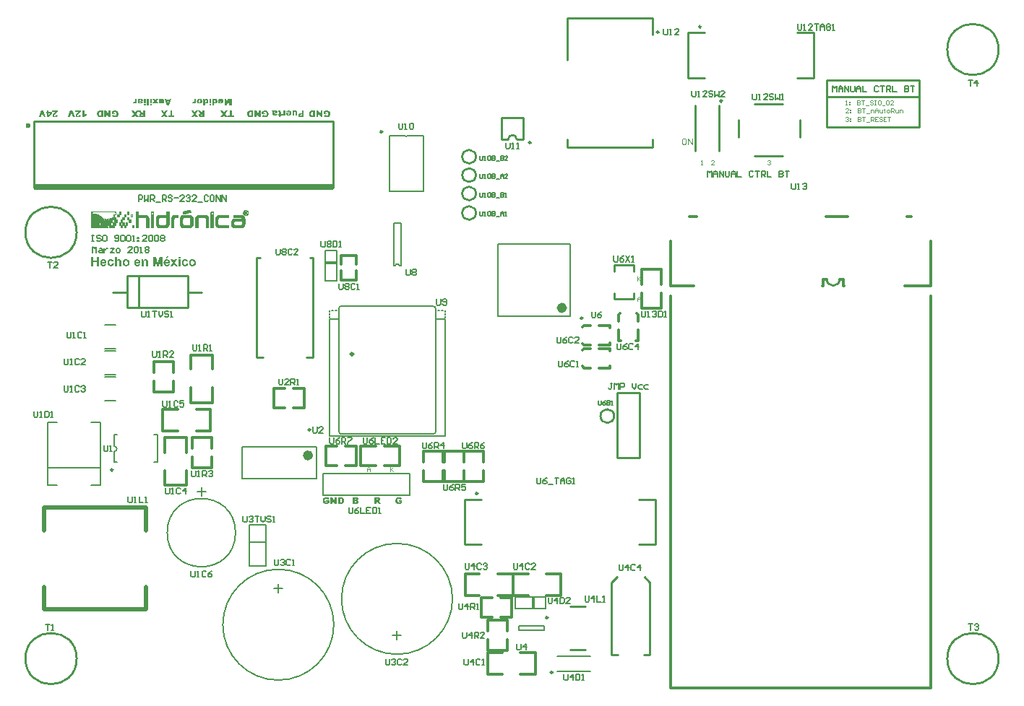
<source format=gto>
G04 Layer_Color=65535*
%FSLAX44Y44*%
%MOMM*%
G71*
G01*
G75*
%ADD54C,0.2700*%
%ADD55C,0.5000*%
%ADD59C,0.2000*%
%ADD88C,0.2540*%
%ADD89C,0.1270*%
%ADD90C,0.3200*%
%ADD91C,0.2500*%
%ADD92C,0.6000*%
%ADD93C,0.6000*%
%ADD94C,0.3048*%
%ADD95C,0.3000*%
%ADD96C,0.0254*%
%ADD97C,0.1500*%
%ADD98C,0.1200*%
%ADD99C,0.1250*%
G36*
X359161Y675016D02*
X355507D01*
X355421Y675031D01*
X355321D01*
X355078Y675045D01*
X354821Y675088D01*
X354550Y675131D01*
X354279Y675202D01*
X354022Y675302D01*
X354008D01*
X353993Y675316D01*
X353908Y675359D01*
X353794Y675416D01*
X353651Y675516D01*
X353480Y675630D01*
X353308Y675759D01*
X353123Y675930D01*
X352966Y676116D01*
X352951Y676144D01*
X352894Y676201D01*
X352823Y676316D01*
X352737Y676458D01*
X352637Y676644D01*
X352537Y676844D01*
X352452Y677072D01*
X352366Y677329D01*
Y677343D01*
X352352Y677358D01*
Y677400D01*
X352338Y677443D01*
X352309Y677586D01*
X352266Y677772D01*
X352223Y678000D01*
X352195Y678243D01*
X352181Y678514D01*
X352166Y678799D01*
Y678814D01*
Y678857D01*
Y678914D01*
Y678999D01*
X352181Y679099D01*
Y679228D01*
X352195Y679499D01*
X352238Y679799D01*
X352281Y680113D01*
X352352Y680427D01*
X352452Y680698D01*
Y680712D01*
X352466Y680726D01*
X352495Y680812D01*
X352566Y680941D01*
X352652Y681083D01*
X352766Y681269D01*
X352894Y681454D01*
X353051Y681640D01*
X353223Y681826D01*
X353251Y681840D01*
X353308Y681897D01*
X353408Y681968D01*
X353537Y682068D01*
X353694Y682168D01*
X353879Y682268D01*
X354065Y682354D01*
X354279Y682425D01*
X354293D01*
X354308Y682439D01*
X354350D01*
X354407Y682454D01*
X354550Y682482D01*
X354736Y682525D01*
X354964Y682568D01*
X355192Y682597D01*
X355435Y682611D01*
X355678Y682625D01*
X359161D01*
Y675016D01*
D02*
G37*
G36*
X119741D02*
X117556D01*
X114673Y679242D01*
Y675016D01*
X112460D01*
Y682625D01*
X114673D01*
X117528Y678443D01*
Y682625D01*
X119741D01*
Y675016D01*
D02*
G37*
G36*
X111409Y508421D02*
X111555Y508405D01*
X111733Y508373D01*
X111927Y508340D01*
X112121Y508292D01*
X112348Y508227D01*
X112574Y508146D01*
X112801Y508065D01*
X113027Y507952D01*
X113254Y507807D01*
X113480Y507661D01*
X113691Y507483D01*
X113885Y507273D01*
X113901Y507256D01*
X113933Y507224D01*
X113982Y507143D01*
X114047Y507046D01*
X114128Y506933D01*
X114208Y506771D01*
X114289Y506593D01*
X114387Y506399D01*
X114484Y506156D01*
X114581Y505897D01*
X114662Y505606D01*
X114726Y505283D01*
X114791Y504926D01*
X114839Y504554D01*
X114872Y504150D01*
Y503713D01*
X109646D01*
Y503697D01*
Y503665D01*
Y503616D01*
X109662Y503551D01*
X109678Y503389D01*
X109711Y503179D01*
X109775Y502953D01*
X109856Y502710D01*
X109969Y502467D01*
X110131Y502257D01*
X110147Y502241D01*
X110212Y502176D01*
X110325Y502095D01*
X110471Y502014D01*
X110649Y501917D01*
X110843Y501836D01*
X111086Y501772D01*
X111345Y501755D01*
X111426D01*
X111523Y501772D01*
X111636Y501788D01*
X111749Y501820D01*
X111895Y501869D01*
X112024Y501933D01*
X112154Y502014D01*
X112170Y502030D01*
X112202Y502063D01*
X112267Y502127D01*
X112348Y502225D01*
X112429Y502354D01*
X112510Y502500D01*
X112591Y502677D01*
X112671Y502888D01*
X114759Y502532D01*
Y502516D01*
X114742Y502483D01*
X114710Y502419D01*
X114678Y502338D01*
X114645Y502241D01*
X114581Y502144D01*
X114451Y501885D01*
X114273Y501594D01*
X114047Y501318D01*
X113788Y501027D01*
X113480Y500784D01*
X113464D01*
X113448Y500752D01*
X113399Y500736D01*
X113335Y500687D01*
X113238Y500655D01*
X113141Y500606D01*
X113027Y500542D01*
X112898Y500493D01*
X112574Y500380D01*
X112218Y500299D01*
X111798Y500234D01*
X111328Y500202D01*
X111231D01*
X111134Y500218D01*
X110989D01*
X110827Y500251D01*
X110633Y500267D01*
X110406Y500315D01*
X110180Y500364D01*
X109937Y500445D01*
X109678Y500526D01*
X109436Y500639D01*
X109177Y500768D01*
X108934Y500930D01*
X108707Y501108D01*
X108481Y501302D01*
X108287Y501545D01*
X108271Y501561D01*
X108254Y501594D01*
X108222Y501658D01*
X108173Y501739D01*
X108109Y501836D01*
X108044Y501966D01*
X107979Y502111D01*
X107898Y502289D01*
X107834Y502467D01*
X107753Y502677D01*
X107688Y502904D01*
X107640Y503131D01*
X107575Y503389D01*
X107542Y503665D01*
X107526Y503956D01*
X107510Y504247D01*
Y504263D01*
Y504328D01*
Y504441D01*
X107526Y504571D01*
X107542Y504732D01*
X107559Y504926D01*
X107591Y505137D01*
X107640Y505363D01*
X107753Y505865D01*
X107850Y506108D01*
X107947Y506367D01*
X108060Y506625D01*
X108190Y506868D01*
X108351Y507111D01*
X108529Y507321D01*
X108546Y507337D01*
X108578Y507370D01*
X108626Y507418D01*
X108707Y507499D01*
X108821Y507580D01*
X108934Y507677D01*
X109080Y507774D01*
X109241Y507887D01*
X109419Y507985D01*
X109613Y508082D01*
X109824Y508179D01*
X110050Y508260D01*
X110293Y508340D01*
X110552Y508389D01*
X110827Y508421D01*
X111118Y508438D01*
X111280D01*
X111409Y508421D01*
D02*
G37*
G36*
X373422Y682739D02*
X373536D01*
X373664Y682725D01*
X373821Y682711D01*
X373978Y682696D01*
X374335Y682639D01*
X374692Y682554D01*
X375063Y682454D01*
X375406Y682297D01*
X375420D01*
X375448Y682268D01*
X375491Y682254D01*
X375548Y682211D01*
X375705Y682097D01*
X375891Y681954D01*
X376105Y681754D01*
X376334Y681526D01*
X376533Y681240D01*
X376733Y680926D01*
Y680912D01*
X376748Y680883D01*
X376776Y680841D01*
X376805Y680769D01*
X376833Y680684D01*
X376876Y680569D01*
X376919Y680455D01*
X376962Y680327D01*
X377047Y680013D01*
X377119Y679656D01*
X377176Y679256D01*
X377190Y678828D01*
Y678814D01*
Y678771D01*
Y678714D01*
X377176Y678614D01*
Y678514D01*
X377161Y678385D01*
X377147Y678243D01*
X377119Y678086D01*
X377062Y677757D01*
X376976Y677400D01*
X376847Y677029D01*
X376676Y676672D01*
Y676658D01*
X376648Y676630D01*
X376619Y676587D01*
X376576Y676515D01*
X376462Y676358D01*
X376291Y676144D01*
X376091Y675916D01*
X375820Y675687D01*
X375520Y675459D01*
X375177Y675259D01*
X375163D01*
X375134Y675245D01*
X375092Y675231D01*
X375034Y675202D01*
X374949Y675174D01*
X374863Y675145D01*
X374749Y675102D01*
X374621Y675074D01*
X374478Y675045D01*
X374321Y675002D01*
X374150Y674974D01*
X373964Y674945D01*
X373550Y674902D01*
X373079Y674888D01*
X372765D01*
X372651Y674902D01*
X372365Y674917D01*
X372065Y674945D01*
X371751Y674988D01*
X371451Y675045D01*
X371323Y675074D01*
X371195Y675117D01*
X371180D01*
X371166Y675131D01*
X371095Y675159D01*
X370980Y675216D01*
X370823Y675288D01*
X370666Y675388D01*
X370495Y675516D01*
X370309Y675659D01*
X370153Y675830D01*
X370138Y675859D01*
X370081Y675916D01*
X370010Y676016D01*
X369924Y676159D01*
X369810Y676344D01*
X369710Y676544D01*
X369610Y676787D01*
X369524Y677044D01*
X371794Y677443D01*
Y677429D01*
X371823Y677372D01*
X371851Y677300D01*
X371908Y677201D01*
X371980Y677101D01*
X372065Y676986D01*
X372165Y676887D01*
X372280Y676787D01*
X372294Y676772D01*
X372337Y676744D01*
X372408Y676715D01*
X372508Y676672D01*
X372636Y676630D01*
X372779Y676587D01*
X372950Y676572D01*
X373136Y676558D01*
X373207D01*
X373264Y676572D01*
X373407Y676587D01*
X373578Y676630D01*
X373778Y676687D01*
X373992Y676787D01*
X374192Y676915D01*
X374378Y677101D01*
X374392Y677129D01*
X374449Y677201D01*
X374521Y677329D01*
X374606Y677515D01*
X374692Y677757D01*
X374763Y678043D01*
X374820Y678400D01*
X374835Y678585D01*
Y678799D01*
Y678814D01*
Y678857D01*
Y678914D01*
X374820Y678999D01*
Y679099D01*
X374806Y679213D01*
X374778Y679484D01*
X374720Y679770D01*
X374635Y680055D01*
X374535Y680327D01*
X374464Y680441D01*
X374378Y680555D01*
X374349Y680584D01*
X374292Y680641D01*
X374178Y680726D01*
X374035Y680812D01*
X373850Y680912D01*
X373621Y680998D01*
X373364Y681055D01*
X373065Y681083D01*
X372922D01*
X372822Y681069D01*
X372708Y681055D01*
X372593Y681040D01*
X372322Y680983D01*
X372308D01*
X372251Y680955D01*
X372179Y680926D01*
X372080Y680883D01*
X371951Y680841D01*
X371808Y680769D01*
X371651Y680684D01*
X371480Y680584D01*
Y679870D01*
X373065D01*
Y678286D01*
X369425D01*
Y681526D01*
X369439Y681540D01*
X369467Y681554D01*
X369524Y681597D01*
X369596Y681640D01*
X369696Y681697D01*
X369796Y681768D01*
X370053Y681911D01*
X370338Y682083D01*
X370652Y682240D01*
X370966Y682382D01*
X371280Y682496D01*
X371295D01*
X371323Y682511D01*
X371366Y682525D01*
X371423Y682539D01*
X371494Y682554D01*
X371594Y682582D01*
X371694Y682597D01*
X371823Y682625D01*
X372094Y682668D01*
X372422Y682711D01*
X372793Y682739D01*
X373193Y682754D01*
X373321D01*
X373422Y682739D01*
D02*
G37*
G36*
X110876Y675016D02*
X107222D01*
X107136Y675031D01*
X107036D01*
X106793Y675045D01*
X106536Y675088D01*
X106265Y675131D01*
X105994Y675202D01*
X105737Y675302D01*
X105723D01*
X105709Y675316D01*
X105623Y675359D01*
X105509Y675416D01*
X105366Y675516D01*
X105195Y675630D01*
X105023Y675759D01*
X104838Y675930D01*
X104681Y676116D01*
X104666Y676144D01*
X104609Y676201D01*
X104538Y676316D01*
X104452Y676458D01*
X104352Y676644D01*
X104252Y676844D01*
X104167Y677072D01*
X104081Y677329D01*
Y677343D01*
X104067Y677358D01*
Y677400D01*
X104053Y677443D01*
X104024Y677586D01*
X103981Y677772D01*
X103938Y678000D01*
X103910Y678243D01*
X103896Y678514D01*
X103881Y678799D01*
Y678814D01*
Y678857D01*
Y678914D01*
Y678999D01*
X103896Y679099D01*
Y679228D01*
X103910Y679499D01*
X103953Y679799D01*
X103996Y680113D01*
X104067Y680427D01*
X104167Y680698D01*
Y680712D01*
X104181Y680726D01*
X104210Y680812D01*
X104281Y680941D01*
X104367Y681083D01*
X104481Y681269D01*
X104609Y681454D01*
X104766Y681640D01*
X104938Y681826D01*
X104966Y681840D01*
X105023Y681897D01*
X105123Y681968D01*
X105252Y682068D01*
X105409Y682168D01*
X105594Y682268D01*
X105780Y682354D01*
X105994Y682425D01*
X106008D01*
X106023Y682439D01*
X106065D01*
X106122Y682454D01*
X106265Y682482D01*
X106451Y682525D01*
X106679Y682568D01*
X106908Y682597D01*
X107150Y682611D01*
X107393Y682625D01*
X110876D01*
Y675016D01*
D02*
G37*
G36*
X313329Y682739D02*
X313414D01*
X313514Y682725D01*
X313728Y682696D01*
X313971Y682639D01*
X314214Y682554D01*
X314456Y682454D01*
X314670Y682297D01*
X314685Y682282D01*
X314742Y682211D01*
X314827Y682111D01*
X314913Y681983D01*
X315013Y681826D01*
X315084Y681626D01*
X315142Y681412D01*
X315170Y681169D01*
Y681155D01*
Y681140D01*
Y681069D01*
X315156Y680955D01*
X315127Y680798D01*
X315084Y680641D01*
X315013Y680470D01*
X314927Y680298D01*
X314813Y680141D01*
X314799Y680127D01*
X314742Y680070D01*
X314642Y679998D01*
X314499Y679913D01*
X314314Y679813D01*
X314085Y679713D01*
X313800Y679627D01*
X313628Y679585D01*
X313457Y679542D01*
X313443D01*
X313400Y679527D01*
X313343Y679513D01*
X313257Y679499D01*
X313172Y679484D01*
X313057Y679456D01*
X312815Y679413D01*
X312558Y679356D01*
X312301Y679299D01*
X312072Y679242D01*
X311987Y679213D01*
X311915Y679199D01*
X311901D01*
X311858Y679185D01*
X311787Y679156D01*
X311687Y679128D01*
X311573Y679085D01*
X311444Y679042D01*
X311159Y678942D01*
Y678928D01*
Y678885D01*
X311173Y678814D01*
Y678728D01*
X311230Y678557D01*
X311273Y678471D01*
X311330Y678400D01*
Y678385D01*
X311359Y678371D01*
X311402Y678343D01*
X311459Y678314D01*
X311530Y678286D01*
X311630Y678271D01*
X311744Y678243D01*
X311973D01*
X312058Y678257D01*
X312172D01*
X312429Y678314D01*
X312544Y678357D01*
X312658Y678414D01*
X312672D01*
X312686Y678443D01*
X312729Y678471D01*
X312772Y678528D01*
X312815Y678585D01*
X312872Y678671D01*
X312929Y678771D01*
X312972Y678899D01*
X314999Y678685D01*
Y678657D01*
X314984Y678599D01*
X314956Y678500D01*
X314927Y678385D01*
X314827Y678114D01*
X314756Y677971D01*
X314685Y677857D01*
X314670Y677843D01*
X314642Y677800D01*
X314585Y677743D01*
X314513Y677672D01*
X314428Y677600D01*
X314328Y677500D01*
X314199Y677415D01*
X314057Y677329D01*
X314042Y677315D01*
X314000Y677300D01*
X313942Y677272D01*
X313857Y677243D01*
X313743Y677201D01*
X313600Y677158D01*
X313443Y677115D01*
X313272Y677086D01*
X313243D01*
X313186Y677072D01*
X313072Y677058D01*
X312943Y677029D01*
X312772Y677015D01*
X312586Y677001D01*
X312372Y676986D01*
X311830D01*
X311616Y677001D01*
X311373Y677015D01*
X311116Y677029D01*
X310873Y677058D01*
X310645Y677101D01*
X310616D01*
X310545Y677115D01*
X310445Y677143D01*
X310302Y677186D01*
X310145Y677258D01*
X309988Y677329D01*
X309831Y677429D01*
X309674Y677543D01*
X309660Y677557D01*
X309631Y677586D01*
X309574Y677643D01*
X309517Y677714D01*
X309446Y677800D01*
X309375Y677914D01*
X309303Y678043D01*
X309246Y678200D01*
X309232Y678214D01*
X309217Y678271D01*
X309189Y678357D01*
X309160Y678457D01*
X309132Y678585D01*
X309118Y678728D01*
X309089Y678871D01*
Y679028D01*
Y681454D01*
Y681469D01*
Y681526D01*
Y681597D01*
Y681683D01*
X309075Y681883D01*
X309060Y681983D01*
X309046Y682068D01*
Y682083D01*
X309032Y682111D01*
X309018Y682154D01*
X309003Y682211D01*
X308975Y682297D01*
X308932Y682397D01*
X308832Y682625D01*
X310816D01*
Y682611D01*
X310830Y682597D01*
X310873Y682511D01*
X310930Y682411D01*
X310973Y682311D01*
Y682282D01*
X311002Y682225D01*
X311016Y682111D01*
X311045Y681968D01*
X311059Y681983D01*
X311116Y682026D01*
X311202Y682097D01*
X311302Y682182D01*
X311430Y682268D01*
X311573Y682368D01*
X311716Y682454D01*
X311873Y682525D01*
X311901Y682539D01*
X311973Y682554D01*
X312087Y682597D01*
X312244Y682639D01*
X312429Y682682D01*
X312658Y682711D01*
X312900Y682739D01*
X313172Y682754D01*
X313272D01*
X313329Y682739D01*
D02*
G37*
G36*
X138187Y508421D02*
X138349Y508405D01*
X138527Y508373D01*
X138721Y508340D01*
X138931Y508292D01*
X139158Y508227D01*
X139401Y508146D01*
X139643Y508065D01*
X139886Y507952D01*
X140128Y507807D01*
X140371Y507661D01*
X140598Y507483D01*
X140824Y507273D01*
X140841Y507256D01*
X140873Y507224D01*
X140938Y507159D01*
X141002Y507062D01*
X141083Y506949D01*
X141180Y506803D01*
X141293Y506658D01*
X141407Y506464D01*
X141504Y506269D01*
X141617Y506043D01*
X141714Y505800D01*
X141795Y505541D01*
X141860Y505266D01*
X141924Y504959D01*
X141957Y504651D01*
X141973Y504328D01*
Y504312D01*
Y504247D01*
Y504150D01*
X141957Y504037D01*
X141941Y503875D01*
X141908Y503697D01*
X141876Y503503D01*
X141827Y503292D01*
X141763Y503066D01*
X141682Y502823D01*
X141601Y502580D01*
X141488Y502322D01*
X141342Y502079D01*
X141196Y501836D01*
X141018Y501594D01*
X140808Y501367D01*
X140792Y501351D01*
X140760Y501318D01*
X140695Y501254D01*
X140598Y501189D01*
X140485Y501092D01*
X140355Y500995D01*
X140193Y500898D01*
X140015Y500784D01*
X139821Y500671D01*
X139595Y500574D01*
X139352Y500477D01*
X139109Y500380D01*
X138834Y500315D01*
X138543Y500251D01*
X138236Y500218D01*
X137912Y500202D01*
X137799D01*
X137734Y500218D01*
X137637D01*
X137524Y500234D01*
X137248Y500267D01*
X136925Y500315D01*
X136585Y500412D01*
X136213Y500526D01*
X135841Y500687D01*
X135825D01*
X135792Y500704D01*
X135744Y500736D01*
X135679Y500784D01*
X135501Y500898D01*
X135291Y501043D01*
X135048Y501254D01*
X134805Y501496D01*
X134563Y501788D01*
X134352Y502111D01*
Y502127D01*
X134336Y502160D01*
X134304Y502208D01*
X134271Y502289D01*
X134239Y502370D01*
X134191Y502483D01*
X134142Y502613D01*
X134110Y502758D01*
X134013Y503098D01*
X133932Y503487D01*
X133867Y503940D01*
X133851Y504425D01*
Y504441D01*
Y504473D01*
Y504522D01*
X133867Y504603D01*
Y504700D01*
X133883Y504797D01*
X133916Y505072D01*
X133980Y505363D01*
X134061Y505703D01*
X134191Y506059D01*
X134352Y506431D01*
Y506447D01*
X134385Y506480D01*
X134401Y506528D01*
X134449Y506593D01*
X134563Y506771D01*
X134725Y506981D01*
X134935Y507224D01*
X135194Y507467D01*
X135485Y507709D01*
X135808Y507920D01*
X135825D01*
X135857Y507936D01*
X135906Y507968D01*
X135970Y508001D01*
X136067Y508033D01*
X136165Y508082D01*
X136423Y508179D01*
X136731Y508276D01*
X137087Y508357D01*
X137475Y508421D01*
X137896Y508438D01*
X138074D01*
X138187Y508421D01*
D02*
G37*
G36*
X125136Y682739D02*
X125251D01*
X125379Y682725D01*
X125536Y682711D01*
X125693Y682696D01*
X126050Y682639D01*
X126407Y682554D01*
X126778Y682454D01*
X127121Y682297D01*
X127135D01*
X127163Y682268D01*
X127206Y682254D01*
X127263Y682211D01*
X127420Y682097D01*
X127606Y681954D01*
X127820Y681754D01*
X128048Y681526D01*
X128248Y681240D01*
X128448Y680926D01*
Y680912D01*
X128462Y680883D01*
X128491Y680841D01*
X128520Y680769D01*
X128548Y680684D01*
X128591Y680569D01*
X128634Y680455D01*
X128677Y680327D01*
X128762Y680013D01*
X128834Y679656D01*
X128891Y679256D01*
X128905Y678828D01*
Y678814D01*
Y678771D01*
Y678714D01*
X128891Y678614D01*
Y678514D01*
X128876Y678385D01*
X128862Y678243D01*
X128834Y678086D01*
X128777Y677757D01*
X128691Y677400D01*
X128562Y677029D01*
X128391Y676672D01*
Y676658D01*
X128363Y676630D01*
X128334Y676587D01*
X128291Y676515D01*
X128177Y676358D01*
X128006Y676144D01*
X127806Y675916D01*
X127535Y675687D01*
X127235Y675459D01*
X126892Y675259D01*
X126878D01*
X126849Y675245D01*
X126807Y675231D01*
X126749Y675202D01*
X126664Y675174D01*
X126578Y675145D01*
X126464Y675102D01*
X126335Y675074D01*
X126193Y675045D01*
X126036Y675002D01*
X125864Y674974D01*
X125679Y674945D01*
X125265Y674902D01*
X124794Y674888D01*
X124480D01*
X124366Y674902D01*
X124080Y674917D01*
X123780Y674945D01*
X123466Y674988D01*
X123167Y675045D01*
X123038Y675074D01*
X122910Y675117D01*
X122895D01*
X122881Y675131D01*
X122810Y675159D01*
X122696Y675216D01*
X122538Y675288D01*
X122381Y675388D01*
X122210Y675516D01*
X122024Y675659D01*
X121868Y675830D01*
X121853Y675859D01*
X121796Y675916D01*
X121725Y676016D01*
X121639Y676159D01*
X121525Y676344D01*
X121425Y676544D01*
X121325Y676787D01*
X121239Y677044D01*
X123509Y677443D01*
Y677429D01*
X123538Y677372D01*
X123566Y677300D01*
X123623Y677201D01*
X123695Y677101D01*
X123780Y676986D01*
X123880Y676887D01*
X123995Y676787D01*
X124009Y676772D01*
X124052Y676744D01*
X124123Y676715D01*
X124223Y676672D01*
X124351Y676630D01*
X124494Y676587D01*
X124665Y676572D01*
X124851Y676558D01*
X124922D01*
X124979Y676572D01*
X125122Y676587D01*
X125294Y676630D01*
X125493Y676687D01*
X125707Y676787D01*
X125907Y676915D01*
X126093Y677101D01*
X126107Y677129D01*
X126164Y677201D01*
X126236Y677329D01*
X126321Y677515D01*
X126407Y677757D01*
X126478Y678043D01*
X126535Y678400D01*
X126550Y678585D01*
Y678799D01*
Y678814D01*
Y678857D01*
Y678914D01*
X126535Y678999D01*
Y679099D01*
X126521Y679213D01*
X126493Y679484D01*
X126435Y679770D01*
X126350Y680055D01*
X126250Y680327D01*
X126179Y680441D01*
X126093Y680555D01*
X126064Y680584D01*
X126007Y680641D01*
X125893Y680726D01*
X125750Y680812D01*
X125565Y680912D01*
X125336Y680998D01*
X125079Y681055D01*
X124780Y681083D01*
X124637D01*
X124537Y681069D01*
X124423Y681055D01*
X124309Y681040D01*
X124037Y680983D01*
X124023D01*
X123966Y680955D01*
X123895Y680926D01*
X123795Y680883D01*
X123666Y680841D01*
X123523Y680769D01*
X123366Y680684D01*
X123195Y680584D01*
Y679870D01*
X124780D01*
Y678286D01*
X121139D01*
Y681526D01*
X121154Y681540D01*
X121182Y681554D01*
X121239Y681597D01*
X121311Y681640D01*
X121411Y681697D01*
X121511Y681768D01*
X121768Y681911D01*
X122053Y682083D01*
X122367Y682240D01*
X122681Y682382D01*
X122995Y682496D01*
X123010D01*
X123038Y682511D01*
X123081Y682525D01*
X123138Y682539D01*
X123209Y682554D01*
X123309Y682582D01*
X123409Y682597D01*
X123538Y682625D01*
X123809Y682668D01*
X124137Y682711D01*
X124508Y682739D01*
X124908Y682754D01*
X125036D01*
X125136Y682739D01*
D02*
G37*
G36*
X368026Y675016D02*
X365841D01*
X362958Y679242D01*
Y675016D01*
X360745D01*
Y682625D01*
X362958D01*
X365813Y678443D01*
Y682625D01*
X368026D01*
Y675016D01*
D02*
G37*
G36*
X184232Y678671D02*
X186616Y675016D01*
X184018D01*
X182690Y677358D01*
X181377Y675016D01*
X178808D01*
X181177Y678714D01*
X178579Y682625D01*
X181220D01*
X182733Y680184D01*
X184232Y682625D01*
X186859D01*
X184232Y678671D01*
D02*
G37*
G36*
X191912Y676901D02*
X194310D01*
Y675016D01*
X187158D01*
Y676901D01*
X189557D01*
Y682625D01*
X191912D01*
Y676901D01*
D02*
G37*
G36*
X229870Y675016D02*
X225688D01*
X225588Y675031D01*
X225345Y675045D01*
X225074Y675059D01*
X224802Y675102D01*
X224531Y675145D01*
X224303Y675216D01*
X224274Y675231D01*
X224203Y675259D01*
X224103Y675302D01*
X223960Y675373D01*
X223818Y675473D01*
X223661Y675587D01*
X223503Y675744D01*
X223361Y675916D01*
X223346Y675944D01*
X223304Y676002D01*
X223246Y676116D01*
X223175Y676258D01*
X223118Y676430D01*
X223061Y676644D01*
X223018Y676887D01*
X223004Y677143D01*
Y677172D01*
Y677243D01*
X223018Y677372D01*
X223032Y677515D01*
X223075Y677686D01*
X223118Y677871D01*
X223189Y678057D01*
X223275Y678228D01*
X223289Y678243D01*
X223318Y678300D01*
X223389Y678385D01*
X223475Y678485D01*
X223575Y678614D01*
X223703Y678728D01*
X223846Y678857D01*
X224017Y678971D01*
X224032Y678985D01*
X224074Y678999D01*
X224146Y679042D01*
X224231Y679085D01*
X224346Y679128D01*
X224488Y679185D01*
X224660Y679228D01*
X224845Y679285D01*
X224831D01*
X224774Y679313D01*
X224702Y679327D01*
X224617Y679370D01*
X224417Y679456D01*
X224317Y679499D01*
X224231Y679556D01*
X224203Y679570D01*
X224174Y679599D01*
X224132Y679642D01*
X224089Y679699D01*
X224017Y679770D01*
X223946Y679856D01*
X223860Y679970D01*
X223846Y679984D01*
X223818Y680013D01*
X223775Y680070D01*
X223732Y680141D01*
X223618Y680284D01*
X223575Y680355D01*
X223532Y680427D01*
X222396Y682613D01*
X219778Y678671D01*
X222162Y675016D01*
X219564D01*
X218236Y677358D01*
X216923Y675016D01*
X214353D01*
X216723Y678714D01*
X214125Y682625D01*
X216766D01*
X218279Y680184D01*
X219778Y682625D01*
X225059D01*
X226301Y680312D01*
X226316Y680298D01*
X226344Y680241D01*
X226387Y680155D01*
X226444Y680070D01*
X226587Y679870D01*
X226658Y679784D01*
X226730Y679727D01*
X226744Y679713D01*
X226772Y679699D01*
X226829Y679670D01*
X226901Y679627D01*
X226987Y679599D01*
X227072Y679570D01*
X227186Y679556D01*
X227300Y679542D01*
X227500D01*
Y682625D01*
X229870D01*
Y675016D01*
D02*
G37*
G36*
X384745Y221615D02*
X382532D01*
X379677Y225798D01*
Y221615D01*
X377464D01*
Y229223D01*
X379649D01*
X382532Y224998D01*
Y229223D01*
X384745D01*
Y221615D01*
D02*
G37*
G36*
X254082Y678671D02*
X256466Y675016D01*
X253868D01*
X252540Y677358D01*
X251227Y675016D01*
X248658D01*
X251027Y678714D01*
X248429Y682625D01*
X251070D01*
X252583Y680184D01*
X254082Y682625D01*
X256709D01*
X254082Y678671D01*
D02*
G37*
G36*
X261762Y676901D02*
X264160D01*
Y675016D01*
X257008D01*
Y676901D01*
X259407D01*
Y682625D01*
X261762D01*
Y676901D01*
D02*
G37*
G36*
X160020Y675016D02*
X155837D01*
X155738Y675031D01*
X155495Y675045D01*
X155224Y675059D01*
X154952Y675102D01*
X154681Y675145D01*
X154453Y675216D01*
X154424Y675231D01*
X154353Y675259D01*
X154253Y675302D01*
X154110Y675373D01*
X153968Y675473D01*
X153811Y675587D01*
X153653Y675744D01*
X153511Y675916D01*
X153496Y675944D01*
X153454Y676002D01*
X153397Y676116D01*
X153325Y676258D01*
X153268Y676430D01*
X153211Y676644D01*
X153168Y676887D01*
X153154Y677143D01*
Y677172D01*
Y677243D01*
X153168Y677372D01*
X153182Y677515D01*
X153225Y677686D01*
X153268Y677871D01*
X153339Y678057D01*
X153425Y678228D01*
X153439Y678243D01*
X153468Y678300D01*
X153539Y678385D01*
X153625Y678485D01*
X153725Y678614D01*
X153853Y678728D01*
X153996Y678857D01*
X154167Y678971D01*
X154182Y678985D01*
X154224Y678999D01*
X154296Y679042D01*
X154382Y679085D01*
X154496Y679128D01*
X154638Y679185D01*
X154810Y679228D01*
X154995Y679285D01*
X154981D01*
X154924Y679313D01*
X154853Y679327D01*
X154767Y679370D01*
X154567Y679456D01*
X154467Y679499D01*
X154382Y679556D01*
X154353Y679570D01*
X154324Y679599D01*
X154282Y679642D01*
X154239Y679699D01*
X154167Y679770D01*
X154096Y679856D01*
X154010Y679970D01*
X153996Y679984D01*
X153968Y680013D01*
X153925Y680070D01*
X153882Y680141D01*
X153768Y680284D01*
X153725Y680355D01*
X153682Y680427D01*
X152546Y682613D01*
X149928Y678671D01*
X152312Y675016D01*
X149714D01*
X148386Y677358D01*
X147073Y675016D01*
X144503D01*
X146873Y678714D01*
X144275Y682625D01*
X146916D01*
X148429Y680184D01*
X149928Y682625D01*
X155209D01*
X156451Y680312D01*
X156466Y680298D01*
X156494Y680241D01*
X156537Y680155D01*
X156594Y680070D01*
X156737Y679870D01*
X156808Y679784D01*
X156880Y679727D01*
X156894Y679713D01*
X156922Y679699D01*
X156980Y679670D01*
X157051Y679627D01*
X157136Y679599D01*
X157222Y679570D01*
X157336Y679556D01*
X157451Y679542D01*
X157650D01*
Y682625D01*
X160020D01*
Y675016D01*
D02*
G37*
G36*
X372839Y229338D02*
X373125Y229323D01*
X373425Y229295D01*
X373739Y229252D01*
X374039Y229195D01*
X374167Y229166D01*
X374295Y229123D01*
X374310D01*
X374324Y229109D01*
X374395Y229081D01*
X374510Y229024D01*
X374667Y228952D01*
X374824Y228852D01*
X374995Y228724D01*
X375181Y228581D01*
X375337Y228410D01*
X375352Y228381D01*
X375409Y228324D01*
X375480Y228224D01*
X375566Y228081D01*
X375680Y227896D01*
X375780Y227696D01*
X375880Y227453D01*
X375966Y227196D01*
X373696Y226797D01*
Y226811D01*
X373667Y226868D01*
X373639Y226940D01*
X373582Y227039D01*
X373510Y227139D01*
X373425Y227253D01*
X373325Y227353D01*
X373210Y227453D01*
X373196Y227468D01*
X373153Y227496D01*
X373082Y227525D01*
X372982Y227568D01*
X372854Y227610D01*
X372711Y227653D01*
X372540Y227668D01*
X372354Y227682D01*
X372283D01*
X372226Y227668D01*
X372083Y227653D01*
X371912Y227610D01*
X371712Y227553D01*
X371498Y227453D01*
X371298Y227325D01*
X371112Y227139D01*
X371098Y227111D01*
X371041Y227039D01*
X370969Y226911D01*
X370884Y226725D01*
X370798Y226483D01*
X370727Y226197D01*
X370670Y225840D01*
X370655Y225655D01*
Y225441D01*
Y225426D01*
Y225383D01*
Y225326D01*
X370670Y225241D01*
Y225141D01*
X370684Y225027D01*
X370712Y224755D01*
X370770Y224470D01*
X370855Y224184D01*
X370955Y223913D01*
X371026Y223799D01*
X371112Y223685D01*
X371141Y223656D01*
X371198Y223599D01*
X371312Y223514D01*
X371455Y223428D01*
X371640Y223328D01*
X371869Y223242D01*
X372126Y223185D01*
X372425Y223157D01*
X372568D01*
X372668Y223171D01*
X372782Y223185D01*
X372896Y223200D01*
X373168Y223257D01*
X373182D01*
X373239Y223285D01*
X373311Y223314D01*
X373410Y223356D01*
X373539Y223399D01*
X373682Y223471D01*
X373839Y223556D01*
X374010Y223656D01*
Y224370D01*
X372425D01*
Y225954D01*
X376065D01*
Y222714D01*
X376051Y222700D01*
X376023Y222686D01*
X375966Y222643D01*
X375894Y222600D01*
X375794Y222543D01*
X375694Y222472D01*
X375437Y222329D01*
X375152Y222157D01*
X374838Y222000D01*
X374524Y221858D01*
X374210Y221744D01*
X374196D01*
X374167Y221729D01*
X374124Y221715D01*
X374067Y221701D01*
X373996Y221686D01*
X373896Y221658D01*
X373796Y221644D01*
X373667Y221615D01*
X373396Y221572D01*
X373068Y221529D01*
X372697Y221501D01*
X372297Y221486D01*
X372169D01*
X372068Y221501D01*
X371954D01*
X371826Y221515D01*
X371669Y221529D01*
X371512Y221544D01*
X371155Y221601D01*
X370798Y221686D01*
X370427Y221786D01*
X370084Y221943D01*
X370070D01*
X370042Y221972D01*
X369999Y221986D01*
X369942Y222029D01*
X369785Y222143D01*
X369599Y222286D01*
X369385Y222486D01*
X369156Y222714D01*
X368957Y223000D01*
X368757Y223314D01*
Y223328D01*
X368742Y223356D01*
X368714Y223399D01*
X368685Y223471D01*
X368657Y223556D01*
X368614Y223671D01*
X368571Y223785D01*
X368528Y223913D01*
X368443Y224227D01*
X368371Y224584D01*
X368314Y224984D01*
X368300Y225412D01*
Y225426D01*
Y225469D01*
Y225526D01*
X368314Y225626D01*
Y225726D01*
X368329Y225855D01*
X368343Y225997D01*
X368371Y226154D01*
X368428Y226483D01*
X368514Y226840D01*
X368643Y227211D01*
X368814Y227568D01*
Y227582D01*
X368842Y227610D01*
X368871Y227653D01*
X368914Y227725D01*
X369028Y227882D01*
X369199Y228096D01*
X369399Y228324D01*
X369670Y228553D01*
X369970Y228781D01*
X370313Y228981D01*
X370327D01*
X370356Y228995D01*
X370398Y229009D01*
X370456Y229038D01*
X370541Y229066D01*
X370627Y229095D01*
X370741Y229138D01*
X370869Y229166D01*
X371012Y229195D01*
X371169Y229238D01*
X371340Y229266D01*
X371526Y229295D01*
X371940Y229338D01*
X372411Y229352D01*
X372725D01*
X372839Y229338D01*
D02*
G37*
G36*
X336839Y682739D02*
X336996Y682725D01*
X337196Y682682D01*
X337410Y682625D01*
X337639Y682539D01*
X337867Y682411D01*
X338067Y682240D01*
X338081Y682211D01*
X338138Y682140D01*
X338224Y682011D01*
X338310Y681840D01*
X338395Y681611D01*
X338481Y681340D01*
X338538Y681012D01*
X338552Y680627D01*
Y677115D01*
X336425D01*
Y680155D01*
Y680184D01*
Y680241D01*
X336411Y680327D01*
X336397Y680441D01*
X336340Y680684D01*
X336297Y680784D01*
X336240Y680883D01*
X336225Y680898D01*
X336197Y680912D01*
X336154Y680955D01*
X336097Y680983D01*
X336026Y681026D01*
X335926Y681069D01*
X335811Y681083D01*
X335697Y681098D01*
X335626D01*
X335569Y681083D01*
X335469Y681055D01*
X335369Y681026D01*
X335269Y680983D01*
X335169Y680912D01*
X335069Y680812D01*
X335055Y680798D01*
X335026Y680755D01*
X334998Y680684D01*
X334941Y680569D01*
X334898Y680427D01*
X334869Y680255D01*
X334841Y680027D01*
X334827Y679770D01*
Y677115D01*
X332714D01*
Y682625D01*
X334698D01*
Y681740D01*
X334712Y681768D01*
X334769Y681826D01*
X334855Y681926D01*
X334969Y682040D01*
X335112Y682182D01*
X335269Y682311D01*
X335426Y682425D01*
X335597Y682525D01*
X335612Y682539D01*
X335683Y682554D01*
X335769Y682597D01*
X335897Y682639D01*
X336054Y682682D01*
X336254Y682711D01*
X336454Y682739D01*
X336697Y682754D01*
X336782D01*
X336839Y682739D01*
D02*
G37*
G36*
X195237Y504522D02*
X198149Y500380D01*
X195609D01*
X193991Y502823D01*
X192373Y500380D01*
X189930D01*
X192778Y504441D01*
X190043Y508276D01*
X192584D01*
X193991Y506091D01*
X195464Y508276D01*
X197907D01*
X195237Y504522D01*
D02*
G37*
G36*
X207226Y508421D02*
X207339D01*
X207485Y508405D01*
X207809Y508357D01*
X208181Y508292D01*
X208553Y508179D01*
X208941Y508017D01*
X209281Y507807D01*
X209297D01*
X209313Y507774D01*
X209427Y507693D01*
X209572Y507548D01*
X209750Y507337D01*
X209961Y507078D01*
X210155Y506755D01*
X210349Y506383D01*
X210511Y505946D01*
X208456Y505574D01*
Y505606D01*
X208440Y505671D01*
X208407Y505784D01*
X208359Y505914D01*
X208294Y506059D01*
X208197Y506205D01*
X208100Y506350D01*
X207971Y506480D01*
X207954Y506496D01*
X207906Y506528D01*
X207825Y506577D01*
X207712Y506642D01*
X207582Y506706D01*
X207404Y506755D01*
X207226Y506787D01*
X207016Y506803D01*
X206886D01*
X206741Y506771D01*
X206563Y506739D01*
X206353Y506674D01*
X206142Y506577D01*
X205948Y506431D01*
X205754Y506253D01*
X205738Y506221D01*
X205689Y506156D01*
X205608Y506011D01*
X205527Y505833D01*
X205446Y505574D01*
X205366Y505266D01*
X205349Y505088D01*
X205317Y504894D01*
X205301Y504684D01*
Y504457D01*
Y504441D01*
Y504393D01*
Y504328D01*
Y504231D01*
X205317Y504118D01*
X205333Y503988D01*
X205366Y503681D01*
X205414Y503357D01*
X205495Y503017D01*
X205608Y502726D01*
X205689Y502580D01*
X205770Y502467D01*
X205786Y502451D01*
X205851Y502386D01*
X205964Y502289D01*
X206110Y502192D01*
X206288Y502079D01*
X206498Y501998D01*
X206757Y501933D01*
X207032Y501901D01*
X207129D01*
X207242Y501917D01*
X207372Y501949D01*
X207534Y501982D01*
X207695Y502030D01*
X207857Y502111D01*
X208003Y502225D01*
X208019Y502241D01*
X208067Y502289D01*
X208132Y502370D01*
X208213Y502500D01*
X208310Y502661D01*
X208407Y502872D01*
X208488Y503114D01*
X208553Y503406D01*
X210608Y503050D01*
Y503033D01*
X210592Y502985D01*
X210575Y502920D01*
X210543Y502823D01*
X210511Y502694D01*
X210462Y502564D01*
X210333Y502257D01*
X210171Y501901D01*
X209961Y501545D01*
X209685Y501205D01*
X209540Y501060D01*
X209378Y500914D01*
X209362D01*
X209330Y500882D01*
X209281Y500849D01*
X209216Y500801D01*
X209119Y500752D01*
X209006Y500687D01*
X208876Y500623D01*
X208731Y500558D01*
X208569Y500493D01*
X208391Y500429D01*
X208181Y500364D01*
X207971Y500315D01*
X207485Y500234D01*
X207226Y500218D01*
X206951Y500202D01*
X206789D01*
X206660Y500218D01*
X206514Y500234D01*
X206353Y500267D01*
X206158Y500299D01*
X205964Y500331D01*
X205511Y500461D01*
X205285Y500558D01*
X205058Y500655D01*
X204832Y500784D01*
X204605Y500930D01*
X204379Y501092D01*
X204184Y501286D01*
X204168Y501302D01*
X204136Y501335D01*
X204087Y501399D01*
X204023Y501480D01*
X203942Y501594D01*
X203861Y501739D01*
X203764Y501885D01*
X203683Y502079D01*
X203586Y502273D01*
X203489Y502500D01*
X203408Y502742D01*
X203327Y503017D01*
X203262Y503308D01*
X203214Y503632D01*
X203181Y503956D01*
X203165Y504312D01*
Y504328D01*
Y504393D01*
Y504506D01*
X203181Y504635D01*
X203197Y504797D01*
X203214Y504991D01*
X203246Y505185D01*
X203295Y505412D01*
X203408Y505897D01*
X203505Y506156D01*
X203602Y506415D01*
X203715Y506658D01*
X203845Y506900D01*
X204006Y507127D01*
X204184Y507337D01*
X204201Y507354D01*
X204233Y507386D01*
X204298Y507434D01*
X204379Y507515D01*
X204476Y507596D01*
X204605Y507693D01*
X204751Y507790D01*
X204929Y507887D01*
X205107Y507985D01*
X205317Y508098D01*
X205560Y508179D01*
X205802Y508260D01*
X206077Y508340D01*
X206353Y508389D01*
X206660Y508421D01*
X206984Y508438D01*
X207129D01*
X207226Y508421D01*
D02*
G37*
G36*
X161049D02*
X161227Y508405D01*
X161421Y508373D01*
X161632Y508324D01*
X161858Y508260D01*
X162068Y508179D01*
X162101Y508162D01*
X162165Y508130D01*
X162262Y508082D01*
X162392Y508017D01*
X162538Y507920D01*
X162683Y507807D01*
X162829Y507693D01*
X162942Y507548D01*
X162958Y507532D01*
X162991Y507483D01*
X163039Y507402D01*
X163104Y507289D01*
X163169Y507159D01*
X163233Y507014D01*
X163298Y506852D01*
X163347Y506674D01*
Y506658D01*
X163363Y506577D01*
X163395Y506480D01*
X163411Y506318D01*
X163444Y506124D01*
X163460Y505881D01*
X163476Y505590D01*
Y505266D01*
Y500380D01*
X161389D01*
Y504393D01*
Y504409D01*
Y504441D01*
Y504506D01*
Y504603D01*
Y504700D01*
Y504813D01*
X161373Y505072D01*
X161356Y505363D01*
X161324Y505622D01*
X161292Y505865D01*
X161276Y505962D01*
X161243Y506043D01*
Y506059D01*
X161211Y506108D01*
X161178Y506172D01*
X161146Y506253D01*
X161000Y506447D01*
X160920Y506544D01*
X160806Y506625D01*
X160790Y506642D01*
X160758Y506658D01*
X160693Y506690D01*
X160612Y506739D01*
X160499Y506771D01*
X160369Y506803D01*
X160240Y506820D01*
X160078Y506836D01*
X159981D01*
X159884Y506820D01*
X159755Y506803D01*
X159609Y506755D01*
X159447Y506706D01*
X159269Y506625D01*
X159108Y506528D01*
X159091Y506512D01*
X159043Y506480D01*
X158962Y506415D01*
X158865Y506318D01*
X158768Y506205D01*
X158671Y506075D01*
X158574Y505914D01*
X158509Y505736D01*
Y505719D01*
X158493Y505638D01*
X158460Y505509D01*
X158444Y505331D01*
X158428Y505218D01*
X158412Y505088D01*
X158396Y504943D01*
X158379Y504781D01*
Y504587D01*
X158363Y504393D01*
Y504182D01*
Y503940D01*
Y500380D01*
X156276D01*
Y508276D01*
X158218D01*
Y507111D01*
X158234Y507127D01*
X158266Y507175D01*
X158315Y507240D01*
X158396Y507321D01*
X158509Y507418D01*
X158622Y507532D01*
X158768Y507645D01*
X158930Y507774D01*
X159108Y507904D01*
X159302Y508017D01*
X159512Y508130D01*
X159739Y508227D01*
X159981Y508308D01*
X160240Y508389D01*
X160515Y508421D01*
X160806Y508438D01*
X160920D01*
X161049Y508421D01*
D02*
G37*
G36*
X105860Y500380D02*
X103659D01*
Y505137D01*
X99355D01*
Y500380D01*
X97155D01*
Y511269D01*
X99355D01*
Y506981D01*
X103659D01*
Y511269D01*
X105860D01*
Y500380D01*
D02*
G37*
G36*
X201482D02*
X199395D01*
Y508276D01*
X201482D01*
Y500380D01*
D02*
G37*
G36*
X180319D02*
X178281D01*
X178264Y508939D01*
X176096Y500380D01*
X173993D01*
X171841Y508939D01*
Y500380D01*
X169802D01*
Y511269D01*
X173087D01*
X175061Y503826D01*
X177002Y511269D01*
X180319D01*
Y500380D01*
D02*
G37*
G36*
X120179Y508421D02*
X120292D01*
X120438Y508405D01*
X120761Y508357D01*
X121133Y508292D01*
X121506Y508179D01*
X121894Y508017D01*
X122234Y507807D01*
X122250D01*
X122266Y507774D01*
X122379Y507693D01*
X122525Y507548D01*
X122703Y507337D01*
X122913Y507078D01*
X123107Y506755D01*
X123302Y506383D01*
X123463Y505946D01*
X121409Y505574D01*
Y505606D01*
X121392Y505671D01*
X121360Y505784D01*
X121311Y505914D01*
X121247Y506059D01*
X121150Y506205D01*
X121053Y506350D01*
X120923Y506480D01*
X120907Y506496D01*
X120858Y506528D01*
X120778Y506577D01*
X120664Y506642D01*
X120535Y506706D01*
X120357Y506755D01*
X120179Y506787D01*
X119969Y506803D01*
X119839D01*
X119693Y506771D01*
X119515Y506739D01*
X119305Y506674D01*
X119095Y506577D01*
X118901Y506431D01*
X118707Y506253D01*
X118690Y506221D01*
X118642Y506156D01*
X118561Y506011D01*
X118480Y505833D01*
X118399Y505574D01*
X118318Y505266D01*
X118302Y505088D01*
X118270Y504894D01*
X118253Y504684D01*
Y504457D01*
Y504441D01*
Y504393D01*
Y504328D01*
Y504231D01*
X118270Y504118D01*
X118286Y503988D01*
X118318Y503681D01*
X118367Y503357D01*
X118448Y503017D01*
X118561Y502726D01*
X118642Y502580D01*
X118723Y502467D01*
X118739Y502451D01*
X118804Y502386D01*
X118917Y502289D01*
X119062Y502192D01*
X119240Y502079D01*
X119451Y501998D01*
X119710Y501933D01*
X119985Y501901D01*
X120082D01*
X120195Y501917D01*
X120324Y501949D01*
X120486Y501982D01*
X120648Y502030D01*
X120810Y502111D01*
X120955Y502225D01*
X120972Y502241D01*
X121020Y502289D01*
X121085Y502370D01*
X121166Y502500D01*
X121263Y502661D01*
X121360Y502872D01*
X121441Y503114D01*
X121506Y503406D01*
X123560Y503050D01*
Y503033D01*
X123544Y502985D01*
X123528Y502920D01*
X123496Y502823D01*
X123463Y502694D01*
X123415Y502564D01*
X123285Y502257D01*
X123124Y501901D01*
X122913Y501545D01*
X122638Y501205D01*
X122493Y501060D01*
X122331Y500914D01*
X122315D01*
X122282Y500882D01*
X122234Y500849D01*
X122169Y500801D01*
X122072Y500752D01*
X121959Y500687D01*
X121829Y500623D01*
X121684Y500558D01*
X121522Y500493D01*
X121344Y500429D01*
X121133Y500364D01*
X120923Y500315D01*
X120438Y500234D01*
X120179Y500218D01*
X119904Y500202D01*
X119742D01*
X119613Y500218D01*
X119467Y500234D01*
X119305Y500267D01*
X119111Y500299D01*
X118917Y500331D01*
X118464Y500461D01*
X118237Y500558D01*
X118011Y500655D01*
X117784Y500784D01*
X117558Y500930D01*
X117331Y501092D01*
X117137Y501286D01*
X117121Y501302D01*
X117088Y501335D01*
X117040Y501399D01*
X116975Y501480D01*
X116894Y501594D01*
X116813Y501739D01*
X116716Y501885D01*
X116636Y502079D01*
X116538Y502273D01*
X116441Y502500D01*
X116360Y502742D01*
X116279Y503017D01*
X116215Y503308D01*
X116166Y503632D01*
X116134Y503956D01*
X116118Y504312D01*
Y504328D01*
Y504393D01*
Y504506D01*
X116134Y504635D01*
X116150Y504797D01*
X116166Y504991D01*
X116199Y505185D01*
X116247Y505412D01*
X116360Y505897D01*
X116458Y506156D01*
X116555Y506415D01*
X116668Y506658D01*
X116797Y506900D01*
X116959Y507127D01*
X117137Y507337D01*
X117153Y507354D01*
X117186Y507386D01*
X117250Y507434D01*
X117331Y507515D01*
X117428Y507596D01*
X117558Y507693D01*
X117703Y507790D01*
X117881Y507887D01*
X118059Y507985D01*
X118270Y508098D01*
X118512Y508179D01*
X118755Y508260D01*
X119030Y508340D01*
X119305Y508389D01*
X119613Y508421D01*
X119936Y508438D01*
X120082D01*
X120179Y508421D01*
D02*
G37*
G36*
X127104Y507224D02*
X127120Y507240D01*
X127152Y507273D01*
X127201Y507337D01*
X127282Y507418D01*
X127379Y507499D01*
X127492Y507612D01*
X127638Y507726D01*
X127783Y507839D01*
X127945Y507952D01*
X128139Y508049D01*
X128544Y508243D01*
X128770Y508324D01*
X129013Y508389D01*
X129256Y508421D01*
X129515Y508438D01*
X129644D01*
X129774Y508421D01*
X129951Y508405D01*
X130162Y508373D01*
X130372Y508324D01*
X130599Y508260D01*
X130825Y508162D01*
X130857Y508146D01*
X130922Y508114D01*
X131019Y508049D01*
X131149Y507968D01*
X131294Y507871D01*
X131440Y507758D01*
X131586Y507612D01*
X131699Y507467D01*
X131715Y507451D01*
X131747Y507402D01*
X131796Y507305D01*
X131861Y507208D01*
X131925Y507062D01*
X131990Y506917D01*
X132055Y506739D01*
X132103Y506561D01*
Y506544D01*
X132120Y506464D01*
X132136Y506350D01*
X132168Y506172D01*
X132184Y505962D01*
X132200Y505687D01*
X132217Y505363D01*
Y504991D01*
Y500380D01*
X130129D01*
Y504522D01*
Y504538D01*
Y504571D01*
Y504635D01*
Y504716D01*
Y504829D01*
Y504926D01*
X130113Y505185D01*
X130097Y505461D01*
X130081Y505703D01*
X130049Y505930D01*
X130016Y506027D01*
X130000Y506091D01*
Y506108D01*
X129984Y506156D01*
X129951Y506205D01*
X129903Y506286D01*
X129854Y506367D01*
X129774Y506464D01*
X129693Y506544D01*
X129579Y506625D01*
X129563Y506642D01*
X129531Y506658D01*
X129466Y506690D01*
X129369Y506739D01*
X129256Y506771D01*
X129126Y506803D01*
X128981Y506820D01*
X128819Y506836D01*
X128738D01*
X128641Y506820D01*
X128511Y506803D01*
X128366Y506771D01*
X128204Y506722D01*
X128042Y506658D01*
X127880Y506577D01*
X127864Y506561D01*
X127816Y506528D01*
X127735Y506464D01*
X127654Y506383D01*
X127557Y506286D01*
X127460Y506140D01*
X127363Y505994D01*
X127282Y505816D01*
Y505800D01*
X127249Y505719D01*
X127233Y505606D01*
X127201Y505444D01*
X127169Y505234D01*
X127136Y504975D01*
X127120Y504668D01*
X127104Y504312D01*
Y500380D01*
X125017D01*
Y511269D01*
X127104D01*
Y507224D01*
D02*
G37*
G36*
X185788Y509295D02*
X184477D01*
X185513Y511512D01*
X187843D01*
X185788Y509295D01*
D02*
G37*
G36*
X185772Y508421D02*
X185917Y508405D01*
X186095Y508373D01*
X186290Y508340D01*
X186484Y508292D01*
X186710Y508227D01*
X186937Y508146D01*
X187163Y508065D01*
X187390Y507952D01*
X187616Y507807D01*
X187843Y507661D01*
X188053Y507483D01*
X188247Y507273D01*
X188263Y507256D01*
X188296Y507224D01*
X188344Y507143D01*
X188409Y507046D01*
X188490Y506933D01*
X188571Y506771D01*
X188652Y506593D01*
X188749Y506399D01*
X188846Y506156D01*
X188943Y505897D01*
X189024Y505606D01*
X189089Y505283D01*
X189153Y504926D01*
X189202Y504554D01*
X189234Y504150D01*
Y503713D01*
X184008D01*
Y503697D01*
Y503665D01*
Y503616D01*
X184024Y503551D01*
X184041Y503389D01*
X184073Y503179D01*
X184138Y502953D01*
X184219Y502710D01*
X184332Y502467D01*
X184494Y502257D01*
X184510Y502241D01*
X184575Y502176D01*
X184688Y502095D01*
X184833Y502014D01*
X185011Y501917D01*
X185205Y501836D01*
X185448Y501772D01*
X185707Y501755D01*
X185788D01*
X185885Y501772D01*
X185998Y501788D01*
X186112Y501820D01*
X186257Y501869D01*
X186387Y501933D01*
X186516Y502014D01*
X186532Y502030D01*
X186565Y502063D01*
X186629Y502127D01*
X186710Y502225D01*
X186791Y502354D01*
X186872Y502500D01*
X186953Y502677D01*
X187034Y502888D01*
X189121Y502532D01*
Y502516D01*
X189105Y502483D01*
X189072Y502419D01*
X189040Y502338D01*
X189008Y502241D01*
X188943Y502144D01*
X188814Y501885D01*
X188636Y501594D01*
X188409Y501318D01*
X188150Y501027D01*
X187843Y500784D01*
X187827D01*
X187810Y500752D01*
X187762Y500736D01*
X187697Y500687D01*
X187600Y500655D01*
X187503Y500606D01*
X187390Y500542D01*
X187260Y500493D01*
X186937Y500380D01*
X186581Y500299D01*
X186160Y500234D01*
X185691Y500202D01*
X185594D01*
X185497Y500218D01*
X185351D01*
X185189Y500251D01*
X184995Y500267D01*
X184769Y500315D01*
X184542Y500364D01*
X184299Y500445D01*
X184041Y500526D01*
X183798Y500639D01*
X183539Y500768D01*
X183296Y500930D01*
X183070Y501108D01*
X182843Y501302D01*
X182649Y501545D01*
X182633Y501561D01*
X182617Y501594D01*
X182584Y501658D01*
X182536Y501739D01*
X182471Y501836D01*
X182406Y501966D01*
X182342Y502111D01*
X182261Y502289D01*
X182196Y502467D01*
X182115Y502677D01*
X182050Y502904D01*
X182002Y503131D01*
X181937Y503389D01*
X181905Y503665D01*
X181889Y503956D01*
X181872Y504247D01*
Y504263D01*
Y504328D01*
Y504441D01*
X181889Y504571D01*
X181905Y504732D01*
X181921Y504926D01*
X181953Y505137D01*
X182002Y505363D01*
X182115Y505865D01*
X182212Y506108D01*
X182309Y506367D01*
X182423Y506625D01*
X182552Y506868D01*
X182714Y507111D01*
X182892Y507321D01*
X182908Y507337D01*
X182940Y507370D01*
X182989Y507418D01*
X183070Y507499D01*
X183183Y507580D01*
X183296Y507677D01*
X183442Y507774D01*
X183604Y507887D01*
X183782Y507985D01*
X183976Y508082D01*
X184186Y508179D01*
X184413Y508260D01*
X184655Y508340D01*
X184914Y508389D01*
X185189Y508421D01*
X185480Y508438D01*
X185642D01*
X185772Y508421D01*
D02*
G37*
G36*
X328788Y682739D02*
X328902D01*
X329145Y682711D01*
X329431Y682682D01*
X329716Y682625D01*
X330002Y682554D01*
X330258Y682454D01*
X330287Y682439D01*
X330358Y682397D01*
X330473Y682325D01*
X330630Y682211D01*
X330787Y682068D01*
X330958Y681911D01*
X331144Y681697D01*
X331301Y681469D01*
Y681454D01*
X331315Y681440D01*
X331343Y681397D01*
X331358Y681355D01*
X331429Y681212D01*
X331500Y681012D01*
X331572Y680784D01*
X331643Y680512D01*
X331686Y680213D01*
X331700Y679884D01*
Y679870D01*
Y679827D01*
Y679756D01*
X331686Y679670D01*
X331672Y679556D01*
X331657Y679442D01*
X331629Y679299D01*
X331600Y679142D01*
X331500Y678814D01*
X331429Y678642D01*
X331343Y678457D01*
X331258Y678286D01*
X331144Y678114D01*
X331015Y677957D01*
X330872Y677800D01*
X330858Y677786D01*
X330830Y677772D01*
X330787Y677729D01*
X330715Y677672D01*
X330630Y677615D01*
X330530Y677543D01*
X330415Y677472D01*
X330273Y677386D01*
X330116Y677315D01*
X329944Y677243D01*
X329759Y677172D01*
X329559Y677115D01*
X329345Y677058D01*
X329102Y677015D01*
X328860Y677001D01*
X328588Y676986D01*
X328388D01*
X328289Y677001D01*
X328174D01*
X327903Y677029D01*
X327618Y677072D01*
X327304Y677143D01*
X326990Y677229D01*
X326718Y677358D01*
X326704D01*
X326690Y677372D01*
X326604Y677429D01*
X326476Y677500D01*
X326333Y677615D01*
X326162Y677772D01*
X325990Y677943D01*
X325819Y678157D01*
X325676Y678400D01*
Y678414D01*
X325662Y678428D01*
X325648Y678471D01*
X325619Y678528D01*
X325591Y678585D01*
X325562Y678671D01*
X325491Y678871D01*
X325419Y679128D01*
X325362Y679427D01*
X325319Y679784D01*
X325305Y680170D01*
Y680398D01*
X329545D01*
Y680427D01*
X329530Y680484D01*
X329516Y680569D01*
X329488Y680684D01*
X329402Y680941D01*
X329345Y681055D01*
X329274Y681155D01*
X329259Y681169D01*
X329216Y681212D01*
X329145Y681269D01*
X329059Y681326D01*
X328945Y681397D01*
X328802Y681454D01*
X328646Y681497D01*
X328474Y681512D01*
X328417D01*
X328360Y681497D01*
X328274D01*
X328089Y681454D01*
X327875Y681369D01*
X327860D01*
X327846Y681355D01*
X327760Y681283D01*
X327646Y681169D01*
X327575Y681098D01*
X327504Y681012D01*
X325419Y681198D01*
Y681212D01*
X325448Y681240D01*
X325462Y681283D01*
X325505Y681340D01*
X325605Y681483D01*
X325748Y681669D01*
X325919Y681854D01*
X326119Y682054D01*
X326347Y682240D01*
X326590Y682397D01*
X326604D01*
X326618Y682411D01*
X326661Y682425D01*
X326718Y682454D01*
X326790Y682482D01*
X326861Y682511D01*
X326961Y682539D01*
X327075Y682568D01*
X327218Y682611D01*
X327361Y682639D01*
X327518Y682668D01*
X327689Y682696D01*
X328074Y682739D01*
X328517Y682754D01*
X328703D01*
X328788Y682739D01*
D02*
G37*
G36*
X151131Y508421D02*
X151276Y508405D01*
X151454Y508373D01*
X151649Y508340D01*
X151843Y508292D01*
X152069Y508227D01*
X152296Y508146D01*
X152522Y508065D01*
X152749Y507952D01*
X152975Y507807D01*
X153202Y507661D01*
X153412Y507483D01*
X153606Y507273D01*
X153623Y507256D01*
X153655Y507224D01*
X153703Y507143D01*
X153768Y507046D01*
X153849Y506933D01*
X153930Y506771D01*
X154011Y506593D01*
X154108Y506399D01*
X154205Y506156D01*
X154302Y505897D01*
X154383Y505606D01*
X154448Y505283D01*
X154512Y504926D01*
X154561Y504554D01*
X154593Y504150D01*
Y503713D01*
X149367D01*
Y503697D01*
Y503665D01*
Y503616D01*
X149383Y503551D01*
X149400Y503389D01*
X149432Y503179D01*
X149497Y502953D01*
X149578Y502710D01*
X149691Y502467D01*
X149853Y502257D01*
X149869Y502241D01*
X149934Y502176D01*
X150047Y502095D01*
X150192Y502014D01*
X150370Y501917D01*
X150564Y501836D01*
X150807Y501772D01*
X151066Y501755D01*
X151147D01*
X151244Y501772D01*
X151357Y501788D01*
X151471Y501820D01*
X151616Y501869D01*
X151746Y501933D01*
X151875Y502014D01*
X151891Y502030D01*
X151924Y502063D01*
X151988Y502127D01*
X152069Y502225D01*
X152150Y502354D01*
X152231Y502500D01*
X152312Y502677D01*
X152393Y502888D01*
X154480Y502532D01*
Y502516D01*
X154464Y502483D01*
X154431Y502419D01*
X154399Y502338D01*
X154367Y502241D01*
X154302Y502144D01*
X154173Y501885D01*
X153995Y501594D01*
X153768Y501318D01*
X153509Y501027D01*
X153202Y500784D01*
X153186D01*
X153169Y500752D01*
X153121Y500736D01*
X153056Y500687D01*
X152959Y500655D01*
X152862Y500606D01*
X152749Y500542D01*
X152619Y500493D01*
X152296Y500380D01*
X151940Y500299D01*
X151519Y500234D01*
X151050Y500202D01*
X150953D01*
X150856Y500218D01*
X150710D01*
X150548Y500251D01*
X150354Y500267D01*
X150128Y500315D01*
X149901Y500364D01*
X149658Y500445D01*
X149400Y500526D01*
X149157Y500639D01*
X148898Y500768D01*
X148655Y500930D01*
X148429Y501108D01*
X148202Y501302D01*
X148008Y501545D01*
X147992Y501561D01*
X147976Y501594D01*
X147943Y501658D01*
X147895Y501739D01*
X147830Y501836D01*
X147765Y501966D01*
X147701Y502111D01*
X147620Y502289D01*
X147555Y502467D01*
X147474Y502677D01*
X147409Y502904D01*
X147361Y503131D01*
X147296Y503389D01*
X147264Y503665D01*
X147248Y503956D01*
X147232Y504247D01*
Y504263D01*
Y504328D01*
Y504441D01*
X147248Y504571D01*
X147264Y504732D01*
X147280Y504926D01*
X147312Y505137D01*
X147361Y505363D01*
X147474Y505865D01*
X147571Y506108D01*
X147668Y506367D01*
X147782Y506625D01*
X147911Y506868D01*
X148073Y507111D01*
X148251Y507321D01*
X148267Y507337D01*
X148299Y507370D01*
X148348Y507418D01*
X148429Y507499D01*
X148542Y507580D01*
X148655Y507677D01*
X148801Y507774D01*
X148963Y507887D01*
X149141Y507985D01*
X149335Y508082D01*
X149545Y508179D01*
X149772Y508260D01*
X150014Y508340D01*
X150273Y508389D01*
X150548Y508421D01*
X150840Y508438D01*
X151001D01*
X151131Y508421D01*
D02*
G37*
G36*
X324320Y677115D02*
X322350D01*
Y678028D01*
X322336Y678000D01*
X322308Y677929D01*
X322250Y677829D01*
X322165Y677700D01*
X321979Y677429D01*
X321879Y677315D01*
X321765Y677215D01*
X321751Y677201D01*
X321708Y677172D01*
X321637Y677143D01*
X321551Y677101D01*
X321437Y677058D01*
X321308Y677015D01*
X321166Y677001D01*
X321008Y676986D01*
X320923D01*
X320823Y677001D01*
X320709Y677029D01*
X320552Y677058D01*
X320380Y677115D01*
X320181Y677186D01*
X319981Y677286D01*
X320637Y678785D01*
X320652Y678771D01*
X320694Y678756D01*
X320766Y678728D01*
X320851Y678699D01*
X321051Y678657D01*
X321151Y678628D01*
X321308D01*
X321380Y678642D01*
X321465Y678671D01*
X321579Y678714D01*
X321679Y678771D01*
X321779Y678857D01*
X321879Y678971D01*
X321894Y678999D01*
X321922Y679071D01*
X321951Y679128D01*
X321979Y679199D01*
X322008Y679285D01*
X322036Y679385D01*
X322065Y679499D01*
X322093Y679627D01*
X322122Y679770D01*
X322150Y679941D01*
X322165Y680127D01*
X322179Y680327D01*
X322193Y680541D01*
Y680784D01*
Y682625D01*
X324320D01*
Y677115D01*
D02*
G37*
G36*
X317582Y682739D02*
X317754Y682725D01*
X317939Y682711D01*
X318125Y682668D01*
X318311Y682625D01*
X318468Y682554D01*
X318482Y682539D01*
X318525Y682511D01*
X318596Y682468D01*
X318682Y682397D01*
X318767Y682311D01*
X318853Y682211D01*
X318953Y682083D01*
X319024Y681940D01*
Y681926D01*
X319053Y681854D01*
X319081Y681754D01*
X319110Y681611D01*
X319139Y681440D01*
X319167Y681198D01*
X319181Y680926D01*
X319196Y680612D01*
Y678657D01*
X319981D01*
Y677115D01*
X319196D01*
Y676116D01*
X317083Y675016D01*
Y677115D01*
X315927D01*
Y678657D01*
X317083D01*
Y680612D01*
Y680627D01*
Y680669D01*
Y680726D01*
X317069Y680798D01*
X317054Y680955D01*
X317040Y681026D01*
X317026Y681083D01*
X316997Y681112D01*
X316940Y681169D01*
X316826Y681226D01*
X316740Y681240D01*
X316655Y681255D01*
X316612D01*
X316555Y681240D01*
X316483D01*
X316398Y681226D01*
X316283Y681198D01*
X316155Y681169D01*
X315998Y681126D01*
X315841Y682582D01*
X315870D01*
X315912Y682597D01*
X315969Y682611D01*
X316126Y682639D01*
X316312Y682668D01*
X316540Y682696D01*
X316797Y682725D01*
X317054Y682739D01*
X317311Y682754D01*
X317440D01*
X317582Y682739D01*
D02*
G37*
G36*
X201482Y509344D02*
X199395D01*
Y511269D01*
X201482D01*
Y509344D01*
D02*
G37*
G36*
X215947Y508421D02*
X216109Y508405D01*
X216287Y508373D01*
X216481Y508340D01*
X216691Y508292D01*
X216918Y508227D01*
X217161Y508146D01*
X217403Y508065D01*
X217646Y507952D01*
X217889Y507807D01*
X218131Y507661D01*
X218358Y507483D01*
X218584Y507273D01*
X218601Y507256D01*
X218633Y507224D01*
X218698Y507159D01*
X218762Y507062D01*
X218843Y506949D01*
X218940Y506803D01*
X219054Y506658D01*
X219167Y506464D01*
X219264Y506269D01*
X219377Y506043D01*
X219474Y505800D01*
X219555Y505541D01*
X219620Y505266D01*
X219685Y504959D01*
X219717Y504651D01*
X219733Y504328D01*
Y504312D01*
Y504247D01*
Y504150D01*
X219717Y504037D01*
X219701Y503875D01*
X219668Y503697D01*
X219636Y503503D01*
X219587Y503292D01*
X219523Y503066D01*
X219442Y502823D01*
X219361Y502580D01*
X219248Y502322D01*
X219102Y502079D01*
X218957Y501836D01*
X218779Y501594D01*
X218568Y501367D01*
X218552Y501351D01*
X218520Y501318D01*
X218455Y501254D01*
X218358Y501189D01*
X218245Y501092D01*
X218115Y500995D01*
X217953Y500898D01*
X217775Y500784D01*
X217581Y500671D01*
X217355Y500574D01*
X217112Y500477D01*
X216869Y500380D01*
X216594Y500315D01*
X216303Y500251D01*
X215996Y500218D01*
X215672Y500202D01*
X215559D01*
X215494Y500218D01*
X215397D01*
X215284Y500234D01*
X215009Y500267D01*
X214685Y500315D01*
X214345Y500412D01*
X213973Y500526D01*
X213601Y500687D01*
X213585D01*
X213552Y500704D01*
X213504Y500736D01*
X213439Y500784D01*
X213261Y500898D01*
X213051Y501043D01*
X212808Y501254D01*
X212565Y501496D01*
X212323Y501788D01*
X212113Y502111D01*
Y502127D01*
X212096Y502160D01*
X212064Y502208D01*
X212032Y502289D01*
X211999Y502370D01*
X211951Y502483D01*
X211902Y502613D01*
X211870Y502758D01*
X211773Y503098D01*
X211692Y503487D01*
X211627Y503940D01*
X211611Y504425D01*
Y504441D01*
Y504473D01*
Y504522D01*
X211627Y504603D01*
Y504700D01*
X211643Y504797D01*
X211676Y505072D01*
X211740Y505363D01*
X211821Y505703D01*
X211951Y506059D01*
X212113Y506431D01*
Y506447D01*
X212145Y506480D01*
X212161Y506528D01*
X212210Y506593D01*
X212323Y506771D01*
X212485Y506981D01*
X212695Y507224D01*
X212954Y507467D01*
X213245Y507709D01*
X213569Y507920D01*
X213585D01*
X213617Y507936D01*
X213666Y507968D01*
X213731Y508001D01*
X213827Y508033D01*
X213925Y508082D01*
X214184Y508179D01*
X214491Y508276D01*
X214847Y508357D01*
X215235Y508421D01*
X215656Y508438D01*
X215834D01*
X215947Y508421D01*
D02*
G37*
G36*
X346075Y675016D02*
X342049D01*
X341964Y675031D01*
X341864D01*
X341735Y675045D01*
X341464Y675088D01*
X341150Y675159D01*
X340836Y675274D01*
X340536Y675431D01*
X340394Y675516D01*
X340265Y675630D01*
X340251D01*
X340237Y675659D01*
X340165Y675744D01*
X340065Y675887D01*
X339937Y676073D01*
X339823Y676316D01*
X339723Y676615D01*
X339651Y676958D01*
X339623Y677158D01*
Y677358D01*
Y677372D01*
Y677415D01*
Y677472D01*
X339637Y677543D01*
Y677643D01*
X339666Y677757D01*
X339708Y678014D01*
X339794Y678300D01*
X339923Y678599D01*
X339994Y678756D01*
X340094Y678899D01*
X340194Y679028D01*
X340322Y679156D01*
X340336D01*
X340351Y679185D01*
X340394Y679213D01*
X340451Y679256D01*
X340522Y679299D01*
X340608Y679356D01*
X340722Y679413D01*
X340836Y679470D01*
X340979Y679542D01*
X341136Y679599D01*
X341307Y679656D01*
X341507Y679699D01*
X341707Y679742D01*
X341935Y679770D01*
X342178Y679784D01*
X342435Y679799D01*
X343705D01*
Y682625D01*
X346075D01*
Y675016D01*
D02*
G37*
G36*
X237439Y688987D02*
X235326D01*
Y690428D01*
X237439D01*
Y688987D01*
D02*
G37*
G36*
X155848Y696709D02*
X155933D01*
X156033Y696695D01*
X156247Y696666D01*
X156490Y696609D01*
X156733Y696524D01*
X156975Y696424D01*
X157190Y696267D01*
X157204Y696252D01*
X157261Y696181D01*
X157346Y696081D01*
X157432Y695953D01*
X157532Y695796D01*
X157604Y695596D01*
X157661Y695382D01*
X157689Y695139D01*
Y695125D01*
Y695110D01*
Y695039D01*
X157675Y694925D01*
X157646Y694768D01*
X157604Y694611D01*
X157532Y694439D01*
X157446Y694268D01*
X157332Y694111D01*
X157318Y694097D01*
X157261Y694040D01*
X157161Y693968D01*
X157018Y693883D01*
X156833Y693783D01*
X156604Y693683D01*
X156319Y693597D01*
X156147Y693555D01*
X155976Y693512D01*
X155962D01*
X155919Y693497D01*
X155862Y693483D01*
X155776Y693469D01*
X155691Y693455D01*
X155576Y693426D01*
X155334Y693383D01*
X155077Y693326D01*
X154820Y693269D01*
X154592Y693212D01*
X154506Y693183D01*
X154434Y693169D01*
X154420D01*
X154377Y693155D01*
X154306Y693126D01*
X154206Y693098D01*
X154092Y693055D01*
X153963Y693012D01*
X153678Y692912D01*
Y692898D01*
Y692855D01*
X153692Y692784D01*
Y692698D01*
X153749Y692527D01*
X153792Y692441D01*
X153849Y692370D01*
Y692355D01*
X153878Y692341D01*
X153921Y692313D01*
X153978Y692284D01*
X154049Y692255D01*
X154149Y692241D01*
X154263Y692213D01*
X154492D01*
X154577Y692227D01*
X154691D01*
X154948Y692284D01*
X155063Y692327D01*
X155177Y692384D01*
X155191D01*
X155205Y692412D01*
X155248Y692441D01*
X155291Y692498D01*
X155334Y692555D01*
X155391Y692641D01*
X155448Y692741D01*
X155491Y692869D01*
X157518Y692655D01*
Y692627D01*
X157504Y692570D01*
X157475Y692470D01*
X157446Y692355D01*
X157346Y692084D01*
X157275Y691941D01*
X157204Y691827D01*
X157190Y691813D01*
X157161Y691770D01*
X157104Y691713D01*
X157032Y691642D01*
X156947Y691570D01*
X156847Y691470D01*
X156719Y691385D01*
X156576Y691299D01*
X156561Y691285D01*
X156519Y691271D01*
X156461Y691242D01*
X156376Y691213D01*
X156262Y691171D01*
X156119Y691128D01*
X155962Y691085D01*
X155791Y691056D01*
X155762D01*
X155705Y691042D01*
X155591Y691028D01*
X155462Y690999D01*
X155291Y690985D01*
X155105Y690971D01*
X154891Y690956D01*
X154349D01*
X154135Y690971D01*
X153892Y690985D01*
X153635Y690999D01*
X153392Y691028D01*
X153164Y691071D01*
X153135D01*
X153064Y691085D01*
X152964Y691114D01*
X152821Y691156D01*
X152664Y691228D01*
X152507Y691299D01*
X152350Y691399D01*
X152193Y691513D01*
X152179Y691527D01*
X152150Y691556D01*
X152093Y691613D01*
X152036Y691684D01*
X151965Y691770D01*
X151894Y691884D01*
X151822Y692013D01*
X151765Y692170D01*
X151751Y692184D01*
X151737Y692241D01*
X151708Y692327D01*
X151679Y692427D01*
X151651Y692555D01*
X151637Y692698D01*
X151608Y692841D01*
Y692998D01*
Y695424D01*
Y695439D01*
Y695496D01*
Y695567D01*
Y695653D01*
X151594Y695853D01*
X151580Y695953D01*
X151565Y696038D01*
Y696053D01*
X151551Y696081D01*
X151537Y696124D01*
X151522Y696181D01*
X151494Y696267D01*
X151451Y696367D01*
X151351Y696595D01*
X153335D01*
Y696581D01*
X153350Y696566D01*
X153392Y696481D01*
X153449Y696381D01*
X153492Y696281D01*
Y696252D01*
X153521Y696195D01*
X153535Y696081D01*
X153564Y695938D01*
X153578Y695953D01*
X153635Y695995D01*
X153721Y696067D01*
X153821Y696152D01*
X153949Y696238D01*
X154092Y696338D01*
X154235Y696424D01*
X154392Y696495D01*
X154420Y696509D01*
X154492Y696524D01*
X154606Y696566D01*
X154763Y696609D01*
X154948Y696652D01*
X155177Y696681D01*
X155420Y696709D01*
X155691Y696723D01*
X155791D01*
X155848Y696709D01*
D02*
G37*
G36*
X224206D02*
X224320D01*
X224448Y696681D01*
X224605Y696666D01*
X224762Y696638D01*
X225091Y696552D01*
X225448Y696438D01*
X225805Y696267D01*
X225976Y696167D01*
X226133Y696053D01*
X226147Y696038D01*
X226176Y696010D01*
X226218Y695967D01*
X226290Y695895D01*
X226361Y695824D01*
X226447Y695724D01*
X226532Y695596D01*
X226632Y695467D01*
X226718Y695324D01*
X226818Y695153D01*
X226904Y694982D01*
X226975Y694782D01*
X227046Y694568D01*
X227089Y694354D01*
X227118Y694111D01*
X227132Y693868D01*
Y693854D01*
Y693811D01*
Y693740D01*
X227118Y693654D01*
X227104Y693555D01*
X227089Y693426D01*
X227061Y693283D01*
X227032Y693126D01*
X226932Y692798D01*
X226861Y692627D01*
X226775Y692455D01*
X226675Y692284D01*
X226561Y692113D01*
X226433Y691941D01*
X226290Y691784D01*
X226276Y691770D01*
X226247Y691742D01*
X226204Y691713D01*
X226133Y691656D01*
X226047Y691599D01*
X225947Y691527D01*
X225819Y691442D01*
X225676Y691370D01*
X225519Y691299D01*
X225348Y691213D01*
X225162Y691142D01*
X224962Y691085D01*
X224734Y691028D01*
X224506Y690985D01*
X224249Y690971D01*
X223992Y690956D01*
X223835D01*
X223720Y690971D01*
X223578Y690985D01*
X223421Y691014D01*
X223249Y691042D01*
X223064Y691071D01*
X222650Y691199D01*
X222450Y691271D01*
X222236Y691370D01*
X222036Y691470D01*
X221836Y691613D01*
X221665Y691756D01*
X221493Y691927D01*
X221479Y691941D01*
X221465Y691956D01*
X221436Y691999D01*
X221379Y692070D01*
X221336Y692141D01*
X221279Y692227D01*
X221208Y692341D01*
X221151Y692455D01*
X221022Y692727D01*
X220908Y693055D01*
X220837Y693426D01*
X220823Y693612D01*
X220808Y693826D01*
Y693840D01*
Y693883D01*
Y693954D01*
X220823Y694040D01*
X220837Y694154D01*
X220851Y694268D01*
X220880Y694411D01*
X220908Y694568D01*
X221022Y694896D01*
X221080Y695082D01*
X221165Y695253D01*
X221265Y695424D01*
X221379Y695596D01*
X221508Y695767D01*
X221665Y695924D01*
X221679Y695938D01*
X221708Y695953D01*
X221751Y695995D01*
X221822Y696053D01*
X221908Y696110D01*
X222007Y696181D01*
X222136Y696252D01*
X222264Y696324D01*
X222421Y696395D01*
X222607Y696467D01*
X222792Y696538D01*
X223007Y696595D01*
X223221Y696652D01*
X223463Y696695D01*
X223720Y696709D01*
X223992Y696723D01*
X224120D01*
X224206Y696709D01*
D02*
G37*
G36*
X261620Y688987D02*
X258522D01*
X257352Y693626D01*
X256167Y688987D01*
X253069D01*
Y696595D01*
X254996D01*
Y690799D01*
X256481Y696595D01*
X258223D01*
X259693Y690799D01*
Y696595D01*
X261620D01*
Y688987D01*
D02*
G37*
G36*
X173734Y693711D02*
X175633Y691085D01*
X173120D01*
X172249Y692627D01*
X171207Y691085D01*
X168881D01*
X170779Y693711D01*
X168752Y696595D01*
X171222D01*
X172249Y694825D01*
X173449Y696595D01*
X175732D01*
X173734Y693711D01*
D02*
G37*
G36*
X150323Y691085D02*
X148353D01*
Y691999D01*
X148339Y691970D01*
X148311Y691899D01*
X148253Y691799D01*
X148168Y691670D01*
X147982Y691399D01*
X147882Y691285D01*
X147768Y691185D01*
X147754Y691171D01*
X147711Y691142D01*
X147640Y691114D01*
X147554Y691071D01*
X147440Y691028D01*
X147311Y690985D01*
X147169Y690971D01*
X147012Y690956D01*
X146926D01*
X146826Y690971D01*
X146712Y690999D01*
X146555Y691028D01*
X146383Y691085D01*
X146184Y691156D01*
X145984Y691256D01*
X146640Y692755D01*
X146655Y692741D01*
X146698Y692727D01*
X146769Y692698D01*
X146855Y692669D01*
X147054Y692627D01*
X147154Y692598D01*
X147311D01*
X147383Y692612D01*
X147468Y692641D01*
X147583Y692684D01*
X147683Y692741D01*
X147782Y692827D01*
X147882Y692941D01*
X147897Y692969D01*
X147925Y693041D01*
X147954Y693098D01*
X147982Y693169D01*
X148011Y693255D01*
X148039Y693355D01*
X148068Y693469D01*
X148097Y693597D01*
X148125Y693740D01*
X148154Y693911D01*
X148168Y694097D01*
X148182Y694297D01*
X148196Y694511D01*
Y694754D01*
Y696595D01*
X150323D01*
Y691085D01*
D02*
G37*
G36*
X180557Y696709D02*
X180714Y696695D01*
X180914Y696652D01*
X181128Y696595D01*
X181357Y696509D01*
X181585Y696381D01*
X181785Y696210D01*
X181799Y696181D01*
X181856Y696110D01*
X181942Y695981D01*
X182028Y695810D01*
X182113Y695582D01*
X182199Y695310D01*
X182256Y694982D01*
X182270Y694596D01*
Y691085D01*
X180143D01*
Y694126D01*
Y694154D01*
Y694211D01*
X180129Y694297D01*
X180115Y694411D01*
X180058Y694654D01*
X180015Y694754D01*
X179958Y694854D01*
X179944Y694868D01*
X179915Y694882D01*
X179872Y694925D01*
X179815Y694953D01*
X179744Y694996D01*
X179644Y695039D01*
X179530Y695053D01*
X179415Y695068D01*
X179344D01*
X179287Y695053D01*
X179187Y695025D01*
X179087Y694996D01*
X178987Y694953D01*
X178887Y694882D01*
X178787Y694782D01*
X178773Y694768D01*
X178745Y694725D01*
X178716Y694654D01*
X178659Y694539D01*
X178616Y694397D01*
X178587Y694225D01*
X178559Y693997D01*
X178545Y693740D01*
Y691085D01*
X176432D01*
Y696595D01*
X178416D01*
Y695710D01*
X178430Y695739D01*
X178487Y695796D01*
X178573Y695895D01*
X178687Y696010D01*
X178830Y696152D01*
X178987Y696281D01*
X179144Y696395D01*
X179315Y696495D01*
X179330Y696509D01*
X179401Y696524D01*
X179487Y696566D01*
X179615Y696609D01*
X179772Y696652D01*
X179972Y696681D01*
X180172Y696709D01*
X180415Y696723D01*
X180500D01*
X180557Y696709D01*
D02*
G37*
G36*
X188294Y688987D02*
X185711D01*
X182841Y696595D01*
X185311D01*
X185696Y695339D01*
X188351D01*
X188737Y696595D01*
X191135D01*
X188294Y688987D01*
D02*
G37*
G36*
X219766Y691085D02*
X217796D01*
Y691999D01*
X217782Y691970D01*
X217754Y691899D01*
X217696Y691799D01*
X217611Y691670D01*
X217425Y691399D01*
X217325Y691285D01*
X217211Y691185D01*
X217197Y691171D01*
X217154Y691142D01*
X217083Y691114D01*
X216997Y691071D01*
X216883Y691028D01*
X216754Y690985D01*
X216612Y690971D01*
X216455Y690956D01*
X216369D01*
X216269Y690971D01*
X216155Y690999D01*
X215998Y691028D01*
X215826Y691085D01*
X215627Y691156D01*
X215427Y691256D01*
X216083Y692755D01*
X216098Y692741D01*
X216140Y692727D01*
X216212Y692698D01*
X216297Y692669D01*
X216497Y692627D01*
X216597Y692598D01*
X216754D01*
X216826Y692612D01*
X216911Y692641D01*
X217026Y692684D01*
X217125Y692741D01*
X217225Y692827D01*
X217325Y692941D01*
X217340Y692969D01*
X217368Y693041D01*
X217397Y693098D01*
X217425Y693169D01*
X217454Y693255D01*
X217482Y693355D01*
X217511Y693469D01*
X217539Y693597D01*
X217568Y693740D01*
X217596Y693911D01*
X217611Y694097D01*
X217625Y694297D01*
X217639Y694511D01*
Y694754D01*
Y696595D01*
X219766D01*
Y691085D01*
D02*
G37*
G36*
X457929Y229338D02*
X458215Y229323D01*
X458515Y229295D01*
X458829Y229252D01*
X459128Y229195D01*
X459257Y229166D01*
X459385Y229123D01*
X459400D01*
X459414Y229109D01*
X459485Y229081D01*
X459599Y229024D01*
X459757Y228952D01*
X459914Y228852D01*
X460085Y228724D01*
X460271Y228581D01*
X460428Y228410D01*
X460442Y228381D01*
X460499Y228324D01*
X460570Y228224D01*
X460656Y228081D01*
X460770Y227896D01*
X460870Y227696D01*
X460970Y227453D01*
X461056Y227196D01*
X458786Y226797D01*
Y226811D01*
X458757Y226868D01*
X458729Y226940D01*
X458672Y227039D01*
X458600Y227139D01*
X458515Y227253D01*
X458415Y227353D01*
X458301Y227453D01*
X458286Y227468D01*
X458243Y227496D01*
X458172Y227525D01*
X458072Y227568D01*
X457944Y227610D01*
X457801Y227653D01*
X457630Y227668D01*
X457444Y227682D01*
X457373D01*
X457316Y227668D01*
X457173Y227653D01*
X457001Y227610D01*
X456802Y227553D01*
X456588Y227453D01*
X456388Y227325D01*
X456202Y227139D01*
X456188Y227111D01*
X456131Y227039D01*
X456059Y226911D01*
X455974Y226725D01*
X455888Y226483D01*
X455817Y226197D01*
X455760Y225840D01*
X455745Y225655D01*
Y225441D01*
Y225426D01*
Y225383D01*
Y225326D01*
X455760Y225241D01*
Y225141D01*
X455774Y225027D01*
X455802Y224755D01*
X455859Y224470D01*
X455945Y224184D01*
X456045Y223913D01*
X456116Y223799D01*
X456202Y223685D01*
X456231Y223656D01*
X456288Y223599D01*
X456402Y223514D01*
X456545Y223428D01*
X456730Y223328D01*
X456959Y223242D01*
X457216Y223185D01*
X457515Y223157D01*
X457658D01*
X457758Y223171D01*
X457872Y223185D01*
X457986Y223200D01*
X458258Y223257D01*
X458272D01*
X458329Y223285D01*
X458400Y223314D01*
X458500Y223356D01*
X458629Y223399D01*
X458772Y223471D01*
X458929Y223556D01*
X459100Y223656D01*
Y224370D01*
X457515D01*
Y225954D01*
X461156D01*
Y222714D01*
X461141Y222700D01*
X461113Y222686D01*
X461056Y222643D01*
X460984Y222600D01*
X460884Y222543D01*
X460784Y222472D01*
X460527Y222329D01*
X460242Y222157D01*
X459928Y222000D01*
X459614Y221858D01*
X459300Y221744D01*
X459286D01*
X459257Y221729D01*
X459214Y221715D01*
X459157Y221701D01*
X459086Y221686D01*
X458986Y221658D01*
X458886Y221644D01*
X458757Y221615D01*
X458486Y221572D01*
X458158Y221529D01*
X457787Y221501D01*
X457387Y221486D01*
X457258D01*
X457159Y221501D01*
X457044D01*
X456916Y221515D01*
X456759Y221529D01*
X456602Y221544D01*
X456245Y221601D01*
X455888Y221686D01*
X455517Y221786D01*
X455174Y221943D01*
X455160D01*
X455131Y221972D01*
X455089Y221986D01*
X455032Y222029D01*
X454875Y222143D01*
X454689Y222286D01*
X454475Y222486D01*
X454246Y222714D01*
X454047Y223000D01*
X453847Y223314D01*
Y223328D01*
X453833Y223356D01*
X453804Y223399D01*
X453775Y223471D01*
X453747Y223556D01*
X453704Y223671D01*
X453661Y223785D01*
X453618Y223913D01*
X453533Y224227D01*
X453461Y224584D01*
X453404Y224984D01*
X453390Y225412D01*
Y225426D01*
Y225469D01*
Y225526D01*
X453404Y225626D01*
Y225726D01*
X453419Y225855D01*
X453433Y225997D01*
X453461Y226154D01*
X453518Y226483D01*
X453604Y226840D01*
X453733Y227211D01*
X453904Y227568D01*
Y227582D01*
X453932Y227610D01*
X453961Y227653D01*
X454004Y227725D01*
X454118Y227882D01*
X454289Y228096D01*
X454489Y228324D01*
X454760Y228553D01*
X455060Y228781D01*
X455403Y228981D01*
X455417D01*
X455446Y228995D01*
X455488Y229009D01*
X455546Y229038D01*
X455631Y229066D01*
X455717Y229095D01*
X455831Y229138D01*
X455960Y229166D01*
X456102Y229195D01*
X456259Y229238D01*
X456431Y229266D01*
X456616Y229295D01*
X457030Y229338D01*
X457501Y229352D01*
X457815D01*
X457929Y229338D01*
D02*
G37*
G36*
X242749Y696709D02*
X242849Y696695D01*
X242949Y696681D01*
X243206Y696609D01*
X243477Y696509D01*
X243619Y696438D01*
X243762Y696367D01*
X243905Y696267D01*
X244048Y696152D01*
X244176Y696024D01*
X244290Y695867D01*
Y695853D01*
X244319Y695824D01*
X244347Y695781D01*
X244376Y695710D01*
X244419Y695624D01*
X244476Y695524D01*
X244533Y695410D01*
X244576Y695282D01*
X244633Y695139D01*
X244690Y694982D01*
X244790Y694625D01*
X244847Y694225D01*
X244876Y693783D01*
Y693769D01*
Y693726D01*
Y693654D01*
X244861Y693555D01*
Y693440D01*
X244847Y693312D01*
X244819Y693169D01*
X244790Y693012D01*
X244719Y692669D01*
X244604Y692313D01*
X244433Y691984D01*
X244333Y691827D01*
X244219Y691684D01*
X244205Y691670D01*
X244191Y691656D01*
X244148Y691613D01*
X244105Y691570D01*
X243962Y691456D01*
X243762Y691313D01*
X243520Y691185D01*
X243234Y691071D01*
X242906Y690985D01*
X242734Y690971D01*
X242549Y690956D01*
X242463D01*
X242378Y690971D01*
X242249D01*
X242121Y690999D01*
X241964Y691028D01*
X241821Y691071D01*
X241664Y691128D01*
X241650Y691142D01*
X241593Y691156D01*
X241521Y691199D01*
X241421Y691256D01*
X241307Y691328D01*
X241178Y691413D01*
X241050Y691513D01*
X240936Y691627D01*
Y688987D01*
X238795D01*
Y696595D01*
X240793D01*
Y695796D01*
X240807Y695824D01*
X240864Y695881D01*
X240936Y695967D01*
X241036Y696081D01*
X241164Y696195D01*
X241293Y696310D01*
X241421Y696409D01*
X241550Y696495D01*
X241564Y696509D01*
X241635Y696524D01*
X241721Y696566D01*
X241849Y696609D01*
X241992Y696652D01*
X242163Y696681D01*
X242363Y696709D01*
X242563Y696723D01*
X242677D01*
X242749Y696709D01*
D02*
G37*
G36*
X232114D02*
X232214Y696695D01*
X232314Y696681D01*
X232571Y696609D01*
X232842Y696509D01*
X232985Y696438D01*
X233127Y696367D01*
X233270Y696267D01*
X233413Y696152D01*
X233542Y696024D01*
X233656Y695867D01*
Y695853D01*
X233684Y695824D01*
X233713Y695781D01*
X233741Y695710D01*
X233784Y695624D01*
X233841Y695524D01*
X233898Y695410D01*
X233941Y695282D01*
X233998Y695139D01*
X234055Y694982D01*
X234155Y694625D01*
X234212Y694225D01*
X234241Y693783D01*
Y693769D01*
Y693726D01*
Y693654D01*
X234227Y693555D01*
Y693440D01*
X234212Y693312D01*
X234184Y693169D01*
X234155Y693012D01*
X234084Y692669D01*
X233970Y692313D01*
X233798Y691984D01*
X233699Y691827D01*
X233584Y691684D01*
X233570Y691670D01*
X233556Y691656D01*
X233513Y691613D01*
X233470Y691570D01*
X233327Y691456D01*
X233127Y691313D01*
X232885Y691185D01*
X232599Y691071D01*
X232271Y690985D01*
X232100Y690971D01*
X231914Y690956D01*
X231828D01*
X231743Y690971D01*
X231614D01*
X231486Y690999D01*
X231329Y691028D01*
X231186Y691071D01*
X231029Y691128D01*
X231015Y691142D01*
X230958Y691156D01*
X230886Y691199D01*
X230786Y691256D01*
X230672Y691328D01*
X230544Y691413D01*
X230415Y691513D01*
X230301Y691627D01*
Y688987D01*
X228160D01*
Y696595D01*
X230158D01*
Y695796D01*
X230173Y695824D01*
X230230Y695881D01*
X230301Y695967D01*
X230401Y696081D01*
X230529Y696195D01*
X230658Y696310D01*
X230786Y696409D01*
X230915Y696495D01*
X230929Y696509D01*
X231001Y696524D01*
X231086Y696566D01*
X231215Y696609D01*
X231357Y696652D01*
X231529Y696681D01*
X231729Y696709D01*
X231928Y696723D01*
X232043D01*
X232114Y696709D01*
D02*
G37*
G36*
X237439Y691085D02*
X235326D01*
Y696595D01*
X237439D01*
Y691085D01*
D02*
G37*
G36*
X249058Y696709D02*
X249172D01*
X249415Y696681D01*
X249701Y696652D01*
X249986Y696595D01*
X250271Y696524D01*
X250529Y696424D01*
X250557Y696409D01*
X250628Y696367D01*
X250743Y696295D01*
X250900Y696181D01*
X251057Y696038D01*
X251228Y695881D01*
X251413Y695667D01*
X251570Y695439D01*
Y695424D01*
X251585Y695410D01*
X251613Y695367D01*
X251628Y695324D01*
X251699Y695182D01*
X251770Y694982D01*
X251842Y694754D01*
X251913Y694482D01*
X251956Y694183D01*
X251970Y693854D01*
Y693840D01*
Y693797D01*
Y693726D01*
X251956Y693640D01*
X251942Y693526D01*
X251927Y693412D01*
X251899Y693269D01*
X251870Y693112D01*
X251770Y692784D01*
X251699Y692612D01*
X251613Y692427D01*
X251528Y692255D01*
X251413Y692084D01*
X251285Y691927D01*
X251142Y691770D01*
X251128Y691756D01*
X251099Y691742D01*
X251057Y691699D01*
X250985Y691642D01*
X250900Y691584D01*
X250800Y691513D01*
X250686Y691442D01*
X250543Y691356D01*
X250386Y691285D01*
X250214Y691213D01*
X250029Y691142D01*
X249829Y691085D01*
X249615Y691028D01*
X249372Y690985D01*
X249130Y690971D01*
X248858Y690956D01*
X248659D01*
X248559Y690971D01*
X248444D01*
X248173Y690999D01*
X247888Y691042D01*
X247574Y691114D01*
X247260Y691199D01*
X246988Y691328D01*
X246974D01*
X246960Y691342D01*
X246874Y691399D01*
X246746Y691470D01*
X246603Y691584D01*
X246432Y691742D01*
X246260Y691913D01*
X246089Y692127D01*
X245946Y692370D01*
Y692384D01*
X245932Y692398D01*
X245918Y692441D01*
X245889Y692498D01*
X245861Y692555D01*
X245832Y692641D01*
X245761Y692841D01*
X245689Y693098D01*
X245632Y693397D01*
X245589Y693754D01*
X245575Y694140D01*
Y694368D01*
X249815D01*
Y694397D01*
X249800Y694454D01*
X249786Y694539D01*
X249758Y694654D01*
X249672Y694911D01*
X249615Y695025D01*
X249543Y695125D01*
X249529Y695139D01*
X249486Y695182D01*
X249415Y695239D01*
X249329Y695296D01*
X249215Y695367D01*
X249072Y695424D01*
X248915Y695467D01*
X248744Y695482D01*
X248687D01*
X248630Y695467D01*
X248544D01*
X248359Y695424D01*
X248145Y695339D01*
X248130D01*
X248116Y695324D01*
X248030Y695253D01*
X247916Y695139D01*
X247845Y695068D01*
X247773Y694982D01*
X245689Y695167D01*
Y695182D01*
X245718Y695210D01*
X245732Y695253D01*
X245775Y695310D01*
X245875Y695453D01*
X246018Y695639D01*
X246189Y695824D01*
X246389Y696024D01*
X246617Y696210D01*
X246860Y696367D01*
X246874D01*
X246888Y696381D01*
X246931Y696395D01*
X246988Y696424D01*
X247060Y696452D01*
X247131Y696481D01*
X247231Y696509D01*
X247345Y696538D01*
X247488Y696581D01*
X247631Y696609D01*
X247788Y696638D01*
X247959Y696666D01*
X248344Y696709D01*
X248787Y696723D01*
X248972D01*
X249058Y696709D01*
D02*
G37*
G36*
X432907Y229209D02*
X433150Y229195D01*
X433421Y229181D01*
X433693Y229138D01*
X433964Y229095D01*
X434192Y229024D01*
X434221Y229009D01*
X434292Y228981D01*
X434392Y228938D01*
X434535Y228867D01*
X434678Y228767D01*
X434835Y228652D01*
X434992Y228496D01*
X435134Y228324D01*
X435149Y228296D01*
X435191Y228239D01*
X435248Y228124D01*
X435320Y227982D01*
X435377Y227810D01*
X435434Y227596D01*
X435477Y227353D01*
X435491Y227097D01*
Y227068D01*
Y226997D01*
X435477Y226868D01*
X435463Y226725D01*
X435420Y226554D01*
X435377Y226369D01*
X435306Y226183D01*
X435220Y226012D01*
X435206Y225997D01*
X435177Y225940D01*
X435106Y225855D01*
X435020Y225755D01*
X434920Y225626D01*
X434792Y225512D01*
X434649Y225383D01*
X434478Y225269D01*
X434463Y225255D01*
X434421Y225241D01*
X434349Y225198D01*
X434263Y225155D01*
X434149Y225112D01*
X434007Y225055D01*
X433835Y225012D01*
X433650Y224955D01*
X433664D01*
X433721Y224927D01*
X433792Y224912D01*
X433878Y224870D01*
X434078Y224784D01*
X434178Y224741D01*
X434263Y224684D01*
X434292Y224670D01*
X434321Y224641D01*
X434364Y224598D01*
X434406Y224541D01*
X434478Y224470D01*
X434549Y224384D01*
X434635Y224270D01*
X434649Y224256D01*
X434678Y224227D01*
X434720Y224170D01*
X434763Y224099D01*
X434877Y223956D01*
X434920Y223885D01*
X434963Y223813D01*
X436105Y221615D01*
X433436D01*
X432194Y223927D01*
X432179Y223942D01*
X432151Y223999D01*
X432108Y224084D01*
X432051Y224170D01*
X431908Y224370D01*
X431837Y224456D01*
X431766Y224513D01*
X431751Y224527D01*
X431723Y224541D01*
X431665Y224570D01*
X431594Y224613D01*
X431508Y224641D01*
X431423Y224670D01*
X431309Y224684D01*
X431194Y224698D01*
X430995D01*
Y221615D01*
X428625D01*
Y229223D01*
X432808D01*
X432907Y229209D01*
D02*
G37*
G36*
X407793D02*
X407879D01*
X407993Y229195D01*
X408236Y229152D01*
X408507Y229095D01*
X408778Y228995D01*
X409049Y228852D01*
X409292Y228667D01*
X409320Y228638D01*
X409392Y228567D01*
X409477Y228453D01*
X409592Y228296D01*
X409706Y228096D01*
X409791Y227867D01*
X409863Y227610D01*
X409891Y227325D01*
Y227311D01*
Y227296D01*
Y227211D01*
X409863Y227082D01*
X409834Y226925D01*
X409791Y226754D01*
X409706Y226554D01*
X409606Y226354D01*
X409463Y226169D01*
X409449Y226154D01*
X409406Y226112D01*
X409349Y226054D01*
X409249Y225983D01*
X409135Y225912D01*
X408992Y225826D01*
X408821Y225740D01*
X408635Y225669D01*
X408649D01*
X408678Y225655D01*
X408721D01*
X408778Y225626D01*
X408921Y225583D01*
X409092Y225512D01*
X409292Y225412D01*
X409492Y225298D01*
X409692Y225155D01*
X409849Y224984D01*
X409863Y224970D01*
X409906Y224898D01*
X409977Y224798D01*
X410048Y224655D01*
X410120Y224484D01*
X410191Y224284D01*
X410234Y224042D01*
X410248Y223785D01*
Y223756D01*
Y223685D01*
X410234Y223571D01*
X410220Y223428D01*
X410177Y223257D01*
X410134Y223085D01*
X410063Y222900D01*
X409963Y222714D01*
X409948Y222700D01*
X409920Y222643D01*
X409849Y222557D01*
X409763Y222443D01*
X409663Y222329D01*
X409534Y222200D01*
X409392Y222072D01*
X409220Y221958D01*
X409206D01*
X409163Y221929D01*
X409092Y221901D01*
X408992Y221858D01*
X408863Y221829D01*
X408721Y221786D01*
X408535Y221744D01*
X408321Y221715D01*
X408293D01*
X408250Y221701D01*
X408193D01*
X408064Y221686D01*
X407893Y221672D01*
X407722Y221644D01*
X407550Y221629D01*
X407393Y221615D01*
X403225D01*
Y229223D01*
X407707D01*
X407793Y229209D01*
D02*
G37*
G36*
X167981Y691085D02*
X165869D01*
Y696595D01*
X167981D01*
Y691085D01*
D02*
G37*
G36*
X43853Y675016D02*
X41398D01*
X39685Y680498D01*
X38000Y675016D01*
X35602D01*
X38428Y682625D01*
X40984D01*
X43853Y675016D01*
D02*
G37*
G36*
X57785Y682611D02*
Y682582D01*
X57771Y682539D01*
X57757Y682468D01*
X57742Y682382D01*
X57728Y682282D01*
X57671Y682054D01*
X57585Y681783D01*
X57471Y681497D01*
X57314Y681183D01*
X57128Y680869D01*
Y680855D01*
X57100Y680826D01*
X57071Y680784D01*
X57014Y680726D01*
X56957Y680641D01*
X56871Y680541D01*
X56771Y680427D01*
X56657Y680312D01*
X56529Y680170D01*
X56372Y680013D01*
X56215Y679856D01*
X56015Y679684D01*
X55815Y679499D01*
X55587Y679313D01*
X55330Y679113D01*
X55058Y678899D01*
X55044Y678885D01*
X55016Y678871D01*
X54973Y678828D01*
X54916Y678785D01*
X54745Y678657D01*
X54559Y678514D01*
X54359Y678343D01*
X54173Y678171D01*
X54002Y678000D01*
X53931Y677929D01*
X53874Y677857D01*
X53859Y677843D01*
X53831Y677800D01*
X53788Y677729D01*
X53731Y677643D01*
X53688Y677529D01*
X53645Y677415D01*
X53617Y677300D01*
X53602Y677172D01*
Y677158D01*
Y677115D01*
X53617Y677044D01*
X53631Y676972D01*
X53674Y676872D01*
X53717Y676787D01*
X53788Y676687D01*
X53874Y676587D01*
X53888Y676572D01*
X53917Y676544D01*
X53974Y676501D01*
X54045Y676458D01*
X54145Y676415D01*
X54259Y676373D01*
X54373Y676344D01*
X54516Y676330D01*
X54587D01*
X54659Y676344D01*
X54745Y676358D01*
X54859Y676387D01*
X54959Y676444D01*
X55073Y676501D01*
X55173Y676587D01*
X55187Y676601D01*
X55216Y676630D01*
X55258Y676701D01*
X55315Y676801D01*
X55373Y676915D01*
X55430Y677072D01*
X55472Y677258D01*
X55515Y677486D01*
X57628Y677315D01*
Y677300D01*
Y677272D01*
X57614Y677229D01*
X57599Y677172D01*
X57571Y677015D01*
X57528Y676815D01*
X57471Y676587D01*
X57400Y676358D01*
X57300Y676130D01*
X57186Y675930D01*
X57171Y675902D01*
X57128Y675844D01*
X57043Y675759D01*
X56943Y675645D01*
X56800Y675516D01*
X56643Y675388D01*
X56457Y675274D01*
X56243Y675159D01*
X56229D01*
X56215Y675145D01*
X56129Y675117D01*
X55986Y675074D01*
X55801Y675016D01*
X55558Y674974D01*
X55273Y674931D01*
X54944Y674902D01*
X54559Y674888D01*
X54373D01*
X54288Y674902D01*
X54173D01*
X53931Y674917D01*
X53645Y674945D01*
X53360Y675002D01*
X53089Y675059D01*
X52832Y675145D01*
X52817D01*
X52803Y675159D01*
X52732Y675188D01*
X52618Y675259D01*
X52475Y675345D01*
X52318Y675445D01*
X52147Y675587D01*
X51989Y675744D01*
X51847Y675930D01*
X51832Y675959D01*
X51790Y676016D01*
X51733Y676130D01*
X51661Y676273D01*
X51604Y676444D01*
X51547Y676658D01*
X51504Y676872D01*
X51490Y677115D01*
Y677129D01*
Y677143D01*
Y677229D01*
X51504Y677372D01*
X51547Y677543D01*
X51590Y677743D01*
X51661Y677957D01*
X51761Y678200D01*
X51904Y678443D01*
X51918Y678471D01*
X51989Y678557D01*
X52089Y678685D01*
X52246Y678857D01*
X52446Y679056D01*
X52703Y679285D01*
X52860Y679413D01*
X53017Y679556D01*
X53189Y679684D01*
X53388Y679827D01*
X53417Y679841D01*
X53488Y679899D01*
X53602Y679970D01*
X53731Y680070D01*
X53874Y680170D01*
X54016Y680270D01*
X54145Y680370D01*
X54245Y680441D01*
X54259Y680455D01*
X54288Y680470D01*
X54331Y680512D01*
X54388Y680555D01*
X54545Y680712D01*
X54745Y680898D01*
X51433D01*
Y682625D01*
X57785D01*
Y682611D01*
D02*
G37*
G36*
X84916D02*
Y682582D01*
X84902Y682539D01*
X84888Y682468D01*
X84874Y682382D01*
X84859Y682282D01*
X84802Y682054D01*
X84717Y681783D01*
X84602Y681497D01*
X84445Y681183D01*
X84260Y680869D01*
Y680855D01*
X84231Y680826D01*
X84203Y680784D01*
X84146Y680726D01*
X84088Y680641D01*
X84003Y680541D01*
X83903Y680427D01*
X83789Y680312D01*
X83660Y680170D01*
X83503Y680013D01*
X83346Y679856D01*
X83146Y679684D01*
X82947Y679499D01*
X82718Y679313D01*
X82461Y679113D01*
X82190Y678899D01*
X82176Y678885D01*
X82147Y678871D01*
X82104Y678828D01*
X82047Y678785D01*
X81876Y678657D01*
X81690Y678514D01*
X81490Y678343D01*
X81305Y678171D01*
X81134Y678000D01*
X81062Y677929D01*
X81005Y677857D01*
X80991Y677843D01*
X80962Y677800D01*
X80920Y677729D01*
X80862Y677643D01*
X80820Y677529D01*
X80777Y677415D01*
X80748Y677300D01*
X80734Y677172D01*
Y677158D01*
Y677115D01*
X80748Y677044D01*
X80762Y676972D01*
X80805Y676872D01*
X80848Y676787D01*
X80920Y676687D01*
X81005Y676587D01*
X81019Y676572D01*
X81048Y676544D01*
X81105Y676501D01*
X81176Y676458D01*
X81276Y676415D01*
X81390Y676373D01*
X81505Y676344D01*
X81648Y676330D01*
X81719D01*
X81790Y676344D01*
X81876Y676358D01*
X81990Y676387D01*
X82090Y676444D01*
X82204Y676501D01*
X82304Y676587D01*
X82318Y676601D01*
X82347Y676630D01*
X82390Y676701D01*
X82447Y676801D01*
X82504Y676915D01*
X82561Y677072D01*
X82604Y677258D01*
X82647Y677486D01*
X84759Y677315D01*
Y677300D01*
Y677272D01*
X84745Y677229D01*
X84731Y677172D01*
X84702Y677015D01*
X84660Y676815D01*
X84602Y676587D01*
X84531Y676358D01*
X84431Y676130D01*
X84317Y675930D01*
X84303Y675902D01*
X84260Y675844D01*
X84174Y675759D01*
X84074Y675645D01*
X83932Y675516D01*
X83774Y675388D01*
X83589Y675274D01*
X83375Y675159D01*
X83361D01*
X83346Y675145D01*
X83260Y675117D01*
X83118Y675074D01*
X82932Y675016D01*
X82690Y674974D01*
X82404Y674931D01*
X82076Y674902D01*
X81690Y674888D01*
X81505D01*
X81419Y674902D01*
X81305D01*
X81062Y674917D01*
X80777Y674945D01*
X80491Y675002D01*
X80220Y675059D01*
X79963Y675145D01*
X79949D01*
X79935Y675159D01*
X79863Y675188D01*
X79749Y675259D01*
X79606Y675345D01*
X79449Y675445D01*
X79278Y675587D01*
X79121Y675744D01*
X78978Y675930D01*
X78964Y675959D01*
X78921Y676016D01*
X78864Y676130D01*
X78793Y676273D01*
X78735Y676444D01*
X78678Y676658D01*
X78636Y676872D01*
X78621Y677115D01*
Y677129D01*
Y677143D01*
Y677229D01*
X78636Y677372D01*
X78678Y677543D01*
X78721Y677743D01*
X78793Y677957D01*
X78892Y678200D01*
X79035Y678443D01*
X79050Y678471D01*
X79121Y678557D01*
X79221Y678685D01*
X79378Y678857D01*
X79578Y679056D01*
X79835Y679285D01*
X79992Y679413D01*
X80149Y679556D01*
X80320Y679684D01*
X80520Y679827D01*
X80548Y679841D01*
X80620Y679899D01*
X80734Y679970D01*
X80862Y680070D01*
X81005Y680170D01*
X81148Y680270D01*
X81276Y680370D01*
X81376Y680441D01*
X81390Y680455D01*
X81419Y680470D01*
X81462Y680512D01*
X81519Y680555D01*
X81676Y680712D01*
X81876Y680898D01*
X78564D01*
Y682625D01*
X84916D01*
Y682611D01*
D02*
G37*
G36*
X390069Y229209D02*
X390169D01*
X390412Y229195D01*
X390669Y229152D01*
X390940Y229109D01*
X391211Y229038D01*
X391468Y228938D01*
X391482D01*
X391497Y228924D01*
X391582Y228881D01*
X391696Y228824D01*
X391839Y228724D01*
X392010Y228610D01*
X392182Y228481D01*
X392367Y228310D01*
X392524Y228124D01*
X392539Y228096D01*
X392596Y228039D01*
X392667Y227924D01*
X392753Y227782D01*
X392853Y227596D01*
X392953Y227396D01*
X393038Y227168D01*
X393124Y226911D01*
Y226897D01*
X393138Y226882D01*
Y226840D01*
X393152Y226797D01*
X393181Y226654D01*
X393224Y226468D01*
X393267Y226240D01*
X393295Y225997D01*
X393309Y225726D01*
X393324Y225441D01*
Y225426D01*
Y225383D01*
Y225326D01*
Y225241D01*
X393309Y225141D01*
Y225012D01*
X393295Y224741D01*
X393252Y224441D01*
X393209Y224127D01*
X393138Y223813D01*
X393038Y223542D01*
Y223528D01*
X393024Y223514D01*
X392995Y223428D01*
X392924Y223299D01*
X392838Y223157D01*
X392724Y222971D01*
X392596Y222785D01*
X392439Y222600D01*
X392267Y222414D01*
X392239Y222400D01*
X392182Y222343D01*
X392082Y222272D01*
X391953Y222172D01*
X391796Y222072D01*
X391611Y221972D01*
X391425Y221886D01*
X391211Y221815D01*
X391197D01*
X391183Y221801D01*
X391140D01*
X391083Y221786D01*
X390940Y221758D01*
X390754Y221715D01*
X390526Y221672D01*
X390298Y221644D01*
X390055Y221629D01*
X389812Y221615D01*
X386329D01*
Y229223D01*
X389983D01*
X390069Y229209D01*
D02*
G37*
G36*
X301031Y682739D02*
X301146D01*
X301274Y682725D01*
X301431Y682711D01*
X301588Y682696D01*
X301945Y682639D01*
X302302Y682554D01*
X302673Y682454D01*
X303016Y682297D01*
X303030D01*
X303058Y682268D01*
X303101Y682254D01*
X303158Y682211D01*
X303315Y682097D01*
X303501Y681954D01*
X303715Y681754D01*
X303944Y681526D01*
X304143Y681240D01*
X304343Y680926D01*
Y680912D01*
X304357Y680883D01*
X304386Y680841D01*
X304415Y680769D01*
X304443Y680684D01*
X304486Y680569D01*
X304529Y680455D01*
X304572Y680327D01*
X304657Y680013D01*
X304729Y679656D01*
X304786Y679256D01*
X304800Y678828D01*
Y678814D01*
Y678771D01*
Y678714D01*
X304786Y678614D01*
Y678514D01*
X304771Y678385D01*
X304757Y678243D01*
X304729Y678086D01*
X304671Y677757D01*
X304586Y677400D01*
X304457Y677029D01*
X304286Y676672D01*
Y676658D01*
X304258Y676630D01*
X304229Y676587D01*
X304186Y676515D01*
X304072Y676358D01*
X303901Y676144D01*
X303701Y675916D01*
X303430Y675687D01*
X303130Y675459D01*
X302787Y675259D01*
X302773D01*
X302744Y675245D01*
X302702Y675231D01*
X302645Y675202D01*
X302559Y675174D01*
X302473Y675145D01*
X302359Y675102D01*
X302230Y675074D01*
X302088Y675045D01*
X301931Y675002D01*
X301759Y674974D01*
X301574Y674945D01*
X301160Y674902D01*
X300689Y674888D01*
X300375D01*
X300261Y674902D01*
X299975Y674917D01*
X299675Y674945D01*
X299361Y674988D01*
X299062Y675045D01*
X298933Y675074D01*
X298805Y675117D01*
X298790D01*
X298776Y675131D01*
X298705Y675159D01*
X298591Y675216D01*
X298433Y675288D01*
X298276Y675388D01*
X298105Y675516D01*
X297920Y675659D01*
X297763Y675830D01*
X297748Y675859D01*
X297691Y675916D01*
X297620Y676016D01*
X297534Y676159D01*
X297420Y676344D01*
X297320Y676544D01*
X297220Y676787D01*
X297134Y677044D01*
X299404Y677443D01*
Y677429D01*
X299433Y677372D01*
X299461Y677300D01*
X299518Y677201D01*
X299590Y677101D01*
X299675Y676986D01*
X299775Y676887D01*
X299890Y676787D01*
X299904Y676772D01*
X299947Y676744D01*
X300018Y676715D01*
X300118Y676672D01*
X300246Y676630D01*
X300389Y676587D01*
X300560Y676572D01*
X300746Y676558D01*
X300817D01*
X300874Y676572D01*
X301017Y676587D01*
X301189Y676630D01*
X301388Y676687D01*
X301602Y676787D01*
X301802Y676915D01*
X301988Y677101D01*
X302002Y677129D01*
X302059Y677201D01*
X302131Y677329D01*
X302216Y677515D01*
X302302Y677757D01*
X302373Y678043D01*
X302430Y678400D01*
X302445Y678585D01*
Y678799D01*
Y678814D01*
Y678857D01*
Y678914D01*
X302430Y678999D01*
Y679099D01*
X302416Y679213D01*
X302388Y679484D01*
X302330Y679770D01*
X302245Y680055D01*
X302145Y680327D01*
X302073Y680441D01*
X301988Y680555D01*
X301959Y680584D01*
X301902Y680641D01*
X301788Y680726D01*
X301645Y680812D01*
X301460Y680912D01*
X301231Y680998D01*
X300974Y681055D01*
X300675Y681083D01*
X300532D01*
X300432Y681069D01*
X300318Y681055D01*
X300203Y681040D01*
X299932Y680983D01*
X299918D01*
X299861Y680955D01*
X299790Y680926D01*
X299690Y680883D01*
X299561Y680841D01*
X299418Y680769D01*
X299261Y680684D01*
X299090Y680584D01*
Y679870D01*
X300675D01*
Y678286D01*
X297034D01*
Y681526D01*
X297049Y681540D01*
X297077Y681554D01*
X297134Y681597D01*
X297206Y681640D01*
X297306Y681697D01*
X297406Y681768D01*
X297663Y681911D01*
X297948Y682083D01*
X298262Y682240D01*
X298576Y682382D01*
X298890Y682496D01*
X298904D01*
X298933Y682511D01*
X298976Y682525D01*
X299033Y682539D01*
X299104Y682554D01*
X299204Y682582D01*
X299304Y682597D01*
X299433Y682625D01*
X299704Y682668D01*
X300032Y682711D01*
X300403Y682739D01*
X300803Y682754D01*
X300931D01*
X301031Y682739D01*
D02*
G37*
G36*
X286771Y675016D02*
X283117D01*
X283031Y675031D01*
X282931D01*
X282688Y675045D01*
X282431Y675088D01*
X282160Y675131D01*
X281889Y675202D01*
X281632Y675302D01*
X281618D01*
X281603Y675316D01*
X281518Y675359D01*
X281404Y675416D01*
X281261Y675516D01*
X281090Y675630D01*
X280918Y675759D01*
X280733Y675930D01*
X280576Y676116D01*
X280561Y676144D01*
X280504Y676201D01*
X280433Y676316D01*
X280347Y676458D01*
X280247Y676644D01*
X280147Y676844D01*
X280062Y677072D01*
X279976Y677329D01*
Y677343D01*
X279962Y677358D01*
Y677400D01*
X279948Y677443D01*
X279919Y677586D01*
X279876Y677772D01*
X279833Y678000D01*
X279805Y678243D01*
X279791Y678514D01*
X279776Y678799D01*
Y678814D01*
Y678857D01*
Y678914D01*
Y678999D01*
X279791Y679099D01*
Y679228D01*
X279805Y679499D01*
X279848Y679799D01*
X279890Y680113D01*
X279962Y680427D01*
X280062Y680698D01*
Y680712D01*
X280076Y680726D01*
X280105Y680812D01*
X280176Y680941D01*
X280262Y681083D01*
X280376Y681269D01*
X280504Y681454D01*
X280661Y681640D01*
X280833Y681826D01*
X280861Y681840D01*
X280918Y681897D01*
X281018Y681968D01*
X281147Y682068D01*
X281304Y682168D01*
X281489Y682268D01*
X281675Y682354D01*
X281889Y682425D01*
X281903D01*
X281917Y682439D01*
X281960D01*
X282017Y682454D01*
X282160Y682482D01*
X282346Y682525D01*
X282574Y682568D01*
X282803Y682597D01*
X283045Y682611D01*
X283288Y682625D01*
X286771D01*
Y675016D01*
D02*
G37*
G36*
X46908Y681212D02*
X50762D01*
Y679484D01*
X46908Y674888D01*
X45066D01*
Y679570D01*
X44110D01*
Y681212D01*
X45066D01*
Y682625D01*
X46908D01*
Y681212D01*
D02*
G37*
G36*
X295636Y675016D02*
X293451D01*
X290568Y679242D01*
Y675016D01*
X288355D01*
Y682625D01*
X290568D01*
X293423Y678443D01*
Y682625D01*
X295636D01*
Y675016D01*
D02*
G37*
G36*
X164441Y688987D02*
X162328D01*
Y696595D01*
X164441D01*
Y688987D01*
D02*
G37*
G36*
X167981D02*
X165869D01*
Y690428D01*
X167981D01*
Y688987D01*
D02*
G37*
G36*
X160901Y691085D02*
X158788D01*
Y696595D01*
X160901D01*
Y691085D01*
D02*
G37*
G36*
X78079Y675016D02*
X75623D01*
X73910Y680498D01*
X72226Y675016D01*
X69828D01*
X72654Y682625D01*
X75210D01*
X78079Y675016D01*
D02*
G37*
G36*
X89213Y677557D02*
X89242Y677572D01*
X89299Y677629D01*
X89399Y677700D01*
X89542Y677786D01*
X89698Y677886D01*
X89870Y678000D01*
X90041Y678100D01*
X90227Y678200D01*
X90255Y678214D01*
X90312Y678243D01*
X90412Y678286D01*
X90555Y678343D01*
X90740Y678414D01*
X90940Y678500D01*
X91183Y678571D01*
X91440Y678657D01*
Y676929D01*
X91426D01*
X91397Y676915D01*
X91340Y676901D01*
X91269Y676872D01*
X91169Y676829D01*
X91069Y676801D01*
X90826Y676701D01*
X90555Y676572D01*
X90284Y676430D01*
X90013Y676273D01*
X89770Y676101D01*
X89741Y676073D01*
X89670Y676016D01*
X89556Y675916D01*
X89427Y675773D01*
X89270Y675587D01*
X89113Y675388D01*
X88970Y675145D01*
X88828Y674888D01*
X87072D01*
Y682625D01*
X89213D01*
Y677557D01*
D02*
G37*
G36*
X160901Y688987D02*
X158788D01*
Y690428D01*
X160901D01*
Y688987D01*
D02*
G37*
%LPC*%
G36*
X406779Y224798D02*
X405595D01*
Y223257D01*
X406879D01*
X406993Y223271D01*
X407122Y223285D01*
X407265Y223314D01*
X407393Y223342D01*
X407536Y223399D01*
X407636Y223471D01*
X407650Y223485D01*
X407679Y223514D01*
X407722Y223556D01*
X407764Y223628D01*
X407807Y223699D01*
X407850Y223799D01*
X407879Y223913D01*
X407893Y224042D01*
Y224056D01*
Y224099D01*
X407879Y224156D01*
X407864Y224242D01*
X407836Y224327D01*
X407779Y224413D01*
X407722Y224499D01*
X407636Y224584D01*
X407622Y224598D01*
X407593Y224613D01*
X407522Y224655D01*
X407436Y224698D01*
X407322Y224727D01*
X407179Y224770D01*
X406993Y224784D01*
X406779Y224798D01*
D02*
G37*
G36*
X137896Y506739D02*
X137863D01*
X137766Y506722D01*
X137605Y506706D01*
X137427Y506658D01*
X137216Y506593D01*
X136990Y506480D01*
X136747Y506318D01*
X136537Y506108D01*
X136521Y506075D01*
X136456Y505994D01*
X136359Y505849D01*
X136262Y505655D01*
X136165Y505396D01*
X136067Y505088D01*
X136003Y504716D01*
X135986Y504312D01*
Y504296D01*
Y504263D01*
Y504198D01*
X136003Y504118D01*
Y504021D01*
X136019Y503907D01*
X136051Y503648D01*
X136116Y503357D01*
X136213Y503066D01*
X136359Y502775D01*
X136537Y502516D01*
X136569Y502483D01*
X136634Y502419D01*
X136747Y502322D01*
X136909Y502208D01*
X137103Y502095D01*
X137346Y501998D01*
X137605Y501933D01*
X137896Y501901D01*
X137928D01*
X138025Y501917D01*
X138187Y501933D01*
X138365Y501982D01*
X138591Y502047D01*
X138818Y502160D01*
X139045Y502305D01*
X139255Y502516D01*
X139287Y502548D01*
X139352Y502629D01*
X139433Y502775D01*
X139546Y502985D01*
X139643Y503244D01*
X139740Y503551D01*
X139805Y503907D01*
X139821Y504328D01*
Y504344D01*
Y504376D01*
Y504441D01*
X139805Y504522D01*
Y504619D01*
X139789Y504732D01*
X139756Y504975D01*
X139676Y505266D01*
X139578Y505558D01*
X139449Y505849D01*
X139255Y506108D01*
X139222Y506140D01*
X139158Y506205D01*
X139045Y506302D01*
X138883Y506431D01*
X138688Y506544D01*
X138446Y506642D01*
X138187Y506706D01*
X137896Y506739D01*
D02*
G37*
G36*
X432008Y227682D02*
X430995D01*
Y226140D01*
X432051D01*
X432108Y226154D01*
X432194Y226169D01*
X432308Y226183D01*
X432436Y226211D01*
X432593Y226240D01*
X432608D01*
X432636Y226254D01*
X432722Y226283D01*
X432850Y226354D01*
X432965Y226468D01*
X432979Y226483D01*
X432993Y226497D01*
X433022Y226540D01*
X433050Y226597D01*
X433093Y226740D01*
X433122Y226825D01*
Y226911D01*
Y226925D01*
Y226968D01*
X433107Y227039D01*
X433093Y227125D01*
X433064Y227211D01*
X433022Y227311D01*
X432965Y227396D01*
X432879Y227482D01*
X432865Y227496D01*
X432836Y227511D01*
X432779Y227539D01*
X432679Y227582D01*
X432565Y227625D01*
X432422Y227653D01*
X432237Y227668D01*
X432008Y227682D01*
D02*
G37*
G36*
X406622D02*
X405595D01*
Y226254D01*
X406679D01*
X406779Y226269D01*
X406894Y226283D01*
X407151Y226340D01*
X407265Y226383D01*
X407365Y226440D01*
X407379Y226454D01*
X407393Y226468D01*
X407436Y226511D01*
X407479Y226583D01*
X407507Y226654D01*
X407550Y226754D01*
X407565Y226854D01*
X407579Y226982D01*
Y226997D01*
Y227039D01*
X407565Y227097D01*
X407550Y227168D01*
X407522Y227253D01*
X407493Y227339D01*
X407436Y227425D01*
X407365Y227496D01*
X407350Y227511D01*
X407322Y227525D01*
X407265Y227553D01*
X407193Y227596D01*
X407094Y227625D01*
X406965Y227653D01*
X406808Y227668D01*
X406622Y227682D01*
D02*
G37*
G36*
X389255Y227496D02*
X388684D01*
Y223342D01*
X389370D01*
X389498Y223356D01*
X389655D01*
X389998Y223414D01*
X390155Y223442D01*
X390283Y223499D01*
X390298Y223514D01*
X390340Y223528D01*
X390397Y223571D01*
X390469Y223628D01*
X390540Y223699D01*
X390626Y223799D01*
X390697Y223913D01*
X390769Y224056D01*
X390783Y224070D01*
X390797Y224142D01*
X390826Y224242D01*
X390868Y224384D01*
X390897Y224556D01*
X390926Y224798D01*
X390940Y225070D01*
X390954Y225383D01*
Y225398D01*
Y225441D01*
Y225498D01*
Y225583D01*
X390940Y225683D01*
Y225798D01*
X390911Y226040D01*
X390854Y226326D01*
X390783Y226597D01*
X390683Y226840D01*
X390626Y226954D01*
X390554Y227039D01*
X390540Y227054D01*
X390483Y227111D01*
X390383Y227182D01*
X390255Y227268D01*
X390069Y227353D01*
X389841Y227425D01*
X389570Y227482D01*
X389255Y227496D01*
D02*
G37*
G36*
X215656Y506739D02*
X215623D01*
X215526Y506722D01*
X215365Y506706D01*
X215187Y506658D01*
X214976Y506593D01*
X214750Y506480D01*
X214507Y506318D01*
X214297Y506108D01*
X214281Y506075D01*
X214216Y505994D01*
X214119Y505849D01*
X214022Y505655D01*
X213925Y505396D01*
X213827Y505088D01*
X213763Y504716D01*
X213747Y504312D01*
Y504296D01*
Y504263D01*
Y504198D01*
X213763Y504118D01*
Y504021D01*
X213779Y503907D01*
X213811Y503648D01*
X213876Y503357D01*
X213973Y503066D01*
X214119Y502775D01*
X214297Y502516D01*
X214329Y502483D01*
X214394Y502419D01*
X214507Y502322D01*
X214669Y502208D01*
X214863Y502095D01*
X215106Y501998D01*
X215365Y501933D01*
X215656Y501901D01*
X215688D01*
X215785Y501917D01*
X215947Y501933D01*
X216125Y501982D01*
X216352Y502047D01*
X216578Y502160D01*
X216805Y502305D01*
X217015Y502516D01*
X217047Y502548D01*
X217112Y502629D01*
X217193Y502775D01*
X217306Y502985D01*
X217403Y503244D01*
X217500Y503551D01*
X217565Y503907D01*
X217581Y504328D01*
Y504344D01*
Y504376D01*
Y504441D01*
X217565Y504522D01*
Y504619D01*
X217549Y504732D01*
X217516Y504975D01*
X217436Y505266D01*
X217339Y505558D01*
X217209Y505849D01*
X217015Y506108D01*
X216983Y506140D01*
X216918Y506205D01*
X216805Y506302D01*
X216643Y506431D01*
X216449Y506544D01*
X216206Y506642D01*
X215947Y506706D01*
X215656Y506739D01*
D02*
G37*
G36*
X48963Y679570D02*
X46908D01*
Y677172D01*
X48963Y679570D01*
D02*
G37*
G36*
X187852Y693697D02*
X186196D01*
X187024Y690971D01*
X187852Y693697D01*
D02*
G37*
G36*
X227500Y678100D02*
X226444D01*
X226387Y678086D01*
X226301Y678071D01*
X226187Y678057D01*
X226059Y678028D01*
X225902Y678000D01*
X225887D01*
X225859Y677986D01*
X225773Y677957D01*
X225645Y677886D01*
X225530Y677772D01*
X225516Y677757D01*
X225502Y677743D01*
X225473Y677700D01*
X225445Y677643D01*
X225402Y677500D01*
X225373Y677415D01*
Y677329D01*
Y677315D01*
Y677272D01*
X225388Y677201D01*
X225402Y677115D01*
X225431Y677029D01*
X225473Y676929D01*
X225530Y676844D01*
X225616Y676758D01*
X225630Y676744D01*
X225659Y676730D01*
X225716Y676701D01*
X225816Y676658D01*
X225930Y676615D01*
X226073Y676587D01*
X226259Y676572D01*
X226487Y676558D01*
X227500D01*
Y678100D01*
D02*
G37*
G36*
X284416Y680898D02*
X283730D01*
X283602Y680883D01*
X283445D01*
X283102Y680826D01*
X282945Y680798D01*
X282817Y680741D01*
X282803Y680726D01*
X282760Y680712D01*
X282703Y680669D01*
X282631Y680612D01*
X282560Y680541D01*
X282474Y680441D01*
X282403Y680327D01*
X282332Y680184D01*
X282317Y680170D01*
X282303Y680098D01*
X282274Y679998D01*
X282232Y679856D01*
X282203Y679684D01*
X282174Y679442D01*
X282160Y679171D01*
X282146Y678857D01*
Y678842D01*
Y678799D01*
Y678742D01*
Y678657D01*
X282160Y678557D01*
Y678443D01*
X282189Y678200D01*
X282246Y677914D01*
X282317Y677643D01*
X282417Y677400D01*
X282474Y677286D01*
X282546Y677201D01*
X282560Y677186D01*
X282617Y677129D01*
X282717Y677058D01*
X282845Y676972D01*
X283031Y676887D01*
X283259Y676815D01*
X283531Y676758D01*
X283845Y676744D01*
X284416D01*
Y680898D01*
D02*
G37*
G36*
X154906Y695553D02*
X154848D01*
X154777Y695539D01*
X154691Y695524D01*
X154477Y695482D01*
X154363Y695439D01*
X154249Y695382D01*
X154235Y695367D01*
X154192Y695353D01*
X154149Y695310D01*
X154078Y695267D01*
X153935Y695139D01*
X153863Y695053D01*
X153806Y694968D01*
Y694953D01*
X153792Y694925D01*
X153764Y694868D01*
X153735Y694796D01*
X153721Y694711D01*
X153692Y694596D01*
X153678Y694468D01*
Y694325D01*
Y693983D01*
X153692D01*
X153749Y694011D01*
X153849Y694040D01*
X153963Y694083D01*
X154092Y694126D01*
X154249Y694168D01*
X154592Y694268D01*
X154620Y694283D01*
X154691Y694297D01*
X154806Y694325D01*
X154934Y694368D01*
X155077Y694425D01*
X155205Y694482D01*
X155319Y694539D01*
X155405Y694596D01*
Y694611D01*
X155434Y694625D01*
X155491Y694711D01*
X155548Y694839D01*
X155562Y694911D01*
X155576Y694996D01*
Y695011D01*
Y695039D01*
X155562Y695082D01*
X155548Y695139D01*
X155505Y695267D01*
X155462Y695339D01*
X155405Y695396D01*
X155391D01*
X155377Y695424D01*
X155334Y695439D01*
X155277Y695467D01*
X155205Y695496D01*
X155120Y695524D01*
X155020Y695539D01*
X154906Y695553D01*
D02*
G37*
G36*
X231243Y695182D02*
X231172D01*
X231101Y695167D01*
X231001Y695139D01*
X230901Y695110D01*
X230772Y695053D01*
X230658Y694968D01*
X230558Y694868D01*
X230544Y694854D01*
X230515Y694811D01*
X230472Y694725D01*
X230415Y694625D01*
X230373Y694482D01*
X230330Y694297D01*
X230301Y694083D01*
X230287Y693840D01*
Y693826D01*
Y693811D01*
Y693726D01*
X230301Y693612D01*
X230315Y693469D01*
X230358Y693312D01*
X230401Y693155D01*
X230472Y692998D01*
X230572Y692869D01*
X230587Y692855D01*
X230615Y692812D01*
X230686Y692769D01*
X230758Y692698D01*
X230858Y692641D01*
X230986Y692598D01*
X231115Y692555D01*
X231272Y692541D01*
X231329D01*
X231400Y692555D01*
X231486Y692584D01*
X231572Y692612D01*
X231686Y692669D01*
X231786Y692755D01*
X231886Y692855D01*
X231900Y692869D01*
X231928Y692912D01*
X231957Y692983D01*
X232000Y693098D01*
X232057Y693240D01*
X232085Y693412D01*
X232114Y693626D01*
X232128Y693883D01*
Y693897D01*
Y693911D01*
Y693997D01*
X232114Y694111D01*
X232100Y694254D01*
X232071Y694411D01*
X232014Y694582D01*
X231957Y694739D01*
X231871Y694868D01*
X231857Y694882D01*
X231828Y694911D01*
X231771Y694968D01*
X231700Y695025D01*
X231600Y695082D01*
X231500Y695139D01*
X231372Y695167D01*
X231243Y695182D01*
D02*
G37*
G36*
X241878D02*
X241807D01*
X241735Y695167D01*
X241635Y695139D01*
X241535Y695110D01*
X241407Y695053D01*
X241293Y694968D01*
X241193Y694868D01*
X241178Y694854D01*
X241150Y694811D01*
X241107Y694725D01*
X241050Y694625D01*
X241007Y694482D01*
X240964Y694297D01*
X240936Y694083D01*
X240921Y693840D01*
Y693826D01*
Y693811D01*
Y693726D01*
X240936Y693612D01*
X240950Y693469D01*
X240993Y693312D01*
X241036Y693155D01*
X241107Y692998D01*
X241207Y692869D01*
X241221Y692855D01*
X241250Y692812D01*
X241321Y692769D01*
X241393Y692698D01*
X241493Y692641D01*
X241621Y692598D01*
X241749Y692555D01*
X241907Y692541D01*
X241964D01*
X242035Y692555D01*
X242121Y692584D01*
X242206Y692612D01*
X242320Y692669D01*
X242420Y692755D01*
X242520Y692855D01*
X242535Y692869D01*
X242563Y692912D01*
X242592Y692983D01*
X242635Y693098D01*
X242692Y693240D01*
X242720Y693412D01*
X242749Y693626D01*
X242763Y693883D01*
Y693897D01*
Y693911D01*
Y693997D01*
X242749Y694111D01*
X242734Y694254D01*
X242706Y694411D01*
X242649Y694582D01*
X242592Y694739D01*
X242506Y694868D01*
X242492Y694882D01*
X242463Y694911D01*
X242406Y694968D01*
X242335Y695025D01*
X242235Y695082D01*
X242135Y695139D01*
X242006Y695167D01*
X241878Y695182D01*
D02*
G37*
G36*
X249815Y693355D02*
X247731D01*
Y693326D01*
X247745Y693255D01*
X247773Y693155D01*
X247802Y693026D01*
X247845Y692884D01*
X247902Y692741D01*
X247973Y692598D01*
X248073Y692484D01*
X248088Y692470D01*
X248116Y692441D01*
X248173Y692398D01*
X248259Y692341D01*
X248359Y692298D01*
X248473Y692255D01*
X248616Y692227D01*
X248773Y692213D01*
X248858D01*
X248944Y692227D01*
X249058Y692255D01*
X249187Y692313D01*
X249315Y692384D01*
X249458Y692484D01*
X249572Y692612D01*
X249586Y692627D01*
X249601Y692655D01*
X249643Y692712D01*
X249672Y692798D01*
X249715Y692912D01*
X249758Y693026D01*
X249786Y693183D01*
X249815Y693355D01*
D02*
G37*
G36*
X223977Y695296D02*
X223906D01*
X223820Y695282D01*
X223706Y695253D01*
X223592Y695210D01*
X223478Y695153D01*
X223349Y695068D01*
X223235Y694953D01*
X223221Y694939D01*
X223192Y694882D01*
X223135Y694811D01*
X223078Y694682D01*
X223035Y694525D01*
X222978Y694340D01*
X222950Y694111D01*
X222935Y693840D01*
Y693826D01*
Y693811D01*
Y693726D01*
X222950Y693597D01*
X222978Y693440D01*
X223007Y693269D01*
X223064Y693083D01*
X223135Y692912D01*
X223235Y692769D01*
X223249Y692755D01*
X223292Y692712D01*
X223349Y692655D01*
X223435Y692584D01*
X223549Y692527D01*
X223663Y692470D01*
X223806Y692427D01*
X223963Y692412D01*
X224035D01*
X224120Y692427D01*
X224234Y692455D01*
X224349Y692498D01*
X224477Y692570D01*
X224605Y692655D01*
X224720Y692769D01*
X224734Y692784D01*
X224762Y692841D01*
X224820Y692926D01*
X224862Y693041D01*
X224919Y693198D01*
X224977Y693383D01*
X225005Y693597D01*
X225019Y693854D01*
Y693868D01*
Y693883D01*
Y693968D01*
X225005Y694111D01*
X224977Y694268D01*
X224948Y694454D01*
X224905Y694625D01*
X224834Y694796D01*
X224734Y694953D01*
X224720Y694968D01*
X224677Y695011D01*
X224620Y695068D01*
X224520Y695125D01*
X224420Y695182D01*
X224291Y695239D01*
X224134Y695282D01*
X223977Y695296D01*
D02*
G37*
G36*
X185610Y506836D02*
X185497D01*
X185367Y506803D01*
X185205Y506771D01*
X185028Y506706D01*
X184833Y506625D01*
X184655Y506496D01*
X184477Y506334D01*
X184461Y506318D01*
X184413Y506237D01*
X184332Y506124D01*
X184251Y505978D01*
X184170Y505784D01*
X184105Y505558D01*
X184057Y505299D01*
X184041Y504991D01*
X187163D01*
Y505007D01*
Y505024D01*
Y505072D01*
X187147Y505137D01*
X187131Y505299D01*
X187099Y505493D01*
X187034Y505719D01*
X186953Y505946D01*
X186824Y506156D01*
X186678Y506350D01*
X186662Y506367D01*
X186597Y506431D01*
X186500Y506512D01*
X186387Y506593D01*
X186225Y506690D01*
X186047Y506755D01*
X185837Y506820D01*
X185610Y506836D01*
D02*
G37*
G36*
X343705Y678257D02*
X343020D01*
X342906Y678243D01*
X342763Y678228D01*
X342606Y678200D01*
X342449Y678157D01*
X342307Y678100D01*
X342192Y678028D01*
X342178Y678014D01*
X342149Y677986D01*
X342107Y677929D01*
X342049Y677857D01*
X341992Y677772D01*
X341950Y677672D01*
X341921Y677557D01*
X341907Y677429D01*
Y677415D01*
Y677372D01*
X341921Y677300D01*
X341935Y677215D01*
X341964Y677115D01*
X342007Y677015D01*
X342064Y676915D01*
X342149Y676815D01*
X342164Y676801D01*
X342192Y676772D01*
X342264Y676730D01*
X342349Y676687D01*
X342478Y676644D01*
X342635Y676601D01*
X342820Y676572D01*
X343049Y676558D01*
X343705D01*
Y678257D01*
D02*
G37*
G36*
X111248Y506836D02*
X111134D01*
X111005Y506803D01*
X110843Y506771D01*
X110665Y506706D01*
X110471Y506625D01*
X110293Y506496D01*
X110115Y506334D01*
X110099Y506318D01*
X110050Y506237D01*
X109969Y506124D01*
X109888Y505978D01*
X109808Y505784D01*
X109743Y505558D01*
X109694Y505299D01*
X109678Y504991D01*
X112801D01*
Y505007D01*
Y505024D01*
Y505072D01*
X112785Y505137D01*
X112768Y505299D01*
X112736Y505493D01*
X112671Y505719D01*
X112591Y505946D01*
X112461Y506156D01*
X112316Y506350D01*
X112299Y506367D01*
X112235Y506431D01*
X112137Y506512D01*
X112024Y506593D01*
X111862Y506690D01*
X111685Y506755D01*
X111474Y506820D01*
X111248Y506836D01*
D02*
G37*
G36*
X150969D02*
X150856D01*
X150726Y506803D01*
X150564Y506771D01*
X150386Y506706D01*
X150192Y506625D01*
X150014Y506496D01*
X149836Y506334D01*
X149820Y506318D01*
X149772Y506237D01*
X149691Y506124D01*
X149610Y505978D01*
X149529Y505784D01*
X149464Y505558D01*
X149416Y505299D01*
X149400Y504991D01*
X152522D01*
Y505007D01*
Y505024D01*
Y505072D01*
X152506Y505137D01*
X152490Y505299D01*
X152458Y505493D01*
X152393Y505719D01*
X152312Y505946D01*
X152183Y506156D01*
X152037Y506350D01*
X152021Y506367D01*
X151956Y506431D01*
X151859Y506512D01*
X151746Y506593D01*
X151584Y506690D01*
X151406Y506755D01*
X151195Y506820D01*
X150969Y506836D01*
D02*
G37*
G36*
X329545Y679385D02*
X327461D01*
Y679356D01*
X327475Y679285D01*
X327504Y679185D01*
X327532Y679056D01*
X327575Y678914D01*
X327632Y678771D01*
X327703Y678628D01*
X327803Y678514D01*
X327817Y678500D01*
X327846Y678471D01*
X327903Y678428D01*
X327989Y678371D01*
X328089Y678328D01*
X328203Y678286D01*
X328346Y678257D01*
X328503Y678243D01*
X328588D01*
X328674Y678257D01*
X328788Y678286D01*
X328917Y678343D01*
X329045Y678414D01*
X329188Y678514D01*
X329302Y678642D01*
X329316Y678657D01*
X329331Y678685D01*
X329374Y678742D01*
X329402Y678828D01*
X329445Y678942D01*
X329488Y679056D01*
X329516Y679213D01*
X329545Y679385D01*
D02*
G37*
G36*
X356806Y680898D02*
X356120D01*
X355992Y680883D01*
X355835D01*
X355492Y680826D01*
X355335Y680798D01*
X355207Y680741D01*
X355192Y680726D01*
X355150Y680712D01*
X355093Y680669D01*
X355021Y680612D01*
X354950Y680541D01*
X354864Y680441D01*
X354793Y680327D01*
X354721Y680184D01*
X354707Y680170D01*
X354693Y680098D01*
X354664Y679998D01*
X354622Y679856D01*
X354593Y679684D01*
X354564Y679442D01*
X354550Y679171D01*
X354536Y678857D01*
Y678842D01*
Y678799D01*
Y678742D01*
Y678657D01*
X354550Y678557D01*
Y678443D01*
X354579Y678200D01*
X354636Y677914D01*
X354707Y677643D01*
X354807Y677400D01*
X354864Y677286D01*
X354936Y677201D01*
X354950Y677186D01*
X355007Y677129D01*
X355107Y677058D01*
X355235Y676972D01*
X355421Y676887D01*
X355649Y676815D01*
X355920Y676758D01*
X356235Y676744D01*
X356806D01*
Y680898D01*
D02*
G37*
G36*
X157650Y678100D02*
X156594D01*
X156537Y678086D01*
X156451Y678071D01*
X156337Y678057D01*
X156209Y678028D01*
X156052Y678000D01*
X156037D01*
X156009Y677986D01*
X155923Y677957D01*
X155795Y677886D01*
X155681Y677772D01*
X155666Y677757D01*
X155652Y677743D01*
X155623Y677700D01*
X155595Y677643D01*
X155552Y677500D01*
X155523Y677415D01*
Y677329D01*
Y677315D01*
Y677272D01*
X155538Y677201D01*
X155552Y677115D01*
X155581Y677029D01*
X155623Y676929D01*
X155681Y676844D01*
X155766Y676758D01*
X155780Y676744D01*
X155809Y676730D01*
X155866Y676701D01*
X155966Y676658D01*
X156080Y676615D01*
X156223Y676587D01*
X156409Y676572D01*
X156637Y676558D01*
X157650D01*
Y678100D01*
D02*
G37*
G36*
X312386Y681583D02*
X312329D01*
X312258Y681569D01*
X312172Y681554D01*
X311958Y681512D01*
X311844Y681469D01*
X311730Y681412D01*
X311716Y681397D01*
X311673Y681383D01*
X311630Y681340D01*
X311558Y681297D01*
X311416Y681169D01*
X311344Y681083D01*
X311287Y680998D01*
Y680983D01*
X311273Y680955D01*
X311245Y680898D01*
X311216Y680826D01*
X311202Y680741D01*
X311173Y680627D01*
X311159Y680498D01*
Y680355D01*
Y680013D01*
X311173D01*
X311230Y680041D01*
X311330Y680070D01*
X311444Y680113D01*
X311573Y680155D01*
X311730Y680198D01*
X312072Y680298D01*
X312101Y680312D01*
X312172Y680327D01*
X312286Y680355D01*
X312415Y680398D01*
X312558Y680455D01*
X312686Y680512D01*
X312800Y680569D01*
X312886Y680627D01*
Y680641D01*
X312915Y680655D01*
X312972Y680741D01*
X313029Y680869D01*
X313043Y680941D01*
X313057Y681026D01*
Y681040D01*
Y681069D01*
X313043Y681112D01*
X313029Y681169D01*
X312986Y681297D01*
X312943Y681369D01*
X312886Y681426D01*
X312872D01*
X312857Y681454D01*
X312815Y681469D01*
X312758Y681497D01*
X312686Y681526D01*
X312601Y681554D01*
X312501Y681569D01*
X312386Y681583D01*
D02*
G37*
G36*
X108521Y680898D02*
X107835D01*
X107707Y680883D01*
X107550D01*
X107207Y680826D01*
X107050Y680798D01*
X106922Y680741D01*
X106908Y680726D01*
X106865Y680712D01*
X106808Y680669D01*
X106736Y680612D01*
X106665Y680541D01*
X106579Y680441D01*
X106508Y680327D01*
X106437Y680184D01*
X106422Y680170D01*
X106408Y680098D01*
X106379Y679998D01*
X106336Y679856D01*
X106308Y679684D01*
X106279Y679442D01*
X106265Y679171D01*
X106251Y678857D01*
Y678842D01*
Y678799D01*
Y678742D01*
Y678657D01*
X106265Y678557D01*
Y678443D01*
X106294Y678200D01*
X106351Y677914D01*
X106422Y677643D01*
X106522Y677400D01*
X106579Y677286D01*
X106651Y677201D01*
X106665Y677186D01*
X106722Y677129D01*
X106822Y677058D01*
X106950Y676972D01*
X107136Y676887D01*
X107364Y676815D01*
X107635Y676758D01*
X107950Y676744D01*
X108521D01*
Y680898D01*
D02*
G37*
%LPD*%
D54*
X958850Y718185D02*
X1066800D01*
X958850Y663575D02*
X1066800D01*
Y718185D01*
X958850Y663575D02*
Y718185D01*
Y699135D02*
X1066800D01*
D55*
X41910Y97480D02*
X161290D01*
X41910Y217480D02*
X161290D01*
X41910Y97480D02*
Y124460D01*
Y190500D02*
Y217480D01*
X161290Y190500D02*
Y217480D01*
Y97480D02*
Y124460D01*
D59*
X458170Y500460D02*
G03*
X453170Y500460I-2500J0D01*
G01*
X381230Y79775D02*
G03*
X381230Y79775I-65000J0D01*
G01*
X123825Y282955D02*
G03*
X123825Y289305I0J3175D01*
G01*
X266060Y187740D02*
G03*
X266060Y187740I-40000J0D01*
G01*
X520295Y110090D02*
G03*
X520295Y110090I-65000J0D01*
G01*
X464675Y653640D02*
G03*
X467925Y653640I1625J0D01*
G01*
X458170Y500460D02*
X459820D01*
X451520D02*
X453170D01*
X451520D02*
Y550460D01*
X459820D01*
Y500460D02*
Y550460D01*
X274000Y288375D02*
X361000D01*
X274000Y251375D02*
X361000D01*
Y288375D01*
X274000Y251375D02*
Y288375D01*
X658450Y441370D02*
Y526370D01*
X573450Y441370D02*
Y526370D01*
Y441370D02*
X658450D01*
X573450Y526370D02*
X658450D01*
X282100Y176530D02*
X302100D01*
X284640Y196850D02*
X302100D01*
X282100D02*
X284640D01*
X282100Y148590D02*
X302100D01*
X282100D02*
Y196850D01*
X302100Y148590D02*
Y196850D01*
X316230Y117475D02*
Y127635D01*
X311150Y122555D02*
X321310D01*
X615950Y99060D02*
Y111925D01*
X593505Y98660D02*
Y112160D01*
X629505D01*
X593505Y98660D02*
X629505D01*
Y112160D01*
X614045Y99060D02*
Y111925D01*
X643255Y43180D02*
X682255D01*
X642805Y25290D02*
X681805D01*
X123825Y270815D02*
Y282955D01*
Y289305D02*
Y302565D01*
X174625Y270815D02*
Y302565D01*
X170815Y270815D02*
X174625D01*
X170815Y302565D02*
X174625D01*
X123825Y270815D02*
X127635D01*
X123825Y302565D02*
X127635D01*
X45735Y316865D02*
X57165D01*
X96505D02*
X107935D01*
X45735Y243205D02*
X57165D01*
X96505D02*
X107935D01*
Y316865D01*
X45735Y243205D02*
Y316865D01*
Y264135D02*
X107935D01*
X226060Y231140D02*
Y241300D01*
X220980Y236220D02*
X231140D01*
X113030Y403225D02*
X125730D01*
X113030Y431165D02*
X125730D01*
X627775Y73700D02*
Y78700D01*
X597775Y73700D02*
Y78700D01*
X627775D01*
X597775Y73700D02*
X627775D01*
X113030Y372745D02*
X125730D01*
X113030Y400685D02*
X125730D01*
X113030Y342265D02*
X125730D01*
X113030Y370205D02*
X125730D01*
X455295Y62230D02*
Y72390D01*
X450215Y67310D02*
X460375D01*
X371310Y505460D02*
X384175D01*
X371075Y483015D02*
X384575D01*
X371075D02*
Y519015D01*
X384575Y483015D02*
Y519015D01*
X371075D02*
X384575D01*
X371310Y503555D02*
X384175D01*
X446650Y588160D02*
Y653640D01*
Y588160D02*
X485950D01*
Y653640D01*
X467925D02*
X485950D01*
X446650D02*
X464675D01*
X368300Y231780D02*
Y257180D01*
Y231780D02*
X469900D01*
Y257180D01*
X368300D02*
X469900D01*
X819150Y605155D02*
Y612153D01*
X821483Y609820D01*
X823815Y612153D01*
Y605155D01*
X826148D02*
Y609820D01*
X828480Y612153D01*
X830813Y609820D01*
Y605155D01*
Y608654D01*
X826148D01*
X833146Y605155D02*
Y612153D01*
X837811Y605155D01*
Y612153D01*
X840143D02*
Y606321D01*
X841310Y605155D01*
X843642D01*
X844808Y606321D01*
Y612153D01*
X847141Y605155D02*
Y609820D01*
X849474Y612153D01*
X851806Y609820D01*
Y605155D01*
Y608654D01*
X847141D01*
X854139Y612153D02*
Y605155D01*
X858804D01*
X872799Y610987D02*
X871633Y612153D01*
X869301D01*
X868134Y610987D01*
Y606321D01*
X869301Y605155D01*
X871633D01*
X872799Y606321D01*
X875132Y612153D02*
X879797D01*
X877465D01*
Y605155D01*
X882130D02*
Y612153D01*
X885629D01*
X886795Y610987D01*
Y608654D01*
X885629Y607488D01*
X882130D01*
X884462D02*
X886795Y605155D01*
X889128Y612153D02*
Y605155D01*
X893793D01*
X903123Y612153D02*
Y605155D01*
X906622D01*
X907788Y606321D01*
Y607488D01*
X906622Y608654D01*
X903123D01*
X906622D01*
X907788Y609820D01*
Y610987D01*
X906622Y612153D01*
X903123D01*
X910121D02*
X914786D01*
X912453D01*
Y605155D01*
X965835Y704850D02*
Y711848D01*
X968168Y709515D01*
X970500Y711848D01*
Y704850D01*
X972833D02*
Y709515D01*
X975165Y711848D01*
X977498Y709515D01*
Y704850D01*
Y708349D01*
X972833D01*
X979830Y704850D02*
Y711848D01*
X984496Y704850D01*
Y711848D01*
X986828D02*
Y706016D01*
X987995Y704850D01*
X990327D01*
X991493Y706016D01*
Y711848D01*
X993826Y704850D02*
Y709515D01*
X996159Y711848D01*
X998491Y709515D01*
Y704850D01*
Y708349D01*
X993826D01*
X1000824Y711848D02*
Y704850D01*
X1005489D01*
X1019484Y710682D02*
X1018318Y711848D01*
X1015985D01*
X1014819Y710682D01*
Y706016D01*
X1015985Y704850D01*
X1018318D01*
X1019484Y706016D01*
X1021817Y711848D02*
X1026482D01*
X1024150D01*
Y704850D01*
X1028815D02*
Y711848D01*
X1032314D01*
X1033480Y710682D01*
Y708349D01*
X1032314Y707183D01*
X1028815D01*
X1031147D02*
X1033480Y704850D01*
X1035813Y711848D02*
Y704850D01*
X1040478D01*
X1049808Y711848D02*
Y704850D01*
X1053307D01*
X1054473Y706016D01*
Y707183D01*
X1053307Y708349D01*
X1049808D01*
X1053307D01*
X1054473Y709515D01*
Y710682D01*
X1053307Y711848D01*
X1049808D01*
X1056806D02*
X1061471D01*
X1059138D01*
Y704850D01*
X98425Y516255D02*
Y523253D01*
X100758Y520920D01*
X103090Y523253D01*
Y516255D01*
X106589Y520920D02*
X108922D01*
X110088Y519754D01*
Y516255D01*
X106589D01*
X105423Y517421D01*
X106589Y518588D01*
X110088D01*
X112421Y520920D02*
Y516255D01*
Y518588D01*
X113587Y519754D01*
X114753Y520920D01*
X115919D01*
X119418D02*
X124083D01*
X119418Y516255D01*
X124083D01*
X127582D02*
X129915D01*
X131081Y517421D01*
Y519754D01*
X129915Y520920D01*
X127582D01*
X126416Y519754D01*
Y517421D01*
X127582Y516255D01*
X145077D02*
X140412D01*
X145077Y520920D01*
Y522086D01*
X143910Y523253D01*
X141578D01*
X140412Y522086D01*
X147409D02*
X148575Y523253D01*
X150908D01*
X152074Y522086D01*
Y517421D01*
X150908Y516255D01*
X148575D01*
X147409Y517421D01*
Y522086D01*
X154407Y516255D02*
X156740D01*
X155573D01*
Y523253D01*
X154407Y522086D01*
X160238D02*
X161405Y523253D01*
X163737D01*
X164904Y522086D01*
Y520920D01*
X163737Y519754D01*
X164904Y518588D01*
Y517421D01*
X163737Y516255D01*
X161405D01*
X160238Y517421D01*
Y518588D01*
X161405Y519754D01*
X160238Y520920D01*
Y522086D01*
X161405Y519754D02*
X163737D01*
X97790Y536588D02*
X100123D01*
X98956D01*
Y529590D01*
X97790D01*
X100123D01*
X108287Y535421D02*
X107120Y536588D01*
X104788D01*
X103622Y535421D01*
Y534255D01*
X104788Y533089D01*
X107120D01*
X108287Y531923D01*
Y530756D01*
X107120Y529590D01*
X104788D01*
X103622Y530756D01*
X114118Y536588D02*
X111785D01*
X110619Y535421D01*
Y530756D01*
X111785Y529590D01*
X114118D01*
X115284Y530756D01*
Y535421D01*
X114118Y536588D01*
X124615Y530756D02*
X125781Y529590D01*
X128114D01*
X129280Y530756D01*
Y535421D01*
X128114Y536588D01*
X125781D01*
X124615Y535421D01*
Y534255D01*
X125781Y533089D01*
X129280D01*
X131613Y535421D02*
X132779Y536588D01*
X135111D01*
X136278Y535421D01*
Y530756D01*
X135111Y529590D01*
X132779D01*
X131613Y530756D01*
Y535421D01*
X138610D02*
X139776Y536588D01*
X142109D01*
X143275Y535421D01*
Y530756D01*
X142109Y529590D01*
X139776D01*
X138610Y530756D01*
Y535421D01*
X145608Y529590D02*
X147941D01*
X146774D01*
Y536588D01*
X145608Y535421D01*
X151439Y534255D02*
X152606D01*
Y533089D01*
X151439D01*
Y534255D01*
Y530756D02*
X152606D01*
Y529590D01*
X151439D01*
Y530756D01*
X161936Y529590D02*
X157271D01*
X161936Y534255D01*
Y535421D01*
X160770Y536588D01*
X158437D01*
X157271Y535421D01*
X164269D02*
X165435Y536588D01*
X167768D01*
X168934Y535421D01*
Y530756D01*
X167768Y529590D01*
X165435D01*
X164269Y530756D01*
Y535421D01*
X171266D02*
X172433Y536588D01*
X174765D01*
X175932Y535421D01*
Y530756D01*
X174765Y529590D01*
X172433D01*
X171266Y530756D01*
Y535421D01*
X178264D02*
X179430Y536588D01*
X181763D01*
X182929Y535421D01*
Y534255D01*
X181763Y533089D01*
X182929Y531923D01*
Y530756D01*
X181763Y529590D01*
X179430D01*
X178264Y530756D01*
Y531923D01*
X179430Y533089D01*
X178264Y534255D01*
Y535421D01*
X179430Y533089D02*
X181763D01*
D88*
X1160000Y754390D02*
G03*
X1160000Y754390I-30000J0D01*
G01*
X811530Y781050D02*
G03*
X811530Y781050I-1270J0D01*
G01*
X836295Y694055D02*
G03*
X836295Y694055I-1270J0D01*
G01*
X595591Y648970D02*
G03*
X585509Y648970I-5041J0D01*
G01*
X612140Y645160D02*
G03*
X612140Y645160I-1270J0D01*
G01*
X80000Y40000D02*
G03*
X80000Y40000I-30000J0D01*
G01*
X958710Y485140D02*
G03*
X973950Y485140I7620J0D01*
G01*
X80000Y540000D02*
G03*
X80000Y540000I-30000J0D01*
G01*
X1160000Y40000D02*
G03*
X1160000Y40000I-30000J0D01*
G01*
X549910Y233680D02*
G03*
X549910Y233680I-1270J0D01*
G01*
X709675Y324485D02*
G03*
X709675Y324485I-8000J0D01*
G01*
X547750Y562610D02*
G03*
X547750Y562610I-8000J0D01*
G01*
Y585470D02*
G03*
X547750Y585470I-8000J0D01*
G01*
Y607060D02*
G03*
X547750Y607060I-8000J0D01*
G01*
Y628650D02*
G03*
X547750Y628650I-8000J0D01*
G01*
X762000Y774700D02*
G03*
X762000Y774700I-1270J0D01*
G01*
X796150Y721170D02*
X815500D01*
X796150Y774170D02*
X815500D01*
X796150Y721170D02*
Y774170D01*
X943750Y721170D02*
Y774170D01*
X924400D02*
X943750D01*
X924400Y721170D02*
X943750D01*
X832485Y635635D02*
Y688975D01*
X804545Y635635D02*
Y688975D01*
X855345Y651510D02*
Y671830D01*
X874395Y690880D02*
X907415D01*
X927735Y651510D02*
Y671830D01*
X874395Y629920D02*
X907415D01*
X577850Y648970D02*
X585509D01*
X577850D02*
Y674370D01*
X603250D01*
Y648970D02*
Y674370D01*
X595591Y648970D02*
X603250D01*
X732790Y494030D02*
Y501650D01*
X709930D02*
X732790D01*
X709930Y494030D02*
Y501650D01*
Y461530D02*
Y468630D01*
Y461530D02*
X732790D01*
Y468630D01*
X353060Y509905D02*
X356870D01*
X290830D02*
X294640D01*
X290830Y393065D02*
Y509905D01*
X349250Y393065D02*
X356870D01*
Y509905D01*
X290830Y393065D02*
X298450D01*
X153035Y452120D02*
Y488950D01*
X209935Y469900D02*
X226445D01*
X122305D02*
X138815D01*
X209935D02*
Y488950D01*
X138815D02*
X209935D01*
X138815Y452120D02*
Y488950D01*
Y452120D02*
X209935D01*
Y469900D01*
X658495Y50800D02*
X676275D01*
X658495Y101600D02*
X676275D01*
X706480Y44450D02*
Y129540D01*
X712830Y135890D01*
X745130D02*
X751480Y129540D01*
Y44450D02*
Y129540D01*
X744220Y44450D02*
X751480D01*
X706480D02*
X713740D01*
X713440Y351790D02*
X739440D01*
Y275890D02*
Y351790D01*
X713440Y275890D02*
Y351790D01*
Y275890D02*
X739440D01*
X738840Y173800D02*
X758190D01*
X738840Y226800D02*
X758190D01*
Y173800D02*
Y226800D01*
X534530Y173800D02*
Y226800D01*
X553880D01*
X534530Y173800D02*
X553880D01*
X30110Y592190D02*
Y593980D01*
Y592190D02*
X31120Y591180D01*
X379100D01*
X380110Y592190D01*
Y594730D01*
X376560Y593720D02*
X379100D01*
X380110Y594730D01*
Y597530D01*
X30370Y593720D02*
X376560D01*
X30110Y593980D02*
X30370Y593720D01*
X30110Y593980D02*
Y596090D01*
Y670090D02*
X380110D01*
X30110Y596090D02*
Y670090D01*
Y596090D02*
X380110D01*
Y670090D01*
X654380Y640080D02*
X754380D01*
X654380Y791210D02*
X754380D01*
X654380Y640080D02*
Y649300D01*
X754380Y640080D02*
Y648970D01*
Y772160D02*
Y791210D01*
X654380Y743280D02*
Y791210D01*
Y742010D02*
Y743280D01*
D89*
X387231Y306010D02*
G03*
X389731Y303510I2500J0D01*
G01*
X497931D02*
G03*
X500431Y306010I0J2500D01*
G01*
X389731Y453260D02*
G03*
X387231Y450760I0J-2500D01*
G01*
X500430D02*
G03*
X497930Y453260I-2500J0D01*
G01*
X387231Y306010D02*
Y448260D01*
X500430Y306010D02*
Y448260D01*
X389681Y303510D02*
X497931D01*
X500430Y438260D02*
X511930D01*
Y301260D02*
Y438260D01*
X503235Y448290D02*
X504648D01*
X507473D02*
X508885D01*
X511721Y447070D02*
Y448280D01*
Y440163D02*
Y441260D01*
Y443570D02*
Y444780D01*
X375920Y443540D02*
Y444750D01*
Y440133D02*
Y441230D01*
Y447040D02*
Y448250D01*
X375930Y301260D02*
Y438250D01*
X378755Y448260D02*
X380168D01*
X382993D02*
X384406D01*
X375920Y438260D02*
X387210D01*
X387231Y448260D02*
Y450760D01*
X389680Y453260D02*
X497930D01*
X500430Y448260D02*
Y450760D01*
X375930Y301260D02*
X511930D01*
D90*
X403930Y397260D02*
G03*
X403930Y397260I-1500J0D01*
G01*
D91*
X353900Y308375D02*
G03*
X353900Y308375I-1250J0D01*
G01*
X672700Y439370D02*
G03*
X672700Y439370I-1250J0D01*
G01*
X637555Y23790D02*
G03*
X637555Y23790I-1250J0D01*
G01*
X122425Y261415D02*
G03*
X122425Y261415I-1250J0D01*
G01*
X632025Y88200D02*
G03*
X632025Y88200I-1250J0D01*
G01*
X438150Y658010D02*
G03*
X438150Y658010I-1250J0D01*
G01*
D92*
X354000Y278375D02*
G03*
X354000Y278375I-3000J0D01*
G01*
X651450Y451370D02*
G03*
X651450Y451370I-3000J0D01*
G01*
D93*
X23500Y664840D02*
D03*
D94*
X389890Y483870D02*
X407670D01*
X389890Y513080D02*
X407670D01*
Y483870D02*
Y495300D01*
X389890Y483870D02*
Y495300D01*
Y502920D02*
Y513080D01*
X407670Y502920D02*
Y513080D01*
X704850Y401260D02*
Y403800D01*
Y380940D02*
Y383480D01*
X692150Y403800D02*
X704850D01*
X672465Y401895D02*
X674370Y403800D01*
X681990D01*
X674370Y380940D02*
X681990D01*
X672465Y382845D02*
X674370Y380940D01*
X692150D02*
X704850D01*
Y427990D02*
Y430530D01*
Y407670D02*
Y410210D01*
X692150Y430530D02*
X704850D01*
X672465Y428625D02*
X674370Y430530D01*
X681990D01*
X674370Y407670D02*
X681990D01*
X672465Y409575D02*
X674370Y407670D01*
X692150D02*
X704850D01*
X561975Y46990D02*
X578485D01*
X561975Y21590D02*
X578485D01*
X600075D02*
X617855D01*
X600075Y46990D02*
X617855D01*
X561975Y21590D02*
Y46990D01*
X617855Y21590D02*
Y46990D01*
X182880Y243840D02*
Y260350D01*
X208280Y243840D02*
Y260350D01*
Y281940D02*
Y299720D01*
X182880Y281940D02*
Y299720D01*
Y243840D02*
X208280D01*
X182880Y299720D02*
X208280D01*
X213360Y340360D02*
X238760D01*
X213360Y396240D02*
X238760D01*
Y340360D02*
Y358140D01*
X213360Y340360D02*
Y358140D01*
Y379730D02*
Y396240D01*
X238760Y379730D02*
Y396240D01*
X170180Y387985D02*
X193040D01*
X170180Y352425D02*
X193040D01*
X170180Y375285D02*
Y387985D01*
X193040Y375285D02*
Y387985D01*
Y352425D02*
Y365125D01*
X170180Y352425D02*
Y365125D01*
X220345Y306705D02*
X236855D01*
X220345Y332105D02*
X236855D01*
X180975D02*
X198755D01*
X180975Y306705D02*
X198755D01*
X236855D02*
Y332105D01*
X180975Y306705D02*
Y332105D01*
X215265Y299085D02*
X238125D01*
X215265Y263525D02*
X238125D01*
X215265Y286385D02*
Y299085D01*
X238125Y286385D02*
Y299085D01*
Y263525D02*
Y276225D01*
X215265Y263525D02*
Y276225D01*
X311150Y334010D02*
Y356870D01*
X346710Y334010D02*
Y356870D01*
X311150Y334010D02*
X323850D01*
X311150Y356870D02*
X323850D01*
X334010D02*
X346710D01*
X334010Y334010D02*
X346710D01*
X561975Y85090D02*
X584835D01*
X561975Y49530D02*
X584835D01*
X561975Y72390D02*
Y85090D01*
X584835Y72390D02*
Y85090D01*
Y49530D02*
Y62230D01*
X561975Y49530D02*
Y62230D01*
X535305Y139700D02*
X551815D01*
X535305Y114300D02*
X551815D01*
X573405D02*
X591185D01*
X573405Y139700D02*
X591185D01*
X535305Y114300D02*
Y139700D01*
X591185Y114300D02*
Y139700D01*
X589915Y88900D02*
Y111760D01*
X554355Y88900D02*
Y111760D01*
X577215D02*
X589915D01*
X577215Y88900D02*
X589915D01*
X554355D02*
X567055D01*
X554355Y111760D02*
X567055D01*
X630555Y114300D02*
X647065D01*
X630555Y139700D02*
X647065D01*
X591185D02*
X608965D01*
X591185Y114300D02*
X608965D01*
X647065D02*
Y139700D01*
X591185Y114300D02*
Y139700D01*
X735330Y412750D02*
X737870D01*
X715010D02*
X717550D01*
X737870D02*
Y425450D01*
X735965Y445135D02*
X737870Y443230D01*
Y435610D02*
Y443230D01*
X715010Y435610D02*
Y443230D01*
X716915Y445135D01*
X715010Y412750D02*
Y425450D01*
X533400Y283210D02*
X556260D01*
X533400Y247650D02*
X556260D01*
X533400Y270510D02*
Y283210D01*
X556260Y270510D02*
Y283210D01*
Y247650D02*
Y260350D01*
X533400Y247650D02*
Y260350D01*
X510540Y283210D02*
X533400D01*
X510540Y247650D02*
X533400D01*
X510540Y270510D02*
Y283210D01*
X533400Y270510D02*
Y283210D01*
Y247650D02*
Y260350D01*
X510540Y247650D02*
Y260350D01*
X486410Y283210D02*
X509270D01*
X486410Y247650D02*
X509270D01*
X486410Y270510D02*
Y283210D01*
X509270Y270510D02*
Y283210D01*
Y247650D02*
Y260350D01*
X486410Y247650D02*
Y260350D01*
X742315Y450850D02*
Y468630D01*
X765175Y450850D02*
Y468630D01*
Y478790D02*
Y496570D01*
X742315Y478790D02*
Y496570D01*
Y450850D02*
X765175D01*
X742315Y496570D02*
X765175D01*
X394970Y266700D02*
X407670D01*
X394970Y289560D02*
X407670D01*
X372110D02*
X384810D01*
X372110Y266700D02*
X384810D01*
X407670D02*
Y289560D01*
X372110Y266700D02*
Y289560D01*
X458470Y266700D02*
Y289560D01*
X412750Y266700D02*
Y289560D01*
X440690D02*
X458470D01*
X440690Y266700D02*
X458470D01*
X412750D02*
X430530D01*
X412750Y289560D02*
X430530D01*
D95*
X775970Y5620D02*
X1080770D01*
X775970D02*
Y465620D01*
X1080770Y5620D02*
Y465620D01*
X953490Y477520D02*
X954760D01*
Y485140D01*
X958710D01*
X973950D02*
X977900D01*
Y477520D02*
Y485140D01*
X797560Y558800D02*
X806450D01*
X957580D02*
X982980D01*
X1052830D02*
X1057910D01*
X1050290Y477520D02*
X1080770D01*
X977900D02*
X979170D01*
X775970D02*
Y529590D01*
Y477520D02*
X802640D01*
X1080770D02*
Y529590D01*
D96*
X149098Y545338D02*
X149352D01*
X133096D02*
X133350D01*
X123444D02*
X123698D01*
X263906Y545592D02*
X273558D01*
X245618D02*
X258064D01*
X236728D02*
X239776D01*
X231140D02*
X234188D01*
X218694D02*
X221742D01*
X203962D02*
X212852D01*
X190754D02*
X193548D01*
X175768D02*
X184912D01*
X167132D02*
X169926D01*
X161544D02*
X164338D01*
X149098D02*
X151892D01*
X145034D02*
X147066D01*
X135382D02*
X137414D01*
X131572D02*
X133350D01*
X117856D02*
X123698D01*
X97028D02*
X115824D01*
X263398Y545846D02*
X274066D01*
X245110D02*
X258064D01*
X236728D02*
X239776D01*
X231140D02*
X234188D01*
X218694D02*
X221742D01*
X203454D02*
X213614D01*
X190754D02*
X193548D01*
X175260D02*
X185420D01*
X167132D02*
X169926D01*
X161544D02*
X164338D01*
X149098D02*
X151892D01*
X145034D02*
X147066D01*
X135382D02*
X137414D01*
X131572D02*
X133350D01*
X117856D02*
X123698D01*
X97028D02*
X115824D01*
X262890Y546100D02*
X274574D01*
X244602D02*
X258064D01*
X236728D02*
X239776D01*
X231140D02*
X234188D01*
X218694D02*
X221742D01*
X202946D02*
X213868D01*
X190754D02*
X193548D01*
X174752D02*
X185928D01*
X167132D02*
X169926D01*
X161544D02*
X164338D01*
X149098D02*
X151892D01*
X145034D02*
X147066D01*
X135382D02*
X137414D01*
X131572D02*
X133350D01*
X117856D02*
X123698D01*
X97028D02*
X116078D01*
X262636Y546354D02*
X275082D01*
X244348D02*
X258064D01*
X236728D02*
X239776D01*
X231140D02*
X234188D01*
X218694D02*
X221742D01*
X202692D02*
X214376D01*
X190754D02*
X193548D01*
X174498D02*
X186182D01*
X167132D02*
X169926D01*
X161544D02*
X164338D01*
X149098D02*
X151892D01*
X145034D02*
X147066D01*
X135382D02*
X137414D01*
X131572D02*
X133350D01*
X117856D02*
X123698D01*
X97028D02*
X115824D01*
X262382Y546608D02*
X275336D01*
X243840D02*
X258064D01*
X236728D02*
X239776D01*
X231140D02*
X234188D01*
X218694D02*
X221742D01*
X202438D02*
X214630D01*
X190754D02*
X193548D01*
X174244D02*
X186436D01*
X167132D02*
X169926D01*
X161544D02*
X164592D01*
X149098D02*
X151892D01*
X145034D02*
X147066D01*
X135382D02*
X137414D01*
X131572D02*
X133350D01*
X117856D02*
X123698D01*
X97028D02*
X116078D01*
X262128Y546862D02*
X275590D01*
X243586D02*
X258064D01*
X236728D02*
X239776D01*
X231140D02*
X234188D01*
X218694D02*
X221742D01*
X201930D02*
X214884D01*
X190754D02*
X193548D01*
X173990D02*
X186690D01*
X167132D02*
X169926D01*
X161544D02*
X164338D01*
X149098D02*
X151892D01*
X145034D02*
X147066D01*
X135382D02*
X137414D01*
X131572D02*
X133350D01*
X117856D02*
X123698D01*
X97028D02*
X115824D01*
X261874Y547116D02*
X275590D01*
X243586D02*
X258064D01*
X236728D02*
X239776D01*
X231140D02*
X234188D01*
X218694D02*
X221742D01*
X201930D02*
X215138D01*
X190754D02*
X193548D01*
X173736D02*
X186944D01*
X167132D02*
X169926D01*
X161544D02*
X164338D01*
X149098D02*
X151892D01*
X145034D02*
X147066D01*
X135382D02*
X137414D01*
X131572D02*
X133350D01*
X117856D02*
X123698D01*
X97028D02*
X115824D01*
X261620Y547370D02*
X275844D01*
X243332D02*
X258064D01*
X236728D02*
X239776D01*
X231140D02*
X234188D01*
X218694D02*
X221742D01*
X201676D02*
X215392D01*
X190754D02*
X193548D01*
X173482D02*
X187198D01*
X167132D02*
X169926D01*
X161544D02*
X164592D01*
X149098D02*
X151892D01*
X145034D02*
X147066D01*
X135382D02*
X137414D01*
X131572D02*
X133350D01*
X117856D02*
X123698D01*
X97028D02*
X115824D01*
X261366Y547624D02*
X276098D01*
X243078D02*
X258064D01*
X236728D02*
X239776D01*
X231140D02*
X234188D01*
X218694D02*
X221742D01*
X201422D02*
X215392D01*
X190754D02*
X193548D01*
X173482D02*
X187452D01*
X167132D02*
X169926D01*
X161544D02*
X164338D01*
X149098D02*
X151892D01*
X145034D02*
X147066D01*
X135382D02*
X137414D01*
X131572D02*
X133350D01*
X117856D02*
X123698D01*
X97028D02*
X115824D01*
X261366Y547878D02*
X276098D01*
X243078D02*
X258064D01*
X236728D02*
X239776D01*
X231140D02*
X234188D01*
X218694D02*
X221742D01*
X201422D02*
X215646D01*
X190754D02*
X193548D01*
X173228D02*
X187452D01*
X167132D02*
X169926D01*
X161544D02*
X164338D01*
X149098D02*
X151892D01*
X145034D02*
X147066D01*
X135382D02*
X137414D01*
X131572D02*
X133350D01*
X117856D02*
X123698D01*
X97028D02*
X116078D01*
X261112Y548132D02*
X276352D01*
X242824D02*
X258064D01*
X236728D02*
X239776D01*
X231140D02*
X234188D01*
X218694D02*
X221742D01*
X201168D02*
X215646D01*
X190754D02*
X193548D01*
X172974D02*
X187706D01*
X167132D02*
X169926D01*
X161544D02*
X164338D01*
X149098D02*
X151892D01*
X145034D02*
X147066D01*
X135382D02*
X137414D01*
X131572D02*
X133350D01*
X117856D02*
X123698D01*
X97028D02*
X115824D01*
X261112Y548386D02*
X276352D01*
X242824D02*
X258064D01*
X236728D02*
X239776D01*
X231140D02*
X234188D01*
X218694D02*
X221742D01*
X201168D02*
X215900D01*
X190754D02*
X193548D01*
X172974D02*
X187706D01*
X167132D02*
X169926D01*
X161544D02*
X164338D01*
X149098D02*
X151892D01*
X145034D02*
X147066D01*
X135382D02*
X137414D01*
X131572D02*
X133350D01*
X117856D02*
X123698D01*
X97028D02*
X116078D01*
X272796Y548640D02*
X276606D01*
X261112D02*
X264668D01*
X242570D02*
X246380D01*
X236728D02*
X239776D01*
X231140D02*
X234188D01*
X218694D02*
X221742D01*
X212090D02*
X215900D01*
X200914D02*
X204724D01*
X190754D02*
X193548D01*
X183896D02*
X187706D01*
X172974D02*
X176784D01*
X167132D02*
X169926D01*
X161544D02*
X164338D01*
X149098D02*
X151892D01*
X137414D02*
X139192D01*
X133604D02*
X135382D01*
X129540D02*
X131572D01*
X121666D02*
X125730D01*
X108204D02*
X119888D01*
X97028D02*
X106172D01*
X273304Y548894D02*
X276606D01*
X260858D02*
X264414D01*
X242570D02*
X245872D01*
X236728D02*
X239776D01*
X231140D02*
X234188D01*
X218694D02*
X221742D01*
X212598D02*
X215900D01*
X200914D02*
X204470D01*
X190754D02*
X193548D01*
X184404D02*
X187960D01*
X172720D02*
X176276D01*
X167132D02*
X169926D01*
X161544D02*
X164338D01*
X149098D02*
X151892D01*
X137414D02*
X139192D01*
X133350D02*
X135382D01*
X129540D02*
X131572D01*
X121920D02*
X125730D01*
X108204D02*
X119888D01*
X97028D02*
X106172D01*
X273558Y549148D02*
X276606D01*
X260858D02*
X264160D01*
X242570D02*
X245618D01*
X236728D02*
X239776D01*
X231140D02*
X234188D01*
X218694D02*
X221742D01*
X212852D02*
X216154D01*
X200914D02*
X204216D01*
X190754D02*
X193548D01*
X184658D02*
X187960D01*
X172720D02*
X176022D01*
X167132D02*
X169926D01*
X161544D02*
X164338D01*
X149098D02*
X151892D01*
X137414D02*
X139192D01*
X133350D02*
X135382D01*
X129540D02*
X131572D01*
X121920D02*
X125730D01*
X108204D02*
X119888D01*
X97028D02*
X106172D01*
X273558Y549402D02*
X276606D01*
X260858D02*
X263906D01*
X242570D02*
X245618D01*
X236728D02*
X239776D01*
X231140D02*
X234188D01*
X218694D02*
X221742D01*
X212852D02*
X216154D01*
X200914D02*
X203962D01*
X190754D02*
X193548D01*
X184912D02*
X187960D01*
X172720D02*
X175768D01*
X167132D02*
X169926D01*
X161544D02*
X164338D01*
X149098D02*
X151892D01*
X137414D02*
X139192D01*
X133350D02*
X135382D01*
X129540D02*
X131572D01*
X121920D02*
X125730D01*
X108204D02*
X119888D01*
X97028D02*
X106172D01*
X273812Y549656D02*
X276860D01*
X260858D02*
X263906D01*
X242570D02*
X245364D01*
X236728D02*
X239776D01*
X231140D02*
X234188D01*
X218694D02*
X221742D01*
X213106D02*
X216154D01*
X200914D02*
X203962D01*
X190754D02*
X193548D01*
X184912D02*
X187960D01*
X172720D02*
X175768D01*
X167132D02*
X169926D01*
X161544D02*
X164338D01*
X149098D02*
X151892D01*
X137414D02*
X139192D01*
X133350D02*
X135382D01*
X129540D02*
X131572D01*
X121920D02*
X125730D01*
X108204D02*
X119888D01*
X97028D02*
X106172D01*
X273812Y549910D02*
X276860D01*
X260858D02*
X263652D01*
X242316D02*
X245364D01*
X236728D02*
X239776D01*
X231140D02*
X234188D01*
X218694D02*
X221742D01*
X213106D02*
X216154D01*
X200660D02*
X203708D01*
X190754D02*
X193548D01*
X184912D02*
X187960D01*
X172720D02*
X175768D01*
X167132D02*
X169926D01*
X161544D02*
X164338D01*
X149098D02*
X151892D01*
X137414D02*
X139192D01*
X133350D02*
X135382D01*
X129540D02*
X131572D01*
X121920D02*
X125730D01*
X108204D02*
X119888D01*
X97028D02*
X106172D01*
X273812Y550164D02*
X276860D01*
X260858D02*
X263652D01*
X242316D02*
X245364D01*
X236728D02*
X239776D01*
X231140D02*
X234188D01*
X218694D02*
X221742D01*
X213106D02*
X216154D01*
X200660D02*
X203708D01*
X190754D02*
X193548D01*
X185166D02*
X187960D01*
X172720D02*
X175514D01*
X167132D02*
X169926D01*
X161544D02*
X164338D01*
X149098D02*
X151892D01*
X137414D02*
X139192D01*
X133350D02*
X135382D01*
X129540D02*
X131572D01*
X121920D02*
X125730D01*
X108204D02*
X119888D01*
X97028D02*
X106172D01*
X273812Y550418D02*
X276860D01*
X260858D02*
X263652D01*
X242316D02*
X245364D01*
X236728D02*
X239776D01*
X231140D02*
X234188D01*
X218694D02*
X221742D01*
X213106D02*
X216154D01*
X200660D02*
X203708D01*
X190754D02*
X193548D01*
X185166D02*
X187960D01*
X172720D02*
X175514D01*
X167132D02*
X169926D01*
X161544D02*
X164338D01*
X149098D02*
X151892D01*
X137414D02*
X139192D01*
X133350D02*
X135382D01*
X129540D02*
X131572D01*
X121920D02*
X125730D01*
X108204D02*
X119888D01*
X97028D02*
X106172D01*
X273812Y550672D02*
X276860D01*
X260858D02*
X263652D01*
X242316D02*
X245364D01*
X236728D02*
X239776D01*
X231140D02*
X234188D01*
X218694D02*
X221742D01*
X213106D02*
X216154D01*
X200660D02*
X203708D01*
X190754D02*
X193548D01*
X185166D02*
X187960D01*
X172720D02*
X175514D01*
X167132D02*
X169926D01*
X161544D02*
X164338D01*
X149098D02*
X151892D01*
X137414D02*
X139192D01*
X133350D02*
X135382D01*
X129540D02*
X131572D01*
X121920D02*
X125730D01*
X108204D02*
X119888D01*
X97028D02*
X106172D01*
X273812Y550926D02*
X276860D01*
X260858D02*
X263652D01*
X242316D02*
X245364D01*
X236728D02*
X239776D01*
X231140D02*
X234188D01*
X218694D02*
X221742D01*
X213106D02*
X216154D01*
X200660D02*
X203708D01*
X190754D02*
X193548D01*
X185166D02*
X187960D01*
X172720D02*
X175514D01*
X167132D02*
X169926D01*
X161544D02*
X164338D01*
X149098D02*
X151892D01*
X137414D02*
X139192D01*
X133350D02*
X135382D01*
X129540D02*
X131572D01*
X121920D02*
X125730D01*
X108204D02*
X119888D01*
X97028D02*
X106172D01*
X273812Y551180D02*
X276860D01*
X260858D02*
X263652D01*
X242316D02*
X245364D01*
X236728D02*
X239776D01*
X231140D02*
X234188D01*
X218694D02*
X221742D01*
X213106D02*
X216154D01*
X200660D02*
X203708D01*
X190754D02*
X193548D01*
X185166D02*
X187960D01*
X172720D02*
X175514D01*
X167132D02*
X169926D01*
X161544D02*
X164338D01*
X149098D02*
X151892D01*
X137414D02*
X139192D01*
X133350D02*
X135382D01*
X129540D02*
X131572D01*
X121920D02*
X125730D01*
X108204D02*
X119888D01*
X97028D02*
X106172D01*
X273812Y551434D02*
X276860D01*
X260858D02*
X263652D01*
X242316D02*
X245364D01*
X236728D02*
X239776D01*
X231140D02*
X234188D01*
X218694D02*
X221742D01*
X213106D02*
X216154D01*
X200660D02*
X203708D01*
X190754D02*
X193548D01*
X185166D02*
X187960D01*
X172720D02*
X175514D01*
X167132D02*
X169926D01*
X161544D02*
X164338D01*
X149098D02*
X151892D01*
X137414D02*
X139192D01*
X133604D02*
X135382D01*
X129540D02*
X131572D01*
X121920D02*
X125730D01*
X108204D02*
X119888D01*
X97028D02*
X106172D01*
X273812Y551688D02*
X276860D01*
X260858D02*
X263652D01*
X242316D02*
X245364D01*
X236728D02*
X239776D01*
X231140D02*
X234188D01*
X218694D02*
X221742D01*
X213106D02*
X216154D01*
X200660D02*
X203708D01*
X190754D02*
X193548D01*
X185166D02*
X187960D01*
X172720D02*
X175514D01*
X167132D02*
X169926D01*
X161544D02*
X164338D01*
X149098D02*
X151892D01*
X142494D02*
X143002D01*
X141478D02*
X142240D01*
X131318D02*
X133350D01*
X127254D02*
X127508D01*
X126238D02*
X126746D01*
X123698D02*
X125730D01*
X120650D02*
X121666D01*
X108204D02*
X119888D01*
X97028D02*
X106172D01*
X273812Y551942D02*
X276860D01*
X260858D02*
X263906D01*
X242316D02*
X245364D01*
X236728D02*
X239776D01*
X231140D02*
X234188D01*
X218694D02*
X221742D01*
X213106D02*
X216154D01*
X200660D02*
X203708D01*
X190754D02*
X193548D01*
X185166D02*
X187960D01*
X172720D02*
X175514D01*
X167132D02*
X169926D01*
X161544D02*
X164338D01*
X149098D02*
X151892D01*
X141224D02*
X143256D01*
X131572D02*
X133350D01*
X123698D02*
X127508D01*
X97028D02*
X121666D01*
X273812Y552196D02*
X276860D01*
X260858D02*
X263906D01*
X242316D02*
X245364D01*
X236728D02*
X239776D01*
X231140D02*
X234188D01*
X218694D02*
X221742D01*
X213106D02*
X216154D01*
X200660D02*
X203708D01*
X190754D02*
X193548D01*
X185166D02*
X187960D01*
X172720D02*
X175514D01*
X167132D02*
X169926D01*
X161544D02*
X164338D01*
X149098D02*
X151892D01*
X141224D02*
X143256D01*
X131572D02*
X133350D01*
X123698D02*
X127508D01*
X97028D02*
X121666D01*
X273812Y552450D02*
X276860D01*
X260858D02*
X264160D01*
X242316D02*
X245364D01*
X236728D02*
X239776D01*
X231140D02*
X234188D01*
X218694D02*
X221742D01*
X213106D02*
X216154D01*
X200660D02*
X203708D01*
X190754D02*
X193548D01*
X185166D02*
X187960D01*
X172720D02*
X175514D01*
X167132D02*
X169926D01*
X161544D02*
X164338D01*
X149098D02*
X151892D01*
X141224D02*
X143256D01*
X131572D02*
X133350D01*
X123698D02*
X127508D01*
X97028D02*
X121666D01*
X273812Y552704D02*
X276860D01*
X260858D02*
X264414D01*
X242316D02*
X245364D01*
X236728D02*
X239776D01*
X231140D02*
X234188D01*
X218694D02*
X221742D01*
X213106D02*
X216154D01*
X200660D02*
X203708D01*
X190754D02*
X193548D01*
X185166D02*
X187960D01*
X172720D02*
X175514D01*
X167132D02*
X169926D01*
X161544D02*
X164338D01*
X149098D02*
X151892D01*
X141224D02*
X143256D01*
X131572D02*
X133350D01*
X123698D02*
X127508D01*
X97028D02*
X121666D01*
X273558Y552958D02*
X276860D01*
X261112D02*
X265176D01*
X242316D02*
X245364D01*
X236728D02*
X239776D01*
X231140D02*
X234188D01*
X218694D02*
X221742D01*
X213106D02*
X216154D01*
X200660D02*
X203708D01*
X190754D02*
X193548D01*
X185166D02*
X187960D01*
X172720D02*
X175514D01*
X167132D02*
X169926D01*
X161544D02*
X164338D01*
X149098D02*
X151892D01*
X141224D02*
X143256D01*
X131572D02*
X133350D01*
X123698D02*
X127508D01*
X97028D02*
X121666D01*
X261112Y553212D02*
X276860D01*
X242316D02*
X245364D01*
X236728D02*
X239776D01*
X231140D02*
X234188D01*
X218694D02*
X221742D01*
X213106D02*
X216154D01*
X200660D02*
X203708D01*
X190754D02*
X193548D01*
X185166D02*
X187960D01*
X172720D02*
X175514D01*
X167132D02*
X169926D01*
X161544D02*
X164338D01*
X149098D02*
X151892D01*
X141224D02*
X143256D01*
X131572D02*
X133350D01*
X123698D02*
X127508D01*
X97028D02*
X121666D01*
X261366Y553466D02*
X276860D01*
X242316D02*
X245364D01*
X236728D02*
X239776D01*
X231140D02*
X234188D01*
X218694D02*
X221742D01*
X213106D02*
X216154D01*
X200660D02*
X203708D01*
X190754D02*
X193548D01*
X185166D02*
X187960D01*
X172720D02*
X175514D01*
X167132D02*
X169926D01*
X161544D02*
X164338D01*
X149098D02*
X151892D01*
X141224D02*
X143256D01*
X131572D02*
X133350D01*
X123698D02*
X127508D01*
X97028D02*
X121666D01*
X261366Y553720D02*
X276860D01*
X242316D02*
X245364D01*
X236728D02*
X239776D01*
X231140D02*
X234188D01*
X218694D02*
X221742D01*
X213106D02*
X216154D01*
X200660D02*
X203708D01*
X190754D02*
X193548D01*
X185166D02*
X187960D01*
X172720D02*
X175514D01*
X167132D02*
X169926D01*
X161544D02*
X164338D01*
X149098D02*
X151892D01*
X141224D02*
X143256D01*
X131572D02*
X133350D01*
X123698D02*
X127508D01*
X97028D02*
X121666D01*
X261620Y553974D02*
X276860D01*
X242316D02*
X245364D01*
X236728D02*
X239776D01*
X231140D02*
X234188D01*
X218694D02*
X221742D01*
X213106D02*
X216154D01*
X200660D02*
X203708D01*
X190754D02*
X193548D01*
X185166D02*
X187960D01*
X172720D02*
X175514D01*
X167132D02*
X169926D01*
X161544D02*
X164338D01*
X149098D02*
X151892D01*
X141224D02*
X143256D01*
X131572D02*
X133350D01*
X123698D02*
X127508D01*
X97028D02*
X121666D01*
X261620Y554228D02*
X276860D01*
X242316D02*
X245364D01*
X236728D02*
X239776D01*
X231140D02*
X234188D01*
X218694D02*
X221742D01*
X213106D02*
X216154D01*
X200660D02*
X203708D01*
X190754D02*
X193548D01*
X185166D02*
X187960D01*
X172720D02*
X175514D01*
X167132D02*
X169926D01*
X161544D02*
X164338D01*
X149098D02*
X151892D01*
X141224D02*
X143256D01*
X131572D02*
X133350D01*
X123698D02*
X127508D01*
X115570D02*
X121666D01*
X97028D02*
X113284D01*
X261874Y554482D02*
X276860D01*
X242316D02*
X245364D01*
X236728D02*
X239776D01*
X231140D02*
X234188D01*
X218694D02*
X221742D01*
X213106D02*
X216154D01*
X200660D02*
X203708D01*
X190754D02*
X193548D01*
X185166D02*
X187960D01*
X172720D02*
X175514D01*
X167132D02*
X169926D01*
X161544D02*
X164338D01*
X149098D02*
X151892D01*
X141224D02*
X143256D01*
X131572D02*
X133350D01*
X123698D02*
X127508D01*
X116840D02*
X121666D01*
X97028D02*
X112014D01*
X262128Y554736D02*
X276860D01*
X242316D02*
X245364D01*
X236728D02*
X239776D01*
X231140D02*
X234188D01*
X218694D02*
X221742D01*
X213106D02*
X216154D01*
X200660D02*
X203708D01*
X190754D02*
X193548D01*
X185166D02*
X187960D01*
X172720D02*
X175514D01*
X167132D02*
X169926D01*
X161544D02*
X164338D01*
X149098D02*
X151892D01*
X141224D02*
X143002D01*
X131572D02*
X133350D01*
X123698D02*
X127508D01*
X117602D02*
X121920D01*
X97028D02*
X111252D01*
X262382Y554990D02*
X276860D01*
X242316D02*
X245364D01*
X236728D02*
X239776D01*
X231140D02*
X234188D01*
X218694D02*
X221742D01*
X213106D02*
X216154D01*
X200660D02*
X203708D01*
X190754D02*
X193548D01*
X185166D02*
X187960D01*
X172720D02*
X175514D01*
X167132D02*
X169926D01*
X161544D02*
X164338D01*
X149098D02*
X151892D01*
X139192D02*
X141224D01*
X133350D02*
X135382D01*
X118364D02*
X125730D01*
X97028D02*
X110744D01*
X262636Y555244D02*
X276860D01*
X242316D02*
X245364D01*
X236728D02*
X239776D01*
X231140D02*
X234188D01*
X218694D02*
X221742D01*
X213106D02*
X216154D01*
X200660D02*
X203708D01*
X190754D02*
X193548D01*
X185166D02*
X187960D01*
X172720D02*
X175514D01*
X167132D02*
X169926D01*
X161544D02*
X164338D01*
X149098D02*
X151892D01*
X139192D02*
X141224D01*
X134874D02*
X135382D01*
X133350D02*
X133858D01*
X119126D02*
X125730D01*
X112776D02*
X116078D01*
X97028D02*
X110236D01*
X263144Y555498D02*
X276860D01*
X242316D02*
X245364D01*
X236728D02*
X239776D01*
X231140D02*
X234188D01*
X218694D02*
X221742D01*
X213106D02*
X216154D01*
X200660D02*
X203708D01*
X190754D02*
X193548D01*
X185166D02*
X187960D01*
X172720D02*
X175514D01*
X167132D02*
X169926D01*
X161544D02*
X164592D01*
X149098D02*
X151892D01*
X139192D02*
X141224D01*
X135128D02*
X135382D01*
X133350D02*
X133858D01*
X119634D02*
X125730D01*
X115570D02*
X117094D01*
X111760D02*
X113538D01*
X97028D02*
X109728D01*
X263398Y555752D02*
X276860D01*
X242316D02*
X245364D01*
X236728D02*
X239776D01*
X231140D02*
X234188D01*
X218694D02*
X221742D01*
X213106D02*
X216154D01*
X200660D02*
X203708D01*
X190754D02*
X193548D01*
X185166D02*
X187960D01*
X172720D02*
X175514D01*
X167132D02*
X169926D01*
X161544D02*
X164592D01*
X149098D02*
X151892D01*
X139192D02*
X141224D01*
X135128D02*
X135382D01*
X133350D02*
X133858D01*
X120650D02*
X125730D01*
X116586D02*
X117856D01*
X111252D02*
X112268D01*
X97028D02*
X109220D01*
X264160Y556006D02*
X276860D01*
X242316D02*
X245364D01*
X236728D02*
X239776D01*
X231140D02*
X234188D01*
X218694D02*
X221742D01*
X213106D02*
X216154D01*
X200660D02*
X203708D01*
X190754D02*
X193548D01*
X185166D02*
X187960D01*
X172720D02*
X175768D01*
X167132D02*
X169926D01*
X161544D02*
X164338D01*
X149098D02*
X151892D01*
X139192D02*
X141224D01*
X135128D02*
X135382D01*
X133350D02*
X133858D01*
X121666D02*
X124714D01*
X117348D02*
X118618D01*
X110744D02*
X111506D01*
X97028D02*
X108966D01*
X273558Y556260D02*
X276860D01*
X242570D02*
X245618D01*
X236728D02*
X239776D01*
X231140D02*
X234188D01*
X218694D02*
X221996D01*
X213106D02*
X216154D01*
X200914D02*
X203962D01*
X190754D02*
X193802D01*
X185166D02*
X187960D01*
X172720D02*
X175768D01*
X167132D02*
X169926D01*
X161290D02*
X164338D01*
X149098D02*
X151892D01*
X139192D02*
X141224D01*
X135128D02*
X135382D01*
X133350D02*
X133858D01*
X118110D02*
X119126D01*
X110236D02*
X110998D01*
X97028D02*
X108458D01*
X273558Y556514D02*
X276606D01*
X242570D02*
X245618D01*
X236728D02*
X239776D01*
X230886D02*
X234188D01*
X218948D02*
X221996D01*
X212852D02*
X216154D01*
X200914D02*
X203962D01*
X190754D02*
X193802D01*
X185166D02*
X187960D01*
X172720D02*
X175768D01*
X167132D02*
X169926D01*
X161290D02*
X164338D01*
X149098D02*
X151892D01*
X139192D02*
X141224D01*
X135128D02*
X135382D01*
X133350D02*
X133858D01*
X118872D02*
X119888D01*
X109728D02*
X110490D01*
X97028D02*
X108204D01*
X273304Y556768D02*
X276606D01*
X242570D02*
X245872D01*
X236728D02*
X239776D01*
X230886D02*
X233934D01*
X218948D02*
X222250D01*
X212852D02*
X216154D01*
X200914D02*
X204216D01*
X190754D02*
X194056D01*
X185166D02*
X187960D01*
X172720D02*
X176022D01*
X167132D02*
X169926D01*
X161036D02*
X164338D01*
X149098D02*
X151892D01*
X139192D02*
X141224D01*
X135128D02*
X135382D01*
X133350D02*
X133858D01*
X119380D02*
X120904D01*
X109474D02*
X109982D01*
X97028D02*
X107950D01*
X273050Y557022D02*
X276606D01*
X242570D02*
X246126D01*
X236728D02*
X239776D01*
X230632D02*
X233934D01*
X218948D02*
X222504D01*
X212598D02*
X215900D01*
X200914D02*
X204470D01*
X190754D02*
X194310D01*
X185166D02*
X187960D01*
X172720D02*
X176276D01*
X167132D02*
X169926D01*
X160782D02*
X164338D01*
X149098D02*
X151892D01*
X139192D02*
X141224D01*
X135128D02*
X135382D01*
X133350D02*
X133858D01*
X120396D02*
X125730D01*
X108966D02*
X109728D01*
X97028D02*
X107696D01*
X272542Y557276D02*
X276606D01*
X242570D02*
X246634D01*
X236728D02*
X239776D01*
X230124D02*
X233934D01*
X218948D02*
X223012D01*
X212090D02*
X215900D01*
X200914D02*
X204978D01*
X191008D02*
X194818D01*
X184912D02*
X187960D01*
X172974D02*
X176784D01*
X167132D02*
X169926D01*
X160274D02*
X164084D01*
X149098D02*
X152146D01*
X139192D02*
X141224D01*
X135128D02*
X135382D01*
X133350D02*
X133858D01*
X125222D02*
X125730D01*
X121412D02*
X124714D01*
X108712D02*
X109474D01*
X97028D02*
X107442D01*
X263652Y557530D02*
X276352D01*
X242824D02*
X258064D01*
X236728D02*
X239776D01*
X219202D02*
X233934D01*
X201168D02*
X215900D01*
X191008D02*
X198120D01*
X172974D02*
X187960D01*
X167132D02*
X169926D01*
X149098D02*
X164084D01*
X139192D02*
X141224D01*
X134874D02*
X135382D01*
X133350D02*
X133858D01*
X125222D02*
X125730D01*
X123444D02*
X124206D01*
X108458D02*
X108966D01*
X97028D02*
X107188D01*
X263652Y557784D02*
X276352D01*
X242824D02*
X258064D01*
X236728D02*
X239776D01*
X219202D02*
X233680D01*
X201168D02*
X215646D01*
X191008D02*
X198120D01*
X172974D02*
X187960D01*
X167132D02*
X169926D01*
X149098D02*
X164084D01*
X139192D02*
X141224D01*
X133350D02*
X135382D01*
X123444D02*
X125730D01*
X108204D02*
X108712D01*
X97028D02*
X106934D01*
X263652Y558038D02*
X276098D01*
X243078D02*
X258064D01*
X236728D02*
X239776D01*
X219456D02*
X233680D01*
X201422D02*
X215646D01*
X191262D02*
X198120D01*
X173228D02*
X187960D01*
X167132D02*
X169926D01*
X149098D02*
X163830D01*
X143256D02*
X145034D01*
X135382D02*
X137414D01*
X127762D02*
X129540D01*
X123444D02*
X123698D01*
X107950D02*
X108458D01*
X97028D02*
X106426D01*
X263652Y558292D02*
X276098D01*
X243078D02*
X258064D01*
X236728D02*
X239776D01*
X219456D02*
X233426D01*
X201422D02*
X215392D01*
X191516D02*
X198120D01*
X173482D02*
X187960D01*
X167132D02*
X169926D01*
X149098D02*
X163830D01*
X143256D02*
X145034D01*
X135382D02*
X137414D01*
X127508D02*
X129540D01*
X123444D02*
X123698D01*
X107696D02*
X108204D01*
X97028D02*
X106172D01*
X263652Y558546D02*
X275844D01*
X243332D02*
X258064D01*
X236728D02*
X239776D01*
X219710D02*
X233172D01*
X201676D02*
X215392D01*
X191516D02*
X198120D01*
X173482D02*
X187960D01*
X167132D02*
X169926D01*
X149098D02*
X163576D01*
X144780D02*
X145034D01*
X143256D02*
X143510D01*
X136906D02*
X137414D01*
X135382D02*
X135636D01*
X129286D02*
X129540D01*
X127508D02*
X128016D01*
X123444D02*
X123698D01*
X107188D02*
X107950D01*
X97028D02*
X105918D01*
X263652Y558800D02*
X275590D01*
X243586D02*
X258064D01*
X236728D02*
X239776D01*
X219964D02*
X233172D01*
X201930D02*
X215138D01*
X191770D02*
X198120D01*
X173736D02*
X187960D01*
X167132D02*
X169926D01*
X149098D02*
X163322D01*
X144780D02*
X145034D01*
X143256D02*
X143510D01*
X136906D02*
X137414D01*
X135382D02*
X135636D01*
X129286D02*
X129540D01*
X127508D02*
X128016D01*
X123444D02*
X123698D01*
X106934D02*
X107696D01*
X97028D02*
X105410D01*
X263652Y559054D02*
X275336D01*
X243840D02*
X258064D01*
X236728D02*
X239776D01*
X220218D02*
X232918D01*
X201930D02*
X214884D01*
X192024D02*
X198120D01*
X173990D02*
X187960D01*
X167132D02*
X169926D01*
X149098D02*
X163068D01*
X144780D02*
X145034D01*
X143256D02*
X143510D01*
X136906D02*
X137414D01*
X135382D02*
X135636D01*
X129286D02*
X129540D01*
X127508D02*
X128016D01*
X123444D02*
X123698D01*
X106680D02*
X107442D01*
X97028D02*
X105156D01*
X263652Y559308D02*
X275082D01*
X244094D02*
X258064D01*
X236728D02*
X239776D01*
X220218D02*
X232664D01*
X202438D02*
X214630D01*
X192278D02*
X198120D01*
X174244D02*
X187960D01*
X167132D02*
X169926D01*
X149098D02*
X162814D01*
X144780D02*
X145034D01*
X143256D02*
X143510D01*
X136906D02*
X137414D01*
X135382D02*
X135636D01*
X129286D02*
X129540D01*
X127508D02*
X128016D01*
X123444D02*
X123698D01*
X106426D02*
X106934D01*
X97028D02*
X104648D01*
X263652Y559562D02*
X274828D01*
X244348D02*
X258064D01*
X236728D02*
X239776D01*
X220726D02*
X232410D01*
X202692D02*
X214376D01*
X192532D02*
X198120D01*
X174498D02*
X187960D01*
X167132D02*
X169926D01*
X149098D02*
X162560D01*
X144780D02*
X145034D01*
X143256D02*
X143510D01*
X136906D02*
X137414D01*
X135382D02*
X135636D01*
X129286D02*
X129540D01*
X127508D02*
X128016D01*
X123444D02*
X123698D01*
X105918D02*
X106680D01*
X97028D02*
X104394D01*
X263652Y559816D02*
X274574D01*
X244602D02*
X258064D01*
X236728D02*
X239776D01*
X220980D02*
X231902D01*
X202946D02*
X213868D01*
X192786D02*
X198120D01*
X174752D02*
X187960D01*
X167132D02*
X169926D01*
X149098D02*
X162306D01*
X144780D02*
X145034D01*
X143256D02*
X143510D01*
X136906D02*
X137414D01*
X135382D02*
X135636D01*
X129286D02*
X129540D01*
X127508D02*
X128016D01*
X123444D02*
X123698D01*
X105664D02*
X106426D01*
X97028D02*
X103886D01*
X276860Y560070D02*
X278638D01*
X263652D02*
X274066D01*
X245110D02*
X258064D01*
X236728D02*
X239776D01*
X221488D02*
X231648D01*
X203454D02*
X213614D01*
X193294D02*
X198120D01*
X175260D02*
X187960D01*
X167132D02*
X169926D01*
X149098D02*
X161798D01*
X144780D02*
X145034D01*
X143256D02*
X143510D01*
X136906D02*
X137414D01*
X135382D02*
X135636D01*
X129286D02*
X129540D01*
X127508D02*
X128016D01*
X123444D02*
X123698D01*
X105156D02*
X105918D01*
X97028D02*
X103124D01*
X276098Y560324D02*
X279400D01*
X263652D02*
X273558D01*
X245618D02*
X258064D01*
X236982D02*
X239776D01*
X221996D02*
X230886D01*
X203962D02*
X212852D01*
X193802D02*
X198120D01*
X176022D02*
X187960D01*
X167132D02*
X169926D01*
X149098D02*
X161290D01*
X144780D02*
X145034D01*
X143256D02*
X143510D01*
X136906D02*
X137414D01*
X135382D02*
X135636D01*
X129286D02*
X129540D01*
X127762D02*
X128016D01*
X123444D02*
X123698D01*
X104648D02*
X105664D01*
X97028D02*
X102616D01*
X278638Y560578D02*
X279654D01*
X275844D02*
X276860D01*
X184912D02*
X187960D01*
X149098D02*
X152146D01*
X144780D02*
X145034D01*
X143256D02*
X143510D01*
X136906D02*
X137414D01*
X135382D02*
X135890D01*
X129286D02*
X129540D01*
X127762D02*
X128016D01*
X123444D02*
X123698D01*
X104394D02*
X105156D01*
X97028D02*
X101854D01*
X279146Y560832D02*
X279908D01*
X275590D02*
X276352D01*
X185166D02*
X187960D01*
X149098D02*
X151892D01*
X143256D02*
X145034D01*
X135382D02*
X137414D01*
X127508D02*
X129540D01*
X123444D02*
X123698D01*
X103886D02*
X104648D01*
X97536D02*
X100584D01*
X279400Y561086D02*
X280162D01*
X275336D02*
X276098D01*
X185166D02*
X187960D01*
X149098D02*
X151892D01*
X143256D02*
X145034D01*
X135382D02*
X137414D01*
X127762D02*
X129540D01*
X123444D02*
X123952D01*
X103124D02*
X104140D01*
X279654Y561340D02*
X280416D01*
X275082D02*
X275844D01*
X236728D02*
X239776D01*
X185166D02*
X187960D01*
X167132D02*
X169926D01*
X149098D02*
X151892D01*
X139192D02*
X141224D01*
X129540D02*
X131572D01*
X123444D02*
X125730D01*
X102362D02*
X103632D01*
X279908Y561594D02*
X280416D01*
X278384D02*
X279146D01*
X276606D02*
X277368D01*
X275082D02*
X275590D01*
X239522D02*
X239776D01*
X236728D02*
X237236D01*
X204470D02*
X205486D01*
X185166D02*
X187960D01*
X169672D02*
X169926D01*
X167132D02*
X167386D01*
X149098D02*
X151892D01*
X140716D02*
X141224D01*
X139192D02*
X139700D01*
X131064D02*
X131572D01*
X129540D02*
X130048D01*
X125222D02*
X125730D01*
X101600D02*
X102870D01*
X280162Y561848D02*
X280670D01*
X278384D02*
X279146D01*
X276606D02*
X277368D01*
X274828D02*
X275590D01*
X239522D02*
X239776D01*
X236728D02*
X237236D01*
X204470D02*
X206502D01*
X185166D02*
X187960D01*
X169672D02*
X169926D01*
X167132D02*
X167386D01*
X149098D02*
X151892D01*
X140970D02*
X141224D01*
X139192D02*
X139700D01*
X131064D02*
X131572D01*
X129540D02*
X129794D01*
X125222D02*
X125730D01*
X99822D02*
X102108D01*
X97028D02*
X98298D01*
X280162Y562102D02*
X280670D01*
X278130D02*
X278892D01*
X276606D02*
X277368D01*
X274828D02*
X275336D01*
X239522D02*
X239776D01*
X236728D02*
X237236D01*
X204470D02*
X207518D01*
X185166D02*
X187960D01*
X169672D02*
X169926D01*
X167132D02*
X167386D01*
X149098D02*
X151892D01*
X140970D02*
X141224D01*
X139192D02*
X139700D01*
X131064D02*
X131572D01*
X129540D02*
X129794D01*
X125222D02*
X125730D01*
X97028D02*
X100838D01*
X280162Y562356D02*
X280670D01*
X278130D02*
X278892D01*
X276606D02*
X277368D01*
X274828D02*
X275336D01*
X239522D02*
X239776D01*
X236728D02*
X237236D01*
X204470D02*
X208534D01*
X185166D02*
X187960D01*
X169672D02*
X169926D01*
X167132D02*
X167386D01*
X149098D02*
X151892D01*
X140970D02*
X141224D01*
X139192D02*
X139700D01*
X131064D02*
X131572D01*
X129540D02*
X129794D01*
X125222D02*
X125730D01*
X97028D02*
X97282D01*
X280162Y562610D02*
X280670D01*
X277876D02*
X278638D01*
X276606D02*
X277368D01*
X274828D02*
X275336D01*
X239522D02*
X239776D01*
X236728D02*
X237236D01*
X204216D02*
X209296D01*
X185166D02*
X187960D01*
X169672D02*
X169926D01*
X167132D02*
X167386D01*
X149098D02*
X151892D01*
X140970D02*
X141224D01*
X139192D02*
X139700D01*
X131064D02*
X131572D01*
X129540D02*
X129794D01*
X125222D02*
X125730D01*
X97028D02*
X97282D01*
X280162Y562864D02*
X280670D01*
X276606D02*
X278384D01*
X274828D02*
X275336D01*
X239522D02*
X239776D01*
X236728D02*
X237236D01*
X204216D02*
X210312D01*
X185166D02*
X187960D01*
X169672D02*
X169926D01*
X167132D02*
X167386D01*
X149098D02*
X151892D01*
X140970D02*
X141224D01*
X139192D02*
X139700D01*
X131064D02*
X131572D01*
X129540D02*
X129794D01*
X125222D02*
X125730D01*
X97028D02*
X97536D01*
X280162Y563118D02*
X280670D01*
X277876D02*
X278638D01*
X276606D02*
X277368D01*
X274828D02*
X275336D01*
X239522D02*
X239776D01*
X236728D02*
X237236D01*
X204216D02*
X211074D01*
X185166D02*
X187960D01*
X169672D02*
X169926D01*
X167132D02*
X167386D01*
X149098D02*
X151892D01*
X140970D02*
X141224D01*
X139192D02*
X139700D01*
X131064D02*
X131572D01*
X129540D02*
X129794D01*
X125222D02*
X125730D01*
X97028D02*
X97536D01*
X280162Y563372D02*
X280670D01*
X278130D02*
X278892D01*
X276606D02*
X277368D01*
X274828D02*
X275336D01*
X239522D02*
X239776D01*
X236728D02*
X237236D01*
X204216D02*
X212344D01*
X185166D02*
X187960D01*
X169672D02*
X169926D01*
X167132D02*
X167386D01*
X149098D02*
X151892D01*
X140970D02*
X141224D01*
X139192D02*
X139700D01*
X131064D02*
X131572D01*
X129540D02*
X129794D01*
X125222D02*
X125730D01*
X97028D02*
X97536D01*
X280162Y563626D02*
X280670D01*
X278384D02*
X278892D01*
X276606D02*
X277368D01*
X274828D02*
X275336D01*
X239522D02*
X239776D01*
X236728D02*
X237236D01*
X203962D02*
X213106D01*
X185166D02*
X187960D01*
X169672D02*
X169926D01*
X167132D02*
X167386D01*
X149098D02*
X151892D01*
X140970D02*
X141224D01*
X139192D02*
X139700D01*
X131064D02*
X131572D01*
X129540D02*
X129794D01*
X125222D02*
X125730D01*
X97028D02*
X97282D01*
X280162Y563880D02*
X280670D01*
X278384D02*
X278892D01*
X276606D02*
X277368D01*
X274828D02*
X275336D01*
X239268D02*
X239776D01*
X238760D02*
X239014D01*
X237744D02*
X238506D01*
X236728D02*
X237236D01*
X203962D02*
X213360D01*
X185166D02*
X187960D01*
X169418D02*
X169926D01*
X168910D02*
X169164D01*
X167894D02*
X168148D01*
X167132D02*
X167640D01*
X149098D02*
X151892D01*
X140716D02*
X141224D01*
X139192D02*
X140462D01*
X129540D02*
X131572D01*
X124460D02*
X125730D01*
X97790D02*
X98298D01*
X97028D02*
X97536D01*
X279908Y564134D02*
X280670D01*
X276606D02*
X278892D01*
X275082D02*
X275590D01*
X236982D02*
X239776D01*
X203962D02*
X213360D01*
X185166D02*
X187960D01*
X167132D02*
X169926D01*
X149098D02*
X151892D01*
X139446D02*
X141224D01*
X129540D02*
X131572D01*
X97028D02*
X125730D01*
X279908Y564388D02*
X280416D01*
X276606D02*
X278638D01*
X275082D02*
X275590D01*
X204470D02*
X213360D01*
X279654Y564642D02*
X280416D01*
X275336D02*
X275844D01*
X205486D02*
X213106D01*
X279400Y564896D02*
X280162D01*
X275590D02*
X276098D01*
X206248D02*
X213106D01*
X279146Y565150D02*
X279908D01*
X275590D02*
X276606D01*
X207264D02*
X213106D01*
X278638Y565404D02*
X279654D01*
X276098D02*
X277114D01*
X208280D02*
X213106D01*
X276352Y565658D02*
X279146D01*
X209296D02*
X212852D01*
X277114Y565912D02*
X278384D01*
X210058D02*
X212852D01*
X211074Y566166D02*
X212852D01*
X211836Y566420D02*
X212852D01*
D97*
X457200Y668033D02*
Y662201D01*
X458366Y661035D01*
X460699D01*
X461865Y662201D01*
Y668033D01*
X464198Y661035D02*
X466530D01*
X465364D01*
Y668033D01*
X464198Y666867D01*
X470029D02*
X471195Y668033D01*
X473528D01*
X474694Y666867D01*
Y662201D01*
X473528Y661035D01*
X471195D01*
X470029Y662201D01*
Y666867D01*
X376555Y299098D02*
Y293266D01*
X377721Y292100D01*
X380054D01*
X381220Y293266D01*
Y299098D01*
X388218D02*
X385885Y297931D01*
X383553Y295599D01*
Y293266D01*
X384719Y292100D01*
X387052D01*
X388218Y293266D01*
Y294433D01*
X387052Y295599D01*
X383553D01*
X390550Y292100D02*
Y299098D01*
X394049D01*
X395216Y297931D01*
Y295599D01*
X394049Y294433D01*
X390550D01*
X392883D02*
X395216Y292100D01*
X397548Y299098D02*
X402213D01*
Y297931D01*
X397548Y293266D01*
Y292100D01*
X415925Y299098D02*
Y293266D01*
X417091Y292100D01*
X419424D01*
X420590Y293266D01*
Y299098D01*
X427588D02*
X425255Y297931D01*
X422923Y295599D01*
Y293266D01*
X424089Y292100D01*
X426422D01*
X427588Y293266D01*
Y294433D01*
X426422Y295599D01*
X422923D01*
X429921Y299098D02*
Y292100D01*
X434586D01*
X441583Y299098D02*
X436918D01*
Y292100D01*
X441583D01*
X436918Y295599D02*
X439251D01*
X443916Y299098D02*
Y292100D01*
X447415D01*
X448581Y293266D01*
Y297931D01*
X447415Y299098D01*
X443916D01*
X455579Y292100D02*
X450914D01*
X455579Y296765D01*
Y297931D01*
X454413Y299098D01*
X452080D01*
X450914Y297931D01*
X398780Y217183D02*
Y211351D01*
X399946Y210185D01*
X402279D01*
X403445Y211351D01*
Y217183D01*
X410443D02*
X408110Y216017D01*
X405778Y213684D01*
Y211351D01*
X406944Y210185D01*
X409277D01*
X410443Y211351D01*
Y212518D01*
X409277Y213684D01*
X405778D01*
X412775Y217183D02*
Y210185D01*
X417441D01*
X424438Y217183D02*
X419773D01*
Y210185D01*
X424438D01*
X419773Y213684D02*
X422106D01*
X426771Y217183D02*
Y210185D01*
X430270D01*
X431436Y211351D01*
Y216017D01*
X430270Y217183D01*
X426771D01*
X433769Y210185D02*
X436101D01*
X434935D01*
Y217183D01*
X433769Y216017D01*
X152400Y576580D02*
Y583578D01*
X155899D01*
X157065Y582411D01*
Y580079D01*
X155899Y578913D01*
X152400D01*
X159398Y583578D02*
Y576580D01*
X161730Y578913D01*
X164063Y576580D01*
Y583578D01*
X166395Y576580D02*
Y583578D01*
X169894D01*
X171061Y582411D01*
Y580079D01*
X169894Y578913D01*
X166395D01*
X168728D02*
X171061Y576580D01*
X173393Y575414D02*
X178058D01*
X180391Y576580D02*
Y583578D01*
X183890D01*
X185056Y582411D01*
Y580079D01*
X183890Y578913D01*
X180391D01*
X182724D02*
X185056Y576580D01*
X192054Y582411D02*
X190888Y583578D01*
X188555D01*
X187389Y582411D01*
Y581245D01*
X188555Y580079D01*
X190888D01*
X192054Y578913D01*
Y577746D01*
X190888Y576580D01*
X188555D01*
X187389Y577746D01*
X194387Y580079D02*
X199052D01*
X206049Y576580D02*
X201384D01*
X206049Y581245D01*
Y582411D01*
X204883Y583578D01*
X202551D01*
X201384Y582411D01*
X208382D02*
X209548Y583578D01*
X211881D01*
X213047Y582411D01*
Y581245D01*
X211881Y580079D01*
X210715D01*
X211881D01*
X213047Y578913D01*
Y577746D01*
X211881Y576580D01*
X209548D01*
X208382Y577746D01*
X220045Y576580D02*
X215380D01*
X220045Y581245D01*
Y582411D01*
X218879Y583578D01*
X216546D01*
X215380Y582411D01*
X222377Y575414D02*
X227043D01*
X234040Y582411D02*
X232874Y583578D01*
X230542D01*
X229375Y582411D01*
Y577746D01*
X230542Y576580D01*
X232874D01*
X234040Y577746D01*
X239872Y583578D02*
X237539D01*
X236373Y582411D01*
Y577746D01*
X237539Y576580D01*
X239872D01*
X241038Y577746D01*
Y582411D01*
X239872Y583578D01*
X243371Y576580D02*
Y583578D01*
X248036Y576580D01*
Y583578D01*
X250368Y576580D02*
Y583578D01*
X255034Y576580D01*
Y583578D01*
X871855Y702323D02*
Y696491D01*
X873021Y695325D01*
X875354D01*
X876520Y696491D01*
Y702323D01*
X878853Y695325D02*
X881185D01*
X880019D01*
Y702323D01*
X878853Y701156D01*
X889349Y695325D02*
X884684D01*
X889349Y699990D01*
Y701156D01*
X888183Y702323D01*
X885851D01*
X884684Y701156D01*
X896347D02*
X895181Y702323D01*
X892848D01*
X891682Y701156D01*
Y699990D01*
X892848Y698824D01*
X895181D01*
X896347Y697658D01*
Y696491D01*
X895181Y695325D01*
X892848D01*
X891682Y696491D01*
X898680Y702323D02*
Y695325D01*
X901012Y697658D01*
X903345Y695325D01*
Y702323D01*
X905677Y695325D02*
X908010D01*
X906844D01*
Y702323D01*
X905677Y701156D01*
X582930Y645173D02*
Y639341D01*
X584096Y638175D01*
X586429D01*
X587595Y639341D01*
Y645173D01*
X589928Y638175D02*
X592260D01*
X591094D01*
Y645173D01*
X589928Y644007D01*
X595759Y638175D02*
X598092D01*
X596926D01*
Y645173D01*
X595759Y644007D01*
X501650Y461658D02*
Y455826D01*
X502816Y454660D01*
X505149D01*
X506315Y455826D01*
Y461658D01*
X508648Y455826D02*
X509814Y454660D01*
X512147D01*
X513313Y455826D01*
Y460491D01*
X512147Y461658D01*
X509814D01*
X508648Y460491D01*
Y459325D01*
X509814Y458159D01*
X513313D01*
X800735Y706133D02*
Y700301D01*
X801901Y699135D01*
X804234D01*
X805400Y700301D01*
Y706133D01*
X807733Y699135D02*
X810065D01*
X808899D01*
Y706133D01*
X807733Y704967D01*
X818229Y699135D02*
X813564D01*
X818229Y703800D01*
Y704967D01*
X817063Y706133D01*
X814731D01*
X813564Y704967D01*
X825227D02*
X824061Y706133D01*
X821728D01*
X820562Y704967D01*
Y703800D01*
X821728Y702634D01*
X824061D01*
X825227Y701468D01*
Y700301D01*
X824061Y699135D01*
X821728D01*
X820562Y700301D01*
X827560Y706133D02*
Y699135D01*
X829892Y701468D01*
X832225Y699135D01*
Y706133D01*
X839223Y699135D02*
X834557D01*
X839223Y703800D01*
Y704967D01*
X838056Y706133D01*
X835724D01*
X834557Y704967D01*
X767715Y778523D02*
Y772691D01*
X768881Y771525D01*
X771214D01*
X772380Y772691D01*
Y778523D01*
X774713Y771525D02*
X777045D01*
X775879D01*
Y778523D01*
X774713Y777356D01*
X785209Y771525D02*
X780544D01*
X785209Y776190D01*
Y777356D01*
X784043Y778523D01*
X781711D01*
X780544Y777356D01*
X741680Y447688D02*
Y441856D01*
X742846Y440690D01*
X745179D01*
X746345Y441856D01*
Y447688D01*
X748678Y440690D02*
X751010D01*
X749844D01*
Y447688D01*
X748678Y446521D01*
X754509D02*
X755676Y447688D01*
X758008D01*
X759174Y446521D01*
Y445355D01*
X758008Y444189D01*
X756842D01*
X758008D01*
X759174Y443023D01*
Y441856D01*
X758008Y440690D01*
X755676D01*
X754509Y441856D01*
X761507Y447688D02*
Y440690D01*
X765006D01*
X766172Y441856D01*
Y446521D01*
X765006Y447688D01*
X761507D01*
X768505Y440690D02*
X770837D01*
X769671D01*
Y447688D01*
X768505Y446521D01*
X917575Y597548D02*
Y591716D01*
X918741Y590550D01*
X921074D01*
X922240Y591716D01*
Y597548D01*
X924573Y590550D02*
X926905D01*
X925739D01*
Y597548D01*
X924573Y596381D01*
X930404D02*
X931571Y597548D01*
X933903D01*
X935069Y596381D01*
Y595215D01*
X933903Y594049D01*
X932737D01*
X933903D01*
X935069Y592883D01*
Y591716D01*
X933903Y590550D01*
X931571D01*
X930404Y591716D01*
X707610Y363233D02*
X705278D01*
X706444D01*
Y357401D01*
X705278Y356235D01*
X704111D01*
X702945Y357401D01*
X709943Y356235D02*
Y363233D01*
X712275Y360900D01*
X714608Y363233D01*
Y356235D01*
X716941D02*
Y363233D01*
X720439D01*
X721606Y362066D01*
Y359734D01*
X720439Y358568D01*
X716941D01*
X730936Y363233D02*
Y358568D01*
X733269Y356235D01*
X735601Y358568D01*
Y363233D01*
X742599Y360900D02*
X739100D01*
X737934Y359734D01*
Y357401D01*
X739100Y356235D01*
X742599D01*
X749597Y360900D02*
X746098D01*
X744931Y359734D01*
Y357401D01*
X746098Y356235D01*
X749597D01*
X619125Y252108D02*
Y246276D01*
X620291Y245110D01*
X622624D01*
X623790Y246276D01*
Y252108D01*
X630788D02*
X628455Y250942D01*
X626123Y248609D01*
Y246276D01*
X627289Y245110D01*
X629622D01*
X630788Y246276D01*
Y247443D01*
X629622Y248609D01*
X626123D01*
X633120Y243944D02*
X637786D01*
X640118Y252108D02*
X644783D01*
X642451D01*
Y245110D01*
X647116D02*
Y249775D01*
X649449Y252108D01*
X651781Y249775D01*
Y245110D01*
Y248609D01*
X647116D01*
X658779Y250942D02*
X657613Y252108D01*
X655280D01*
X654114Y250942D01*
Y246276D01*
X655280Y245110D01*
X657613D01*
X658779Y246276D01*
Y248609D01*
X656446D01*
X661112Y245110D02*
X663444D01*
X662278D01*
Y252108D01*
X661112Y250942D01*
X595630Y57163D02*
Y51331D01*
X596796Y50165D01*
X599129D01*
X600295Y51331D01*
Y57163D01*
X606127Y50165D02*
Y57163D01*
X602628Y53664D01*
X607293D01*
X691515Y342818D02*
Y338653D01*
X692348Y337820D01*
X694014D01*
X694847Y338653D01*
Y342818D01*
X699846D02*
X698179Y341985D01*
X696513Y340319D01*
Y338653D01*
X697346Y337820D01*
X699013D01*
X699846Y338653D01*
Y339486D01*
X699013Y340319D01*
X696513D01*
X701512Y342818D02*
Y337820D01*
X704011D01*
X704844Y338653D01*
Y339486D01*
X704011Y340319D01*
X701512D01*
X704011D01*
X704844Y341152D01*
Y341985D01*
X704011Y342818D01*
X701512D01*
X706510Y337820D02*
X708176D01*
X707343D01*
Y342818D01*
X706510Y341985D01*
X68580Y422923D02*
Y417091D01*
X69746Y415925D01*
X72079D01*
X73245Y417091D01*
Y422923D01*
X75578Y415925D02*
X77910D01*
X76744D01*
Y422923D01*
X75578Y421757D01*
X86074D02*
X84908Y422923D01*
X82576D01*
X81409Y421757D01*
Y417091D01*
X82576Y415925D01*
X84908D01*
X86074Y417091D01*
X88407Y415925D02*
X90739D01*
X89573D01*
Y422923D01*
X88407Y421757D01*
X65405Y391808D02*
Y385976D01*
X66571Y384810D01*
X68904D01*
X70070Y385976D01*
Y391808D01*
X72403Y384810D02*
X74735D01*
X73569D01*
Y391808D01*
X72403Y390642D01*
X82899D02*
X81733Y391808D01*
X79401D01*
X78234Y390642D01*
Y385976D01*
X79401Y384810D01*
X81733D01*
X82899Y385976D01*
X89897Y384810D02*
X85232D01*
X89897Y389475D01*
Y390642D01*
X88731Y391808D01*
X86398D01*
X85232Y390642D01*
X65405Y360058D02*
Y354226D01*
X66571Y353060D01*
X68904D01*
X70070Y354226D01*
Y360058D01*
X72403Y353060D02*
X74735D01*
X73569D01*
Y360058D01*
X72403Y358891D01*
X82899D02*
X81733Y360058D01*
X79401D01*
X78234Y358891D01*
Y354226D01*
X79401Y353060D01*
X81733D01*
X82899Y354226D01*
X85232Y358891D02*
X86398Y360058D01*
X88731D01*
X89897Y358891D01*
Y357725D01*
X88731Y356559D01*
X87564D01*
X88731D01*
X89897Y355393D01*
Y354226D01*
X88731Y353060D01*
X86398D01*
X85232Y354226D01*
X184150Y240043D02*
Y234211D01*
X185316Y233045D01*
X187649D01*
X188815Y234211D01*
Y240043D01*
X191148Y233045D02*
X193480D01*
X192314D01*
Y240043D01*
X191148Y238876D01*
X201644D02*
X200478Y240043D01*
X198146D01*
X196979Y238876D01*
Y234211D01*
X198146Y233045D01*
X200478D01*
X201644Y234211D01*
X207476Y233045D02*
Y240043D01*
X203977Y236544D01*
X208642D01*
X180975Y342278D02*
Y336446D01*
X182141Y335280D01*
X184474D01*
X185640Y336446D01*
Y342278D01*
X187973Y335280D02*
X190305D01*
X189139D01*
Y342278D01*
X187973Y341111D01*
X198469D02*
X197303Y342278D01*
X194970D01*
X193804Y341111D01*
Y336446D01*
X194970Y335280D01*
X197303D01*
X198469Y336446D01*
X205467Y342278D02*
X200802D01*
Y338779D01*
X203134Y339945D01*
X204301D01*
X205467Y338779D01*
Y336446D01*
X204301Y335280D01*
X201968D01*
X200802Y336446D01*
X213995Y142888D02*
Y137056D01*
X215161Y135890D01*
X217494D01*
X218660Y137056D01*
Y142888D01*
X220993Y135890D02*
X223325D01*
X222159D01*
Y142888D01*
X220993Y141721D01*
X231489D02*
X230323Y142888D01*
X227990D01*
X226824Y141721D01*
Y137056D01*
X227990Y135890D01*
X230323D01*
X231489Y137056D01*
X238487Y142888D02*
X236154Y141721D01*
X233822Y139389D01*
Y137056D01*
X234988Y135890D01*
X237321D01*
X238487Y137056D01*
Y138223D01*
X237321Y139389D01*
X233822D01*
X29845Y330213D02*
Y324381D01*
X31011Y323215D01*
X33344D01*
X34510Y324381D01*
Y330213D01*
X36843Y323215D02*
X39175D01*
X38009D01*
Y330213D01*
X36843Y329047D01*
X42674Y330213D02*
Y323215D01*
X46173D01*
X47339Y324381D01*
Y329047D01*
X46173Y330213D01*
X42674D01*
X49672Y323215D02*
X52004D01*
X50838D01*
Y330213D01*
X49672Y329047D01*
X140335Y229883D02*
Y224051D01*
X141501Y222885D01*
X143834D01*
X145000Y224051D01*
Y229883D01*
X147333Y222885D02*
X149665D01*
X148499D01*
Y229883D01*
X147333Y228717D01*
X153164Y229883D02*
Y222885D01*
X157829D01*
X160162D02*
X162495D01*
X161328D01*
Y229883D01*
X160162Y228717D01*
X168910Y400698D02*
Y394866D01*
X170076Y393700D01*
X172409D01*
X173575Y394866D01*
Y400698D01*
X175908Y393700D02*
X178240D01*
X177074D01*
Y400698D01*
X175908Y399532D01*
X181739Y393700D02*
Y400698D01*
X185238D01*
X186404Y399532D01*
Y397199D01*
X185238Y396033D01*
X181739D01*
X184072D02*
X186404Y393700D01*
X193402D02*
X188737D01*
X193402Y398365D01*
Y399532D01*
X192236Y400698D01*
X189903D01*
X188737Y399532D01*
X214630Y260363D02*
Y254531D01*
X215796Y253365D01*
X218129D01*
X219295Y254531D01*
Y260363D01*
X221628Y253365D02*
X223960D01*
X222794D01*
Y260363D01*
X221628Y259196D01*
X227459Y253365D02*
Y260363D01*
X230958D01*
X232124Y259196D01*
Y256864D01*
X230958Y255698D01*
X227459D01*
X229792D02*
X232124Y253365D01*
X234457Y259196D02*
X235623Y260363D01*
X237956D01*
X239122Y259196D01*
Y258030D01*
X237956Y256864D01*
X236789D01*
X237956D01*
X239122Y255698D01*
Y254531D01*
X237956Y253365D01*
X235623D01*
X234457Y254531D01*
X215900Y408318D02*
Y402486D01*
X217066Y401320D01*
X219399D01*
X220565Y402486D01*
Y408318D01*
X222898Y401320D02*
X225230D01*
X224064D01*
Y408318D01*
X222898Y407151D01*
X228729Y401320D02*
Y408318D01*
X232228D01*
X233394Y407151D01*
Y404819D01*
X232228Y403653D01*
X228729D01*
X231062D02*
X233394Y401320D01*
X235727D02*
X238060D01*
X236893D01*
Y408318D01*
X235727Y407151D01*
X111760Y290208D02*
Y284376D01*
X112926Y283210D01*
X115259D01*
X116425Y284376D01*
Y290208D01*
X118758Y283210D02*
X121090D01*
X119924D01*
Y290208D01*
X118758Y289042D01*
X715645Y150508D02*
Y144676D01*
X716811Y143510D01*
X719144D01*
X720310Y144676D01*
Y150508D01*
X726142Y143510D02*
Y150508D01*
X722643Y147009D01*
X727308D01*
X734306Y149341D02*
X733139Y150508D01*
X730807D01*
X729641Y149341D01*
Y144676D01*
X730807Y143510D01*
X733139D01*
X734306Y144676D01*
X740137Y143510D02*
Y150508D01*
X736638Y147009D01*
X741303D01*
X534035Y39383D02*
Y33551D01*
X535201Y32385D01*
X537534D01*
X538700Y33551D01*
Y39383D01*
X544532Y32385D02*
Y39383D01*
X541033Y35884D01*
X545698D01*
X552696Y38217D02*
X551529Y39383D01*
X549197D01*
X548031Y38217D01*
Y33551D01*
X549197Y32385D01*
X551529D01*
X552696Y33551D01*
X555028Y32385D02*
X557361D01*
X556194D01*
Y39383D01*
X555028Y38217D01*
X535305Y151778D02*
Y145946D01*
X536471Y144780D01*
X538804D01*
X539970Y145946D01*
Y151778D01*
X545802Y144780D02*
Y151778D01*
X542303Y148279D01*
X546968D01*
X553966Y150611D02*
X552799Y151778D01*
X550467D01*
X549300Y150611D01*
Y145946D01*
X550467Y144780D01*
X552799D01*
X553966Y145946D01*
X556298Y150611D02*
X557464Y151778D01*
X559797D01*
X560963Y150611D01*
Y149445D01*
X559797Y148279D01*
X558631D01*
X559797D01*
X560963Y147113D01*
Y145946D01*
X559797Y144780D01*
X557464D01*
X556298Y145946D01*
X591820Y151778D02*
Y145946D01*
X592986Y144780D01*
X595319D01*
X596485Y145946D01*
Y151778D01*
X602317Y144780D02*
Y151778D01*
X598818Y148279D01*
X603483D01*
X610481Y150611D02*
X609314Y151778D01*
X606982D01*
X605816Y150611D01*
Y145946D01*
X606982Y144780D01*
X609314D01*
X610481Y145946D01*
X617478Y144780D02*
X612813D01*
X617478Y149445D01*
Y150611D01*
X616312Y151778D01*
X613979D01*
X612813Y150611D01*
X650875Y21603D02*
Y15771D01*
X652041Y14605D01*
X654374D01*
X655540Y15771D01*
Y21603D01*
X661372Y14605D02*
Y21603D01*
X657873Y18104D01*
X662538D01*
X664871Y21603D02*
Y14605D01*
X668369D01*
X669536Y15771D01*
Y20436D01*
X668369Y21603D01*
X664871D01*
X671868Y14605D02*
X674201D01*
X673035D01*
Y21603D01*
X671868Y20436D01*
X632460Y111773D02*
Y105941D01*
X633626Y104775D01*
X635959D01*
X637125Y105941D01*
Y111773D01*
X642957Y104775D02*
Y111773D01*
X639458Y108274D01*
X644123D01*
X646456Y111773D02*
Y104775D01*
X649954D01*
X651121Y105941D01*
Y110606D01*
X649954Y111773D01*
X646456D01*
X658118Y104775D02*
X653453D01*
X658118Y109440D01*
Y110606D01*
X656952Y111773D01*
X654620D01*
X653453Y110606D01*
X675640Y113678D02*
Y107846D01*
X676806Y106680D01*
X679139D01*
X680305Y107846D01*
Y113678D01*
X686137Y106680D02*
Y113678D01*
X682638Y110179D01*
X687303D01*
X689635Y113678D02*
Y106680D01*
X694301D01*
X696633D02*
X698966D01*
X697800D01*
Y113678D01*
X696633Y112512D01*
X527685Y104788D02*
Y98956D01*
X528851Y97790D01*
X531184D01*
X532350Y98956D01*
Y104788D01*
X538182Y97790D02*
Y104788D01*
X534683Y101289D01*
X539348D01*
X541680Y97790D02*
Y104788D01*
X545179D01*
X546346Y103622D01*
Y101289D01*
X545179Y100123D01*
X541680D01*
X544013D02*
X546346Y97790D01*
X548678D02*
X551011D01*
X549845D01*
Y104788D01*
X548678Y103622D01*
X532130Y71133D02*
Y65301D01*
X533296Y64135D01*
X535629D01*
X536795Y65301D01*
Y71133D01*
X542627Y64135D02*
Y71133D01*
X539128Y67634D01*
X543793D01*
X546125Y64135D02*
Y71133D01*
X549624D01*
X550791Y69967D01*
Y67634D01*
X549624Y66468D01*
X546125D01*
X548458D02*
X550791Y64135D01*
X557788D02*
X553123D01*
X557788Y68800D01*
Y69967D01*
X556622Y71133D01*
X554290D01*
X553123Y69967D01*
X311785Y156223D02*
Y150391D01*
X312951Y149225D01*
X315284D01*
X316450Y150391D01*
Y156223D01*
X318783Y155056D02*
X319949Y156223D01*
X322282D01*
X323448Y155056D01*
Y153890D01*
X322282Y152724D01*
X321115D01*
X322282D01*
X323448Y151558D01*
Y150391D01*
X322282Y149225D01*
X319949D01*
X318783Y150391D01*
X330446Y155056D02*
X329279Y156223D01*
X326947D01*
X325780Y155056D01*
Y150391D01*
X326947Y149225D01*
X329279D01*
X330446Y150391D01*
X332778Y149225D02*
X335111D01*
X333945D01*
Y156223D01*
X332778Y155056D01*
X441960Y39383D02*
Y33551D01*
X443126Y32385D01*
X445459D01*
X446625Y33551D01*
Y39383D01*
X448958Y38217D02*
X450124Y39383D01*
X452457D01*
X453623Y38217D01*
Y37050D01*
X452457Y35884D01*
X451290D01*
X452457D01*
X453623Y34718D01*
Y33551D01*
X452457Y32385D01*
X450124D01*
X448958Y33551D01*
X460621Y38217D02*
X459454Y39383D01*
X457122D01*
X455956Y38217D01*
Y33551D01*
X457122Y32385D01*
X459454D01*
X460621Y33551D01*
X467618Y32385D02*
X462953D01*
X467618Y37050D01*
Y38217D01*
X466452Y39383D01*
X464119D01*
X462953Y38217D01*
X274955Y207023D02*
Y201191D01*
X276121Y200025D01*
X278454D01*
X279620Y201191D01*
Y207023D01*
X281953Y205856D02*
X283119Y207023D01*
X285452D01*
X286618Y205856D01*
Y204690D01*
X285452Y203524D01*
X284285D01*
X285452D01*
X286618Y202358D01*
Y201191D01*
X285452Y200025D01*
X283119D01*
X281953Y201191D01*
X288951Y207023D02*
X293616D01*
X291283D01*
Y200025D01*
X295948Y207023D02*
Y202358D01*
X298281Y200025D01*
X300613Y202358D01*
Y207023D01*
X307611Y205856D02*
X306445Y207023D01*
X304112D01*
X302946Y205856D01*
Y204690D01*
X304112Y203524D01*
X306445D01*
X307611Y202358D01*
Y201191D01*
X306445Y200025D01*
X304112D01*
X302946Y201191D01*
X309944Y200025D02*
X312276D01*
X311110D01*
Y207023D01*
X309944Y205856D01*
X43650Y80018D02*
X48315D01*
X45983D01*
Y73020D01*
X50648D02*
X52980D01*
X51814D01*
Y80018D01*
X50648Y78851D01*
X46190Y505088D02*
X50855D01*
X48523D01*
Y498090D01*
X57853D02*
X53188D01*
X57853Y502755D01*
Y503922D01*
X56687Y505088D01*
X54354D01*
X53188Y503922D01*
X1125040Y80658D02*
X1129705D01*
X1127373D01*
Y73660D01*
X1132038Y79492D02*
X1133204Y80658D01*
X1135537D01*
X1136703Y79492D01*
Y78325D01*
X1135537Y77159D01*
X1134370D01*
X1135537D01*
X1136703Y75993D01*
Y74826D01*
X1135537Y73660D01*
X1133204D01*
X1132038Y74826D01*
X156210Y447688D02*
Y441856D01*
X157376Y440690D01*
X159709D01*
X160875Y441856D01*
Y447688D01*
X163208Y440690D02*
X165540D01*
X164374D01*
Y447688D01*
X163208Y446521D01*
X169039Y447688D02*
X173704D01*
X171372D01*
Y440690D01*
X176037Y447688D02*
Y443023D01*
X178370Y440690D01*
X180702Y443023D01*
Y447688D01*
X187700Y446521D02*
X186534Y447688D01*
X184201D01*
X183035Y446521D01*
Y445355D01*
X184201Y444189D01*
X186534D01*
X187700Y443023D01*
Y441856D01*
X186534Y440690D01*
X184201D01*
X183035Y441856D01*
X190033Y440690D02*
X192365D01*
X191199D01*
Y447688D01*
X190033Y446521D01*
X642620Y417208D02*
Y411376D01*
X643786Y410210D01*
X646119D01*
X647285Y411376D01*
Y417208D01*
X654283D02*
X651950Y416041D01*
X649618Y413709D01*
Y411376D01*
X650784Y410210D01*
X653117D01*
X654283Y411376D01*
Y412543D01*
X653117Y413709D01*
X649618D01*
X661281Y416041D02*
X660114Y417208D01*
X657782D01*
X656616Y416041D01*
Y411376D01*
X657782Y410210D01*
X660114D01*
X661281Y411376D01*
X668278Y410210D02*
X663613D01*
X668278Y414875D01*
Y416041D01*
X667112Y417208D01*
X664780D01*
X663613Y416041D01*
X644525Y389268D02*
Y383436D01*
X645691Y382270D01*
X648024D01*
X649190Y383436D01*
Y389268D01*
X656188D02*
X653855Y388102D01*
X651523Y385769D01*
Y383436D01*
X652689Y382270D01*
X655022D01*
X656188Y383436D01*
Y384603D01*
X655022Y385769D01*
X651523D01*
X663186Y388102D02*
X662019Y389268D01*
X659687D01*
X658521Y388102D01*
Y383436D01*
X659687Y382270D01*
X662019D01*
X663186Y383436D01*
X665518Y382270D02*
X667851D01*
X666684D01*
Y389268D01*
X665518Y388102D01*
X713105Y409588D02*
Y403756D01*
X714271Y402590D01*
X716604D01*
X717770Y403756D01*
Y409588D01*
X724768D02*
X722435Y408422D01*
X720103Y406089D01*
Y403756D01*
X721269Y402590D01*
X723602D01*
X724768Y403756D01*
Y404923D01*
X723602Y406089D01*
X720103D01*
X731766Y408422D02*
X730599Y409588D01*
X728267D01*
X727101Y408422D01*
Y403756D01*
X728267Y402590D01*
X730599D01*
X731766Y403756D01*
X737597Y402590D02*
Y409588D01*
X734098Y406089D01*
X738763D01*
X485140Y293383D02*
Y287551D01*
X486306Y286385D01*
X488639D01*
X489805Y287551D01*
Y293383D01*
X496803D02*
X494470Y292216D01*
X492138Y289884D01*
Y287551D01*
X493304Y286385D01*
X495637D01*
X496803Y287551D01*
Y288718D01*
X495637Y289884D01*
X492138D01*
X499136Y286385D02*
Y293383D01*
X502634D01*
X503801Y292216D01*
Y289884D01*
X502634Y288718D01*
X499136D01*
X501468D02*
X503801Y286385D01*
X509632D02*
Y293383D01*
X506133Y289884D01*
X510798D01*
X509905Y244488D02*
Y238656D01*
X511071Y237490D01*
X513404D01*
X514570Y238656D01*
Y244488D01*
X521568D02*
X519235Y243321D01*
X516903Y240989D01*
Y238656D01*
X518069Y237490D01*
X520402D01*
X521568Y238656D01*
Y239823D01*
X520402Y240989D01*
X516903D01*
X523900Y237490D02*
Y244488D01*
X527399D01*
X528566Y243321D01*
Y240989D01*
X527399Y239823D01*
X523900D01*
X526233D02*
X528566Y237490D01*
X535563Y244488D02*
X530898D01*
Y240989D01*
X533231Y242155D01*
X534397D01*
X535563Y240989D01*
Y238656D01*
X534397Y237490D01*
X532065D01*
X530898Y238656D01*
X532130Y293383D02*
Y287551D01*
X533296Y286385D01*
X535629D01*
X536795Y287551D01*
Y293383D01*
X543793D02*
X541460Y292216D01*
X539128Y289884D01*
Y287551D01*
X540294Y286385D01*
X542627D01*
X543793Y287551D01*
Y288718D01*
X542627Y289884D01*
X539128D01*
X546125Y286385D02*
Y293383D01*
X549624D01*
X550791Y292216D01*
Y289884D01*
X549624Y288718D01*
X546125D01*
X548458D02*
X550791Y286385D01*
X557788Y293383D02*
X555456Y292216D01*
X553123Y289884D01*
Y287551D01*
X554290Y286385D01*
X556622D01*
X557788Y287551D01*
Y288718D01*
X556622Y289884D01*
X553123D01*
X683260Y447053D02*
Y441221D01*
X684426Y440055D01*
X686759D01*
X687925Y441221D01*
Y447053D01*
X694923D02*
X692590Y445886D01*
X690258Y443554D01*
Y441221D01*
X691424Y440055D01*
X693757D01*
X694923Y441221D01*
Y442388D01*
X693757Y443554D01*
X690258D01*
X709295Y512458D02*
Y506626D01*
X710461Y505460D01*
X712794D01*
X713960Y506626D01*
Y512458D01*
X720958D02*
X718625Y511292D01*
X716293Y508959D01*
Y506626D01*
X717459Y505460D01*
X719792D01*
X720958Y506626D01*
Y507793D01*
X719792Y508959D01*
X716293D01*
X723290Y512458D02*
X727956Y505460D01*
Y512458D02*
X723290Y505460D01*
X730288D02*
X732621D01*
X731454D01*
Y512458D01*
X730288Y511292D01*
X316865Y368313D02*
Y362481D01*
X318031Y361315D01*
X320364D01*
X321530Y362481D01*
Y368313D01*
X328528Y361315D02*
X323863D01*
X328528Y365980D01*
Y367146D01*
X327362Y368313D01*
X325029D01*
X323863Y367146D01*
X330860Y361315D02*
Y368313D01*
X334359D01*
X335526Y367146D01*
Y364814D01*
X334359Y363648D01*
X330860D01*
X333193D02*
X335526Y361315D01*
X337858D02*
X340191D01*
X339025D01*
Y368313D01*
X337858Y367146D01*
X356870Y311798D02*
Y305966D01*
X358036Y304800D01*
X360369D01*
X361535Y305966D01*
Y311798D01*
X368533Y304800D02*
X363868D01*
X368533Y309465D01*
Y310632D01*
X367367Y311798D01*
X365034D01*
X363868Y310632D01*
X387350Y480073D02*
Y474241D01*
X388516Y473075D01*
X390849D01*
X392015Y474241D01*
Y480073D01*
X394348Y478907D02*
X395514Y480073D01*
X397847D01*
X399013Y478907D01*
Y477740D01*
X397847Y476574D01*
X399013Y475408D01*
Y474241D01*
X397847Y473075D01*
X395514D01*
X394348Y474241D01*
Y475408D01*
X395514Y476574D01*
X394348Y477740D01*
Y478907D01*
X395514Y476574D02*
X397847D01*
X406011Y478907D02*
X404844Y480073D01*
X402512D01*
X401345Y478907D01*
Y474241D01*
X402512Y473075D01*
X404844D01*
X406011Y474241D01*
X408343Y473075D02*
X410676D01*
X409510D01*
Y480073D01*
X408343Y478907D01*
X313690Y520713D02*
Y514881D01*
X314856Y513715D01*
X317189D01*
X318355Y514881D01*
Y520713D01*
X320688Y519547D02*
X321854Y520713D01*
X324187D01*
X325353Y519547D01*
Y518380D01*
X324187Y517214D01*
X325353Y516048D01*
Y514881D01*
X324187Y513715D01*
X321854D01*
X320688Y514881D01*
Y516048D01*
X321854Y517214D01*
X320688Y518380D01*
Y519547D01*
X321854Y517214D02*
X324187D01*
X332351Y519547D02*
X331184Y520713D01*
X328852D01*
X327686Y519547D01*
Y514881D01*
X328852Y513715D01*
X331184D01*
X332351Y514881D01*
X339348Y513715D02*
X334683D01*
X339348Y518380D01*
Y519547D01*
X338182Y520713D01*
X335849D01*
X334683Y519547D01*
X366395Y529603D02*
Y523771D01*
X367561Y522605D01*
X369894D01*
X371060Y523771D01*
Y529603D01*
X373393Y528437D02*
X374559Y529603D01*
X376892D01*
X378058Y528437D01*
Y527270D01*
X376892Y526104D01*
X378058Y524938D01*
Y523771D01*
X376892Y522605D01*
X374559D01*
X373393Y523771D01*
Y524938D01*
X374559Y526104D01*
X373393Y527270D01*
Y528437D01*
X374559Y526104D02*
X376892D01*
X380391Y529603D02*
Y522605D01*
X383889D01*
X385056Y523771D01*
Y528437D01*
X383889Y529603D01*
X380391D01*
X387388Y522605D02*
X389721D01*
X388554D01*
Y529603D01*
X387388Y528437D01*
X466090Y496583D02*
Y490751D01*
X467256Y489585D01*
X469589D01*
X470755Y490751D01*
Y496583D01*
X473088Y495416D02*
X474254Y496583D01*
X476587D01*
X477753Y495416D01*
Y494250D01*
X476587Y493084D01*
X477753Y491918D01*
Y490751D01*
X476587Y489585D01*
X474254D01*
X473088Y490751D01*
Y491918D01*
X474254Y493084D01*
X473088Y494250D01*
Y495416D01*
X474254Y493084D02*
X476587D01*
X1124745Y718303D02*
X1129410D01*
X1127078D01*
Y711305D01*
X1135242D02*
Y718303D01*
X1131743Y714804D01*
X1136408D01*
X924560Y784238D02*
Y778406D01*
X925726Y777240D01*
X928059D01*
X929225Y778406D01*
Y784238D01*
X931558Y777240D02*
X933890D01*
X932724D01*
Y784238D01*
X931558Y783072D01*
X942054Y777240D02*
X937389D01*
X942054Y781905D01*
Y783072D01*
X940888Y784238D01*
X938556D01*
X937389Y783072D01*
X944387Y784238D02*
X949052D01*
X946720D01*
Y777240D01*
X951385D02*
Y781905D01*
X953717Y784238D01*
X956050Y781905D01*
Y777240D01*
Y780739D01*
X951385D01*
X963048Y783072D02*
X961881Y784238D01*
X959549D01*
X958382Y783072D01*
Y778406D01*
X959549Y777240D01*
X961881D01*
X963048Y778406D01*
Y780739D01*
X960715D01*
X965380Y777240D02*
X967713D01*
X966546D01*
Y784238D01*
X965380Y783072D01*
X552450Y564433D02*
Y560268D01*
X553283Y559435D01*
X554949D01*
X555782Y560268D01*
Y564433D01*
X557448Y559435D02*
X559114D01*
X558281D01*
Y564433D01*
X557448Y563600D01*
X561614D02*
X562447Y564433D01*
X564113D01*
X564946Y563600D01*
Y560268D01*
X564113Y559435D01*
X562447D01*
X561614Y560268D01*
Y563600D01*
X566612Y564433D02*
Y559435D01*
X569111D01*
X569944Y560268D01*
Y561101D01*
X569111Y561934D01*
X566612D01*
X569111D01*
X569944Y562767D01*
Y563600D01*
X569111Y564433D01*
X566612D01*
X571610Y558602D02*
X574943D01*
X576609Y559435D02*
Y562767D01*
X578275Y564433D01*
X579941Y562767D01*
Y559435D01*
Y561934D01*
X576609D01*
X581607Y559435D02*
X583273D01*
X582440D01*
Y564433D01*
X581607Y563600D01*
X552450Y608248D02*
Y604083D01*
X553283Y603250D01*
X554949D01*
X555782Y604083D01*
Y608248D01*
X557448Y603250D02*
X559114D01*
X558281D01*
Y608248D01*
X557448Y607415D01*
X561614D02*
X562447Y608248D01*
X564113D01*
X564946Y607415D01*
Y604083D01*
X564113Y603250D01*
X562447D01*
X561614Y604083D01*
Y607415D01*
X566612Y608248D02*
Y603250D01*
X569111D01*
X569944Y604083D01*
Y604916D01*
X569111Y605749D01*
X566612D01*
X569111D01*
X569944Y606582D01*
Y607415D01*
X569111Y608248D01*
X566612D01*
X571610Y602417D02*
X574943D01*
X576609Y603250D02*
Y606582D01*
X578275Y608248D01*
X579941Y606582D01*
Y603250D01*
Y605749D01*
X576609D01*
X584939Y603250D02*
X581607D01*
X584939Y606582D01*
Y607415D01*
X584106Y608248D01*
X582440D01*
X581607Y607415D01*
X552450Y586658D02*
Y582493D01*
X553283Y581660D01*
X554949D01*
X555782Y582493D01*
Y586658D01*
X557448Y581660D02*
X559114D01*
X558281D01*
Y586658D01*
X557448Y585825D01*
X561614D02*
X562447Y586658D01*
X564113D01*
X564946Y585825D01*
Y582493D01*
X564113Y581660D01*
X562447D01*
X561614Y582493D01*
Y585825D01*
X566612Y586658D02*
Y581660D01*
X569111D01*
X569944Y582493D01*
Y583326D01*
X569111Y584159D01*
X566612D01*
X569111D01*
X569944Y584992D01*
Y585825D01*
X569111Y586658D01*
X566612D01*
X571610Y580827D02*
X574943D01*
X576609Y586658D02*
Y581660D01*
X579108D01*
X579941Y582493D01*
Y583326D01*
X579108Y584159D01*
X576609D01*
X579108D01*
X579941Y584992D01*
Y585825D01*
X579108Y586658D01*
X576609D01*
X581607Y581660D02*
X583273D01*
X582440D01*
Y586658D01*
X581607Y585825D01*
X552450Y629838D02*
Y625673D01*
X553283Y624840D01*
X554949D01*
X555782Y625673D01*
Y629838D01*
X557448Y624840D02*
X559114D01*
X558281D01*
Y629838D01*
X557448Y629005D01*
X561614D02*
X562447Y629838D01*
X564113D01*
X564946Y629005D01*
Y625673D01*
X564113Y624840D01*
X562447D01*
X561614Y625673D01*
Y629005D01*
X566612Y629838D02*
Y624840D01*
X569111D01*
X569944Y625673D01*
Y626506D01*
X569111Y627339D01*
X566612D01*
X569111D01*
X569944Y628172D01*
Y629005D01*
X569111Y629838D01*
X566612D01*
X571610Y624007D02*
X574943D01*
X576609Y629838D02*
Y624840D01*
X579108D01*
X579941Y625673D01*
Y626506D01*
X579108Y627339D01*
X576609D01*
X579108D01*
X579941Y628172D01*
Y629005D01*
X579108Y629838D01*
X576609D01*
X584939Y624840D02*
X581607D01*
X584939Y628172D01*
Y629005D01*
X584106Y629838D01*
X582440D01*
X581607Y629005D01*
D98*
X447040Y264713D02*
Y259715D01*
Y261381D01*
X450372Y264713D01*
X447873Y262214D01*
X450372Y259715D01*
X736600Y488233D02*
Y483235D01*
Y484901D01*
X739932Y488233D01*
X737433Y485734D01*
X739932Y483235D01*
X736600Y459105D02*
Y462437D01*
X738266Y464103D01*
X739932Y462437D01*
Y459105D01*
Y461604D01*
X736600D01*
X420370Y259715D02*
Y263047D01*
X422036Y264713D01*
X423702Y263047D01*
Y259715D01*
Y262214D01*
X420370D01*
X981075Y674725D02*
X981908Y675558D01*
X983574D01*
X984407Y674725D01*
Y673892D01*
X983574Y673059D01*
X982741D01*
X983574D01*
X984407Y672226D01*
Y671393D01*
X983574Y670560D01*
X981908D01*
X981075Y671393D01*
X986073Y673892D02*
X986906D01*
Y673059D01*
X986073D01*
Y673892D01*
Y671393D02*
X986906D01*
Y670560D01*
X986073D01*
Y671393D01*
X995237Y675558D02*
Y670560D01*
X997736D01*
X998569Y671393D01*
Y672226D01*
X997736Y673059D01*
X995237D01*
X997736D01*
X998569Y673892D01*
Y674725D01*
X997736Y675558D01*
X995237D01*
X1000235D02*
X1003568D01*
X1001901D01*
Y670560D01*
X1005234Y669727D02*
X1008566D01*
X1010232Y670560D02*
Y675558D01*
X1012731D01*
X1013564Y674725D01*
Y673059D01*
X1012731Y672226D01*
X1010232D01*
X1011898D02*
X1013564Y670560D01*
X1018563Y675558D02*
X1015230D01*
Y670560D01*
X1018563D01*
X1015230Y673059D02*
X1016897D01*
X1023561Y674725D02*
X1022728Y675558D01*
X1021062D01*
X1020229Y674725D01*
Y673892D01*
X1021062Y673059D01*
X1022728D01*
X1023561Y672226D01*
Y671393D01*
X1022728Y670560D01*
X1021062D01*
X1020229Y671393D01*
X1028559Y675558D02*
X1025227D01*
Y670560D01*
X1028559D01*
X1025227Y673059D02*
X1026893D01*
X1030226Y675558D02*
X1033558D01*
X1031892D01*
Y670560D01*
X984407Y680085D02*
X981075D01*
X984407Y683417D01*
Y684250D01*
X983574Y685083D01*
X981908D01*
X981075Y684250D01*
X986073Y683417D02*
X986906D01*
Y682584D01*
X986073D01*
Y683417D01*
Y680918D02*
X986906D01*
Y680085D01*
X986073D01*
Y680918D01*
X995237Y685083D02*
Y680085D01*
X997736D01*
X998569Y680918D01*
Y681751D01*
X997736Y682584D01*
X995237D01*
X997736D01*
X998569Y683417D01*
Y684250D01*
X997736Y685083D01*
X995237D01*
X1000235D02*
X1003568D01*
X1001901D01*
Y680085D01*
X1005234Y679252D02*
X1008566D01*
X1010232Y680085D02*
Y683417D01*
X1012731D01*
X1013564Y682584D01*
Y680085D01*
X1015230D02*
Y683417D01*
X1016897Y685083D01*
X1018563Y683417D01*
Y680085D01*
Y682584D01*
X1015230D01*
X1020229Y683417D02*
Y680918D01*
X1021062Y680085D01*
X1023561D01*
Y683417D01*
X1026060Y684250D02*
Y683417D01*
X1025227D01*
X1026893D01*
X1026060D01*
Y680918D01*
X1026893Y680085D01*
X1030226D02*
X1031892D01*
X1032725Y680918D01*
Y682584D01*
X1031892Y683417D01*
X1030226D01*
X1029393Y682584D01*
Y680918D01*
X1030226Y680085D01*
X1034391D02*
Y685083D01*
X1036890D01*
X1037723Y684250D01*
Y682584D01*
X1036890Y681751D01*
X1034391D01*
X1036057D02*
X1037723Y680085D01*
X1039389Y683417D02*
Y680918D01*
X1040222Y680085D01*
X1042721D01*
Y683417D01*
X1044388Y680085D02*
Y683417D01*
X1046887D01*
X1047720Y682584D01*
Y680085D01*
X981075Y689610D02*
X982741D01*
X981908D01*
Y694608D01*
X981075Y693775D01*
X985240Y692942D02*
X986073D01*
Y692109D01*
X985240D01*
Y692942D01*
Y690443D02*
X986073D01*
Y689610D01*
X985240D01*
Y690443D01*
X994404Y694608D02*
Y689610D01*
X996903D01*
X997736Y690443D01*
Y691276D01*
X996903Y692109D01*
X994404D01*
X996903D01*
X997736Y692942D01*
Y693775D01*
X996903Y694608D01*
X994404D01*
X999402D02*
X1002735D01*
X1001068D01*
Y689610D01*
X1004401Y688777D02*
X1007733D01*
X1012731Y693775D02*
X1011898Y694608D01*
X1010232D01*
X1009399Y693775D01*
Y692942D01*
X1010232Y692109D01*
X1011898D01*
X1012731Y691276D01*
Y690443D01*
X1011898Y689610D01*
X1010232D01*
X1009399Y690443D01*
X1014398Y694608D02*
X1016064D01*
X1015230D01*
Y689610D01*
X1014398D01*
X1016064D01*
X1021062Y694608D02*
X1019396D01*
X1018563Y693775D01*
Y690443D01*
X1019396Y689610D01*
X1021062D01*
X1021895Y690443D01*
Y693775D01*
X1021062Y694608D01*
X1023561Y688777D02*
X1026893D01*
X1028559Y693775D02*
X1029393Y694608D01*
X1031059D01*
X1031892Y693775D01*
Y690443D01*
X1031059Y689610D01*
X1029393D01*
X1028559Y690443D01*
Y693775D01*
X1036890Y689610D02*
X1033558D01*
X1036890Y692942D01*
Y693775D01*
X1036057Y694608D01*
X1034391D01*
X1033558Y693775D01*
X811530Y619125D02*
X813196D01*
X812363D01*
Y624123D01*
X811530Y623290D01*
X826927Y619125D02*
X823595D01*
X826927Y622457D01*
Y623290D01*
X826094Y624123D01*
X824428D01*
X823595Y623290D01*
X889635D02*
X890468Y624123D01*
X892134D01*
X892967Y623290D01*
Y622457D01*
X892134Y621624D01*
X891301D01*
X892134D01*
X892967Y620791D01*
Y619958D01*
X892134Y619125D01*
X890468D01*
X889635Y619958D01*
D99*
X792804Y650253D02*
X790471D01*
X789305Y649087D01*
Y644421D01*
X790471Y643255D01*
X792804D01*
X793970Y644421D01*
Y649087D01*
X792804Y650253D01*
X796303Y643255D02*
Y650253D01*
X800968Y643255D01*
Y650253D01*
M02*

</source>
